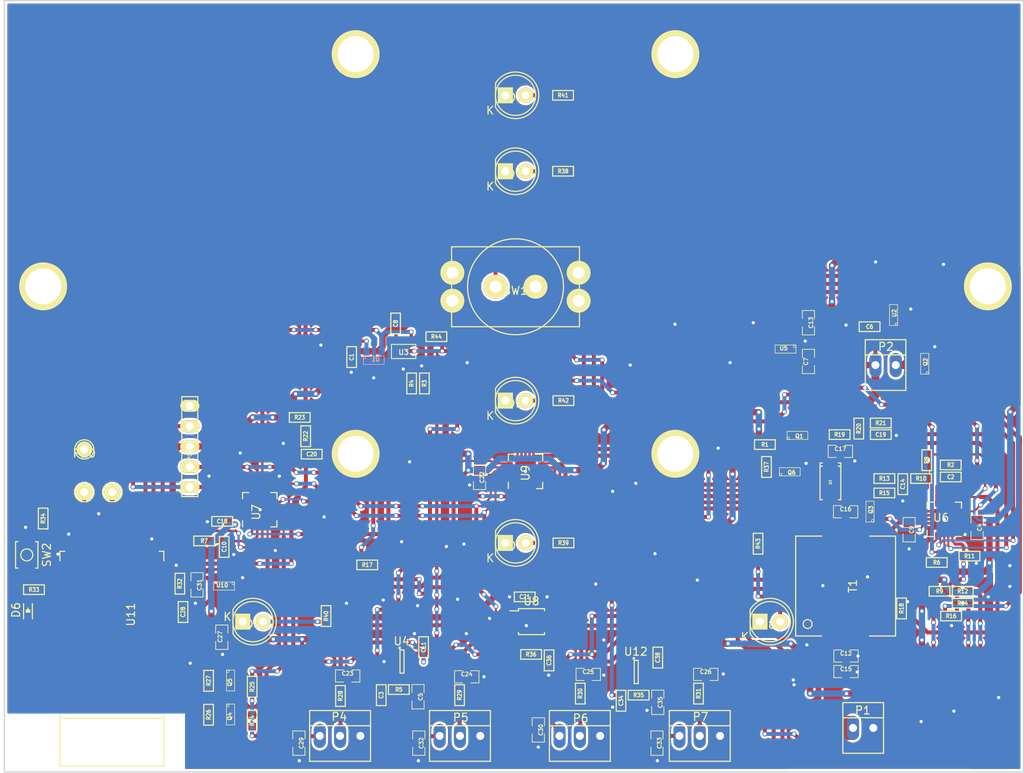
<source format=kicad_pcb>
(kicad_pcb (version 4) (host pcbnew 4.0.2-4+6225~38~ubuntu15.10.1-stable)
  (layers (0 F.Cu signal) (31 B.Cu signal) (34 B.Paste user) (35 F.Paste user) (36 B.SilkS user) (37 F.SilkS user) (38 B.Mask user) (39 F.Mask user) (44 Edge.Cuts user))
  (net 0 "")
  (net 1 /+5V)
  (net 2 GND)
  (net 3 "Net-(C2-Pad1)")
  (net 4 "Net-(C2-Pad2)")
  (net 5 /+Vbat)
  (net 6 "Net-(C5-Pad1)")
  (net 7 "Net-(C9-Pad1)")
  (net 8 /Vsense)
  (net 9 "Net-(C14-Pad1)")
  (net 10 "Net-(C19-Pad1)")
  (net 11 "Net-(C20-Pad1)")
  (net 12 "Net-(C23-Pad1)")
  (net 13 "Net-(C24-Pad1)")
  (net 14 "Net-(C25-Pad1)")
  (net 15 "Net-(C26-Pad1)")
  (net 16 "Net-(C28-Pad1)")
  (net 17 /+3.3V)
  (net 18 /+12v)
  (net 19 "Net-(D3-Pad2)")
  (net 20 "Net-(D4-Pad2)")
  (net 21 "Net-(D5-Pad2)")
  (net 22 "Net-(D6-Pad2)")
  (net 23 "Net-(D7-Pad2)")
  (net 24 "Net-(D8-Pad2)")
  (net 25 "Net-(D9-Pad2)")
  (net 26 "Net-(P2-Pad2)")
  (net 27 "Net-(P3-Pad2)")
  (net 28 "Net-(P3-Pad1)")
  (net 29 "Net-(P3-Pad4)")
  (net 30 "Net-(P4-Pad2)")
  (net 31 "Net-(P5-Pad2)")
  (net 32 "Net-(P6-Pad2)")
  (net 33 "Net-(P7-Pad2)")
  (net 34 "Net-(Q2-Pad1)")
  (net 35 "Net-(Q3-Pad1)")
  (net 36 /Rx_µC)
  (net 37 /Tx_BLE)
  (net 38 /Tx_µC)
  (net 39 /Rx_BLE)
  (net 40 "Net-(R2-Pad2)")
  (net 41 "Net-(R7-Pad2)")
  (net 42 "Net-(R10-Pad2)")
  (net 43 /VctrlCHG)
  (net 44 /SetPreChg)
  (net 45 /SetTail)
  (net 46 /RDY)
  (net 47 "Net-(R19-Pad2)")
  (net 48 "Net-(R22-Pad1)")
  (net 49 "Net-(R33-Pad1)")
  (net 50 "Net-(R34-Pad2)")
  (net 51 /Vtemp)
  (net 52 //Shdn)
  (net 53 "Net-(U4-Pad1)")
  (net 54 "Net-(U6-Pad2)")
  (net 55 "Net-(U6-Pad4)")
  (net 56 "Net-(U6-Pad12)")
  (net 57 /PWMin)
  (net 58 /SDA)
  (net 59 /SCL)
  (net 60 "Net-(U7-Pad14)")
  (net 61 "Net-(U7-Pad15)")
  (net 62 "Net-(U9-Pad5)")
  (net 63 "Net-(U9-Pad6)")
  (net 64 "Net-(U9-Pad7)")
  (net 65 "Net-(U9-Pad8)")
  (net 66 "Net-(P8-Pad1)")
  (net 67 "Net-(P9-Pad1)")
  (net 68 "Net-(U11-Pad3)")
  (net 69 "Net-(U11-Pad4)")
  (net 70 /+Vref1)
  (net 71 "Net-(C35-Pad1)")
  (net 72 /+Vref2)
  (net 73 "Net-(U12-Pad1)")
  (net 74 "Net-(R41-Pad2)")
  (net 75 "Net-(R38-Pad2)")
  (net 76 "Net-(R42-Pad2)")
  (net 77 "Net-(R39-Pad2)")
  (net 78 "Net-(R43-Pad2)")
  (net 79 "Net-(R40-Pad2)")
  (net 80 /TR_Low_Side)
  (net 81 /TR_High_Side)
  (net 82 /Self_Out_1)
  (net 83 /Self_Out_2)
  (net 84 "Net-(Q1-Pad1)")
  (net 85 "Net-(R3-Pad2)")
  (module Yame_library:LED-5MM_center (layer F.Cu) (at 99.1 142.7)
    (fp_text reference D9 (at 0.05 0.3) (layer F.SilkS))
    (fp_text value LED)
    (fp_text user K (at -3.2 -0.6) (layer F.SilkS))
    (pad 1 thru_hole rect (at -1.27 0 90) (size 2 1.9) (drill 1) (layers *.Cu *.Mask F.SilkS) (net 2 GND))
    (pad 2 thru_hole circle (at 1.27 0) (size 1.9 1.9) (drill 1) (layers *.Cu *.Mask F.SilkS) (net 25 "Net-(D9-Pad2)"))
  )
  (module Yame_library:SOT23-MR (layer F.Cu) (at 167.25 119.4)
    (fp_text reference Q1 (at 0.2 0.1 180) (layer F.SilkS) (effects (font (size 0.5 0.5) (thickness 0.11938))))
    (fp_text value 2N7002E hide)
    (pad 3 smd rect (at 0 -1.09982) (size 0.8001 1.00076) (layers F.Cu F.Paste F.Mask) (net 52 //Shdn))
    (pad 2 smd rect (at 0.9525 1.09982) (size 0.8001 1.00076) (layers F.Cu F.Paste F.Mask) (net 2 GND))
    (pad 1 smd rect (at -0.9525 1.09982) (size 0.8001 1.00076) (layers F.Cu F.Paste F.Mask) (net 84 "Net-(Q1-Pad1)"))
  )
  (module Yame_library:SM0603-MR (layer F.Cu) (at 111.45 109.6 270)
    (fp_text reference C1 (at 0 0 270) (layer F.SilkS) (effects (font (size 0.508 0.4572) (thickness 0.1143))))
    (fp_text value 100n hide)
    (pad 1 smd rect (at -0.725 0 270) (size 0.95 0.95) (layers F.Cu F.Paste F.Mask) (net 1 /+5V))
    (pad 2 smd rect (at 0.725 0 270) (size 0.95 0.95) (layers F.Cu F.Paste F.Mask) (net 2 GND))
  )
  (module Yame_library:SM0603-MR (layer F.Cu) (at 186.4 124.6 180)
    (fp_text reference C2 (at 0 0 180) (layer F.SilkS) (effects (font (size 0.508 0.4572) (thickness 0.1143))))
    (fp_text value 1500p hide)
    (pad 1 smd rect (at -0.725 0 180) (size 0.95 0.95) (layers F.Cu F.Paste F.Mask) (net 3 "Net-(C2-Pad1)"))
    (pad 2 smd rect (at 0.725 0 180) (size 0.95 0.95) (layers F.Cu F.Paste F.Mask) (net 4 "Net-(C2-Pad2)"))
  )
  (module Yame_library:SM0603-MR (layer F.Cu) (at 115.15 151.9 270)
    (fp_text reference C3 (at 0 0 270) (layer F.SilkS) (effects (font (size 0.508 0.4572) (thickness 0.1143))))
    (fp_text value 100n hide)
    (pad 1 smd rect (at -0.725 0 270) (size 0.95 0.95) (layers F.Cu F.Paste F.Mask) (net 5 /+Vbat))
    (pad 2 smd rect (at 0.725 0 270) (size 0.95 0.95) (layers F.Cu F.Paste F.Mask) (net 2 GND))
  )
  (module Yame_library:SM0805-MR (layer F.Cu) (at 189.7 130.9 270)
    (fp_text reference C4 (at 0 -0.3175 270) (layer F.SilkS) (effects (font (size 0.50038 0.50038) (thickness 0.10922))))
    (fp_text value 1u hide)
    (pad 1 smd rect (at -0.875 0 270) (size 1.1 1.4) (layers F.Cu F.Paste F.Mask) (net 1 /+5V))
    (pad 2 smd rect (at 0.875 0 270) (size 1.1 1.4) (layers F.Cu F.Paste F.Mask) (net 2 GND))
  )
  (module Yame_library:SM0805-MR (layer F.Cu) (at 119.75 152.1 270)
    (fp_text reference C5 (at 0 -0.3175 270) (layer F.SilkS) (effects (font (size 0.50038 0.50038) (thickness 0.10922))))
    (fp_text value 1u hide)
    (pad 1 smd rect (at -0.875 0 270) (size 1.1 1.4) (layers F.Cu F.Paste F.Mask) (net 6 "Net-(C5-Pad1)"))
    (pad 2 smd rect (at 0.875 0 270) (size 1.1 1.4) (layers F.Cu F.Paste F.Mask) (net 2 GND))
  )
  (module Yame_library:SM0603-MR (layer F.Cu) (at 176.25 105.8 180)
    (fp_text reference C6 (at 0 0 180) (layer F.SilkS) (effects (font (size 0.508 0.4572) (thickness 0.1143))))
    (fp_text value 100n hide)
    (pad 1 smd rect (at -0.725 0 180) (size 0.95 0.95) (layers F.Cu F.Paste F.Mask) (net 5 /+Vbat))
    (pad 2 smd rect (at 0.725 0 180) (size 0.95 0.95) (layers F.Cu F.Paste F.Mask) (net 2 GND))
  )
  (module Yame_library:SM0805-MR (layer F.Cu) (at 168.6 110.15 90)
    (fp_text reference C7 (at 0 -0.3175 90) (layer F.SilkS) (effects (font (size 0.50038 0.50038) (thickness 0.10922))))
    (fp_text value 2.2u hide)
    (pad 1 smd rect (at -0.875 0 90) (size 1.1 1.4) (layers F.Cu F.Paste F.Mask) (net 5 /+Vbat))
    (pad 2 smd rect (at 0.875 0 90) (size 1.1 1.4) (layers F.Cu F.Paste F.Mask) (net 2 GND))
  )
  (module Yame_library:SM0603-MR (layer F.Cu) (at 116.95 105.4 90)
    (fp_text reference C8 (at 0 0 90) (layer F.SilkS) (effects (font (size 0.508 0.4572) (thickness 0.1143))))
    (fp_text value 100n hide)
    (pad 1 smd rect (at -0.725 0 90) (size 0.95 0.95) (layers F.Cu F.Paste F.Mask) (net 1 /+5V))
    (pad 2 smd rect (at 0.725 0 90) (size 0.95 0.95) (layers F.Cu F.Paste F.Mask) (net 2 GND))
  )
  (module Yame_library:SM0805-MR (layer F.Cu) (at 181.2 131.2 270)
    (fp_text reference C9 (at 0 -0.3175 270) (layer F.SilkS) (effects (font (size 0.50038 0.50038) (thickness 0.10922))))
    (fp_text value 1u hide)
    (pad 1 smd rect (at -0.875 0 270) (size 1.1 1.4) (layers F.Cu F.Paste F.Mask) (net 7 "Net-(C9-Pad1)"))
    (pad 2 smd rect (at 0.875 0 270) (size 1.1 1.4) (layers F.Cu F.Paste F.Mask) (net 2 GND))
  )
  (module Yame_library:SM0603-MR (layer F.Cu) (at 95.5 133.35 270)
    (fp_text reference C10 (at 0 0 270) (layer F.SilkS) (effects (font (size 0.508 0.4572) (thickness 0.1143))))
    (fp_text value 100n hide)
    (pad 1 smd rect (at -0.725 0 270) (size 0.95 0.95) (layers F.Cu F.Paste F.Mask) (net 8 /Vsense))
    (pad 2 smd rect (at 0.725 0 270) (size 0.95 0.95) (layers F.Cu F.Paste F.Mask) (net 2 GND))
  )
  (module Yame_library:SM0603-MR (layer F.Cu) (at 120.45 145.9 90)
    (fp_text reference C11 (at 0 0 90) (layer F.SilkS) (effects (font (size 0.508 0.4572) (thickness 0.1143))))
    (fp_text value 100n hide)
    (pad 1 smd rect (at -0.725 0 90) (size 0.95 0.95) (layers F.Cu F.Paste F.Mask) (net 70 /+Vref1))
    (pad 2 smd rect (at 0.725 0 90) (size 0.95 0.95) (layers F.Cu F.Paste F.Mask) (net 2 GND))
  )
  (module Yame_library:SM0805-MR (layer F.Cu) (at 173.3 147)
    (fp_text reference C12 (at 0 -0.3175) (layer F.SilkS) (effects (font (size 0.50038 0.50038) (thickness 0.10922))))
    (fp_text value 10u hide)
    (pad 1 smd rect (at -0.875 0) (size 1.1 1.4) (layers F.Cu F.Paste F.Mask) (net 18 /+12v))
    (pad 2 smd rect (at 0.875 0) (size 1.1 1.4) (layers F.Cu F.Paste F.Mask) (net 2 GND))
  )
  (module Yame_library:SM0805-MR (layer F.Cu) (at 168.6 105.3 270)
    (fp_text reference C13 (at 0 -0.3175 270) (layer F.SilkS) (effects (font (size 0.50038 0.50038) (thickness 0.10922))))
    (fp_text value 1u hide)
    (pad 1 smd rect (at -0.875 0 270) (size 1.1 1.4) (layers F.Cu F.Paste F.Mask) (net 1 /+5V))
    (pad 2 smd rect (at 0.875 0 270) (size 1.1 1.4) (layers F.Cu F.Paste F.Mask) (net 2 GND))
  )
  (module Yame_library:SM0603-MR (layer F.Cu) (at 180.4 125.5 270)
    (fp_text reference C14 (at 0 0 270) (layer F.SilkS) (effects (font (size 0.508 0.4572) (thickness 0.1143))))
    (fp_text value 22p hide)
    (pad 1 smd rect (at -0.725 0 270) (size 0.95 0.95) (layers F.Cu F.Paste F.Mask) (net 9 "Net-(C14-Pad1)"))
    (pad 2 smd rect (at 0.725 0 270) (size 0.95 0.95) (layers F.Cu F.Paste F.Mask) (net 2 GND))
  )
  (module Yame_library:SM0805-MR (layer F.Cu) (at 173.3 148.95)
    (fp_text reference C15 (at 0 -0.3175) (layer F.SilkS) (effects (font (size 0.50038 0.50038) (thickness 0.10922))))
    (fp_text value 10u hide)
    (pad 1 smd rect (at -0.875 0) (size 1.1 1.4) (layers F.Cu F.Paste F.Mask) (net 18 /+12v))
    (pad 2 smd rect (at 0.875 0) (size 1.1 1.4) (layers F.Cu F.Paste F.Mask) (net 2 GND))
  )
  (module Yame_library:SM0805-MR (layer F.Cu) (at 173.25 128.95)
    (fp_text reference C16 (at 0 -0.3175) (layer F.SilkS) (effects (font (size 0.50038 0.50038) (thickness 0.10922))))
    (fp_text value 2.2u hide)
    (pad 1 smd rect (at -0.875 0) (size 1.1 1.4) (layers F.Cu F.Paste F.Mask) (net 83 /Self_Out_2))
    (pad 2 smd rect (at 0.875 0) (size 1.1 1.4) (layers F.Cu F.Paste F.Mask) (net 81 /TR_High_Side))
  )
  (module Yame_library:SM0805-MR (layer F.Cu) (at 172.6 121.4)
    (fp_text reference C17 (at 0 -0.3175) (layer F.SilkS) (effects (font (size 0.50038 0.50038) (thickness 0.10922))))
    (fp_text value 10u hide)
    (pad 1 smd rect (at -0.875 0) (size 1.1 1.4) (layers F.Cu F.Paste F.Mask) (net 5 /+Vbat))
    (pad 2 smd rect (at 0.875 0) (size 1.1 1.4) (layers F.Cu F.Paste F.Mask) (net 2 GND))
  )
  (module Yame_library:SM0603-MR (layer F.Cu) (at 95.25 130.15 180)
    (fp_text reference C18 (at 0 0 180) (layer F.SilkS) (effects (font (size 0.508 0.4572) (thickness 0.1143))))
    (fp_text value 100n hide)
    (pad 1 smd rect (at -0.725 0 180) (size 0.95 0.95) (layers F.Cu F.Paste F.Mask) (net 1 /+5V))
    (pad 2 smd rect (at 0.725 0 180) (size 0.95 0.95) (layers F.Cu F.Paste F.Mask) (net 2 GND))
  )
  (module Yame_library:SM0603-MR (layer F.Cu) (at 177.65 119.3)
    (fp_text reference C19 (at 0 0) (layer F.SilkS) (effects (font (size 0.508 0.4572) (thickness 0.1143))))
    (fp_text value C hide)
    (pad 1 smd rect (at -0.725 0) (size 0.95 0.95) (layers F.Cu F.Paste F.Mask) (net 10 "Net-(C19-Pad1)"))
    (pad 2 smd rect (at 0.725 0) (size 0.95 0.95) (layers F.Cu F.Paste F.Mask) (net 2 GND))
  )
  (module Yame_library:SM0603-MR (layer F.Cu) (at 106.45 121.75)
    (fp_text reference C20 (at 0 0) (layer F.SilkS) (effects (font (size 0.508 0.4572) (thickness 0.1143))))
    (fp_text value 100n hide)
    (pad 1 smd rect (at -0.725 0) (size 0.95 0.95) (layers F.Cu F.Paste F.Mask) (net 11 "Net-(C20-Pad1)"))
    (pad 2 smd rect (at 0.725 0) (size 0.95 0.95) (layers F.Cu F.Paste F.Mask) (net 2 GND))
  )
  (module Yame_library:SM0603-MR (layer F.Cu) (at 133.1 139.6 180)
    (fp_text reference C21 (at 0 0 180) (layer F.SilkS) (effects (font (size 0.508 0.4572) (thickness 0.1143))))
    (fp_text value 100n hide)
    (pad 1 smd rect (at -0.725 0 180) (size 0.95 0.95) (layers F.Cu F.Paste F.Mask) (net 1 /+5V))
    (pad 2 smd rect (at 0.725 0 180) (size 0.95 0.95) (layers F.Cu F.Paste F.Mask) (net 2 GND))
  )
  (module Yame_library:SM0805-MR (layer F.Cu) (at 127.45 124.65 270)
    (fp_text reference C22 (at 0 -0.3175 270) (layer F.SilkS) (effects (font (size 0.50038 0.50038) (thickness 0.10922))))
    (fp_text value 100n hide)
    (pad 1 smd rect (at -0.875 0 270) (size 1.1 1.4) (layers F.Cu F.Paste F.Mask) (net 1 /+5V))
    (pad 2 smd rect (at 0.875 0 270) (size 1.1 1.4) (layers F.Cu F.Paste F.Mask) (net 2 GND))
  )
  (module Yame_library:SM0805-MR (layer F.Cu) (at 110.95 149.5)
    (fp_text reference C23 (at 0 -0.3175) (layer F.SilkS) (effects (font (size 0.50038 0.50038) (thickness 0.10922))))
    (fp_text value 1u hide)
    (pad 1 smd rect (at -0.875 0) (size 1.1 1.4) (layers F.Cu F.Paste F.Mask) (net 12 "Net-(C23-Pad1)"))
    (pad 2 smd rect (at 0.875 0) (size 1.1 1.4) (layers F.Cu F.Paste F.Mask) (net 2 GND))
  )
  (module Yame_library:SM0805-MR (layer F.Cu) (at 125.85 149.6)
    (fp_text reference C24 (at 0 -0.3175) (layer F.SilkS) (effects (font (size 0.50038 0.50038) (thickness 0.10922))))
    (fp_text value 1u hide)
    (pad 1 smd rect (at -0.875 0) (size 1.1 1.4) (layers F.Cu F.Paste F.Mask) (net 13 "Net-(C24-Pad1)"))
    (pad 2 smd rect (at 0.875 0) (size 1.1 1.4) (layers F.Cu F.Paste F.Mask) (net 2 GND))
  )
  (module Yame_library:SM0805-MR (layer F.Cu) (at 141.05 149.3)
    (fp_text reference C25 (at 0 -0.3175) (layer F.SilkS) (effects (font (size 0.50038 0.50038) (thickness 0.10922))))
    (fp_text value 1u hide)
    (pad 1 smd rect (at -0.875 0) (size 1.1 1.4) (layers F.Cu F.Paste F.Mask) (net 14 "Net-(C25-Pad1)"))
    (pad 2 smd rect (at 0.875 0) (size 1.1 1.4) (layers F.Cu F.Paste F.Mask) (net 2 GND))
  )
  (module Yame_library:SM0805-MR (layer F.Cu) (at 155.75 149.3)
    (fp_text reference C26 (at 0 -0.3175) (layer F.SilkS) (effects (font (size 0.50038 0.50038) (thickness 0.10922))))
    (fp_text value 1u hide)
    (pad 1 smd rect (at -0.875 0) (size 1.1 1.4) (layers F.Cu F.Paste F.Mask) (net 15 "Net-(C26-Pad1)"))
    (pad 2 smd rect (at 0.875 0) (size 1.1 1.4) (layers F.Cu F.Paste F.Mask) (net 2 GND))
  )
  (module Yame_library:SM0805-MR (layer F.Cu) (at 95.2 144.65 270)
    (fp_text reference C27 (at -0.05 0.2 270) (layer F.SilkS) (effects (font (size 0.50038 0.50038) (thickness 0.10922))))
    (fp_text value 1u hide)
    (pad 1 smd rect (at -0.875 0 270) (size 1.1 1.4) (layers F.Cu F.Paste F.Mask) (net 1 /+5V))
    (pad 2 smd rect (at 0.875 0 270) (size 1.1 1.4) (layers F.Cu F.Paste F.Mask) (net 2 GND))
  )
  (module Yame_library:SM0603-MR (layer F.Cu) (at 90.35 141.5 270)
    (fp_text reference C28 (at 0 0 270) (layer F.SilkS) (effects (font (size 0.508 0.4572) (thickness 0.1143))))
    (fp_text value C hide)
    (pad 1 smd rect (at -0.725 0 270) (size 0.95 0.95) (layers F.Cu F.Paste F.Mask) (net 16 "Net-(C28-Pad1)"))
    (pad 2 smd rect (at 0.725 0 270) (size 0.95 0.95) (layers F.Cu F.Paste F.Mask) (net 2 GND))
  )
  (module Yame_library:SM0805-MR (layer F.Cu) (at 104.85 157.9 270)
    (fp_text reference C29 (at 0 -0.3175 270) (layer F.SilkS) (effects (font (size 0.50038 0.50038) (thickness 0.10922))))
    (fp_text value 1u hide)
    (pad 1 smd rect (at -0.875 0 270) (size 1.1 1.4) (layers F.Cu F.Paste F.Mask) (net 70 /+Vref1))
    (pad 2 smd rect (at 0.875 0 270) (size 1.1 1.4) (layers F.Cu F.Paste F.Mask) (net 2 GND))
  )
  (module Yame_library:SM0805-MR (layer F.Cu) (at 134.8 156.25 270)
    (fp_text reference C30 (at 0 -0.3175 270) (layer F.SilkS) (effects (font (size 0.50038 0.50038) (thickness 0.10922))))
    (fp_text value 1u hide)
    (pad 1 smd rect (at -0.875 0 270) (size 1.1 1.4) (layers F.Cu F.Paste F.Mask) (net 72 /+Vref2))
    (pad 2 smd rect (at 0.875 0 270) (size 1.1 1.4) (layers F.Cu F.Paste F.Mask) (net 2 GND))
  )
  (module Yame_library:SM0805-MR (layer F.Cu) (at 92.1 138.1 270)
    (fp_text reference C31 (at 0 -0.3175 270) (layer F.SilkS) (effects (font (size 0.50038 0.50038) (thickness 0.10922))))
    (fp_text value 1u hide)
    (pad 1 smd rect (at -0.875 0 270) (size 1.1 1.4) (layers F.Cu F.Paste F.Mask) (net 17 /+3.3V))
    (pad 2 smd rect (at 0.875 0 270) (size 1.1 1.4) (layers F.Cu F.Paste F.Mask) (net 2 GND))
  )
  (module Yame_library:SM0805-MR (layer F.Cu) (at 119.85 157.9 270)
    (fp_text reference C32 (at 0 -0.3175 270) (layer F.SilkS) (effects (font (size 0.50038 0.50038) (thickness 0.10922))))
    (fp_text value 1u hide)
    (pad 1 smd rect (at -0.875 0 270) (size 1.1 1.4) (layers F.Cu F.Paste F.Mask) (net 70 /+Vref1))
    (pad 2 smd rect (at 0.875 0 270) (size 1.1 1.4) (layers F.Cu F.Paste F.Mask) (net 2 GND))
  )
  (module Yame_library:SM0805-MR (layer F.Cu) (at 149.65 157.9 270)
    (fp_text reference C33 (at 0 -0.3175 270) (layer F.SilkS) (effects (font (size 0.50038 0.50038) (thickness 0.10922))))
    (fp_text value 1u hide)
    (pad 1 smd rect (at -0.875 0 270) (size 1.1 1.4) (layers F.Cu F.Paste F.Mask) (net 72 /+Vref2))
    (pad 2 smd rect (at 0.875 0 270) (size 1.1 1.4) (layers F.Cu F.Paste F.Mask) (net 2 GND))
  )
  (module Yame_library:SOT23-MR (layer F.Cu) (at 183.15 110.4 90)
    (fp_text reference Q2 (at 0.2 0.1 270) (layer F.SilkS) (effects (font (size 0.5 0.5) (thickness 0.11938))))
    (fp_text value PMV37EN2R hide)
    (pad 3 smd rect (at 0 -1.09982 90) (size 0.8001 1.00076) (layers F.Cu F.Paste F.Mask) (net 26 "Net-(P2-Pad2)"))
    (pad 2 smd rect (at 0.9525 1.09982 90) (size 0.8001 1.00076) (layers F.Cu F.Paste F.Mask) (net 2 GND))
    (pad 1 smd rect (at -0.9525 1.09982 90) (size 0.8001 1.00076) (layers F.Cu F.Paste F.Mask) (net 34 "Net-(Q2-Pad1)"))
  )
  (module Yame_library:SOT23-MR (layer F.Cu) (at 176.3 128.9 90)
    (fp_text reference Q3 (at 0.2 0.1 270) (layer F.SilkS) (effects (font (size 0.5 0.5) (thickness 0.11938))))
    (fp_text value PMV37EN2R hide)
    (pad 3 smd rect (at 0 -1.09982 90) (size 0.8001 1.00076) (layers F.Cu F.Paste F.Mask) (net 81 /TR_High_Side))
    (pad 2 smd rect (at 0.9525 1.09982 90) (size 0.8001 1.00076) (layers F.Cu F.Paste F.Mask) (net 80 /TR_Low_Side))
    (pad 1 smd rect (at -0.9525 1.09982 90) (size 0.8001 1.00076) (layers F.Cu F.Paste F.Mask) (net 35 "Net-(Q3-Pad1)"))
  )
  (module Yame_library:SOT23-MR (layer F.Cu) (at 96.3 154.35 270)
    (fp_text reference Q4 (at 0.2 0.1 450) (layer F.SilkS) (effects (font (size 0.5 0.5) (thickness 0.11938))))
    (fp_text value 2N7002E hide)
    (pad 3 smd rect (at 0 -1.09982 270) (size 0.8001 1.00076) (layers F.Cu F.Paste F.Mask) (net 36 /Rx_µC))
    (pad 2 smd rect (at 0.9525 1.09982 270) (size 0.8001 1.00076) (layers F.Cu F.Paste F.Mask) (net 37 /Tx_BLE))
    (pad 1 smd rect (at -0.9525 1.09982 270) (size 0.8001 1.00076) (layers F.Cu F.Paste F.Mask) (net 17 /+3.3V))
  )
  (module Yame_library:SOT23-MR (layer F.Cu) (at 96.3 150.1 270)
    (fp_text reference Q5 (at 0.2 0.1 450) (layer F.SilkS) (effects (font (size 0.5 0.5) (thickness 0.11938))))
    (fp_text value 2N7002E hide)
    (pad 3 smd rect (at 0 -1.09982 270) (size 0.8001 1.00076) (layers F.Cu F.Paste F.Mask) (net 38 /Tx_µC))
    (pad 2 smd rect (at 0.9525 1.09982 270) (size 0.8001 1.00076) (layers F.Cu F.Paste F.Mask) (net 39 /Rx_BLE))
    (pad 1 smd rect (at -0.9525 1.09982 270) (size 0.8001 1.00076) (layers F.Cu F.Paste F.Mask) (net 17 /+3.3V))
  )
  (module Yame_library:SM0603-MR (layer F.Cu) (at 163.15 120.55)
    (fp_text reference R1 (at 0 0) (layer F.SilkS) (effects (font (size 0.508 0.4572) (thickness 0.1143))))
    (fp_text value 100k hide)
    (pad 1 smd rect (at -0.725 0) (size 0.95 0.95) (layers F.Cu F.Paste F.Mask) (net 1 /+5V))
    (pad 2 smd rect (at 0.725 0) (size 0.95 0.95) (layers F.Cu F.Paste F.Mask) (net 84 "Net-(Q1-Pad1)"))
  )
  (module Yame_library:SM0603-MR (layer F.Cu) (at 186.4 123.1)
    (fp_text reference R2 (at 0 0) (layer F.SilkS) (effects (font (size 0.508 0.4572) (thickness 0.1143))))
    (fp_text value 49.9k hide)
    (pad 1 smd rect (at -0.725 0) (size 0.95 0.95) (layers F.Cu F.Paste F.Mask) (net 4 "Net-(C2-Pad2)"))
    (pad 2 smd rect (at 0.725 0) (size 0.95 0.95) (layers F.Cu F.Paste F.Mask) (net 40 "Net-(R2-Pad2)"))
  )
  (module Yame_library:SM0603-MR (layer F.Cu) (at 120.55 112.9 90)
    (fp_text reference R3 (at 0 0 90) (layer F.SilkS) (effects (font (size 0.508 0.4572) (thickness 0.1143))))
    (fp_text value 750k hide)
    (pad 1 smd rect (at -0.725 0 90) (size 0.95 0.95) (layers F.Cu F.Paste F.Mask) (net 70 /+Vref1))
    (pad 2 smd rect (at 0.725 0 90) (size 0.95 0.95) (layers F.Cu F.Paste F.Mask) (net 85 "Net-(R3-Pad2)"))
  )
  (module Yame_library:SM0603-MR (layer F.Cu) (at 118.95 112.9 270)
    (fp_text reference R4 (at 0 0 270) (layer F.SilkS) (effects (font (size 0.508 0.4572) (thickness 0.1143))))
    (fp_text value 220k hide)
    (pad 1 smd rect (at -0.725 0 270) (size 0.95 0.95) (layers F.Cu F.Paste F.Mask) (net 85 "Net-(R3-Pad2)"))
    (pad 2 smd rect (at 0.725 0 270) (size 0.95 0.95) (layers F.Cu F.Paste F.Mask) (net 2 GND))
  )
  (module Yame_library:SM0603-MR (layer F.Cu) (at 117.35 151.2 180)
    (fp_text reference R5 (at 0 0 180) (layer F.SilkS) (effects (font (size 0.508 0.4572) (thickness 0.1143))))
    (fp_text value 10 hide)
    (pad 1 smd rect (at -0.725 0 180) (size 0.95 0.95) (layers F.Cu F.Paste F.Mask) (net 6 "Net-(C5-Pad1)"))
    (pad 2 smd rect (at 0.725 0 180) (size 0.95 0.95) (layers F.Cu F.Paste F.Mask) (net 5 /+Vbat))
  )
  (module Yame_library:SM0603-MR (layer F.Cu) (at 184.65 135.3)
    (fp_text reference R6 (at 0 0) (layer F.SilkS) (effects (font (size 0.508 0.4572) (thickness 0.1143))))
    (fp_text value 10 hide)
    (pad 1 smd rect (at -0.725 0) (size 0.95 0.95) (layers F.Cu F.Paste F.Mask) (net 7 "Net-(C9-Pad1)"))
    (pad 2 smd rect (at 0.725 0) (size 0.95 0.95) (layers F.Cu F.Paste F.Mask) (net 1 /+5V))
  )
  (module Yame_library:SM0603-MR (layer F.Cu) (at 93 132.6 180)
    (fp_text reference R7 (at 0 0 180) (layer F.SilkS) (effects (font (size 0.508 0.4572) (thickness 0.1143))))
    (fp_text value 10k hide)
    (pad 1 smd rect (at -0.725 0 180) (size 0.95 0.95) (layers F.Cu F.Paste F.Mask) (net 8 /Vsense))
    (pad 2 smd rect (at 0.725 0 180) (size 0.95 0.95) (layers F.Cu F.Paste F.Mask) (net 41 "Net-(R7-Pad2)"))
  )
  (module Yame_library:SM0603-MR (layer F.Cu) (at 183.4 122.5 270)
    (fp_text reference R8 (at 0 0 270) (layer F.SilkS) (effects (font (size 0.508 0.4572) (thickness 0.1143))))
    (fp_text value R hide)
    (pad 1 smd rect (at -0.725 0 270) (size 0.95 0.95) (layers F.Cu F.Paste F.Mask) (net 1 /+5V))
    (pad 2 smd rect (at 0.725 0 270) (size 0.95 0.95) (layers F.Cu F.Paste F.Mask) (net 42 "Net-(R10-Pad2)"))
  )
  (module Yame_library:SM0603-MR (layer F.Cu) (at 185 138.9 180)
    (fp_text reference R9 (at 0 0 180) (layer F.SilkS) (effects (font (size 0.508 0.4572) (thickness 0.1143))))
    (fp_text value 56k hide)
    (pad 1 smd rect (at -0.725 0 180) (size 0.95 0.95) (layers F.Cu F.Paste F.Mask) (net 43 /VctrlCHG))
    (pad 2 smd rect (at 0.725 0 180) (size 0.95 0.95) (layers F.Cu F.Paste F.Mask) (net 72 /+Vref2))
  )
  (module Yame_library:SM0603-MR (layer F.Cu) (at 182.7 124.8)
    (fp_text reference R10 (at 0 0) (layer F.SilkS) (effects (font (size 0.508 0.4572) (thickness 0.1143))))
    (fp_text value R hide)
    (pad 1 smd rect (at -0.725 0) (size 0.95 0.95) (layers F.Cu F.Paste F.Mask) (net 9 "Net-(C14-Pad1)"))
    (pad 2 smd rect (at 0.725 0) (size 0.95 0.95) (layers F.Cu F.Paste F.Mask) (net 42 "Net-(R10-Pad2)"))
  )
  (module Yame_library:SM0603-MR (layer F.Cu) (at 188.75 134.5)
    (fp_text reference R11 (at 0 0) (layer F.SilkS) (effects (font (size 0.508 0.4572) (thickness 0.1143))))
    (fp_text value 20k hide)
    (pad 1 smd rect (at -0.725 0) (size 0.95 0.95) (layers F.Cu F.Paste F.Mask) (net 43 /VctrlCHG))
    (pad 2 smd rect (at 0.725 0) (size 0.95 0.95) (layers F.Cu F.Paste F.Mask) (net 2 GND))
  )
  (module Yame_library:SM0603-MR (layer F.Cu) (at 187.9 138.9)
    (fp_text reference R12 (at 0 0) (layer F.SilkS) (effects (font (size 0.508 0.4572) (thickness 0.1143))))
    (fp_text value 1.6k hide)
    (pad 1 smd rect (at -0.725 0) (size 0.95 0.95) (layers F.Cu F.Paste F.Mask) (net 43 /VctrlCHG))
    (pad 2 smd rect (at 0.725 0) (size 0.95 0.95) (layers F.Cu F.Paste F.Mask) (net 44 /SetPreChg))
  )
  (module Yame_library:SM0603-MR (layer F.Cu) (at 178.1 124.8)
    (fp_text reference R13 (at 0 0) (layer F.SilkS) (effects (font (size 0.508 0.4572) (thickness 0.1143))))
    (fp_text value R hide)
    (pad 1 smd rect (at -0.725 0) (size 0.95 0.95) (layers F.Cu F.Paste F.Mask) (net 80 /TR_Low_Side))
    (pad 2 smd rect (at 0.725 0) (size 0.95 0.95) (layers F.Cu F.Paste F.Mask) (net 9 "Net-(C14-Pad1)"))
  )
  (module Yame_library:SM0603-MR (layer F.Cu) (at 187.9 140.4)
    (fp_text reference R14 (at 0 0) (layer F.SilkS) (effects (font (size 0.508 0.4572) (thickness 0.1143))))
    (fp_text value 680 hide)
    (pad 1 smd rect (at -0.725 0) (size 0.95 0.95) (layers F.Cu F.Paste F.Mask) (net 43 /VctrlCHG))
    (pad 2 smd rect (at 0.725 0) (size 0.95 0.95) (layers F.Cu F.Paste F.Mask) (net 45 /SetTail))
  )
  (module Yame_library:SM0603-MR (layer F.Cu) (at 178.1 126.6)
    (fp_text reference R15 (at 0 0) (layer F.SilkS) (effects (font (size 0.508 0.4572) (thickness 0.1143))))
    (fp_text value 0.1 hide)
    (pad 1 smd rect (at -0.725 0) (size 0.95 0.95) (layers F.Cu F.Paste F.Mask) (net 80 /TR_Low_Side))
    (pad 2 smd rect (at 0.725 0) (size 0.95 0.95) (layers F.Cu F.Paste F.Mask) (net 2 GND))
  )
  (module Yame_library:SM0603-MR (layer F.Cu) (at 186.45 142)
    (fp_text reference R16 (at 0 0) (layer F.SilkS) (effects (font (size 0.508 0.4572) (thickness 0.1143))))
    (fp_text value nc hide)
    (pad 1 smd rect (at -0.725 0) (size 0.95 0.95) (layers F.Cu F.Paste F.Mask) (net 28 "Net-(P3-Pad1)"))
    (pad 2 smd rect (at 0.725 0) (size 0.95 0.95) (layers F.Cu F.Paste F.Mask) (net 43 /VctrlCHG))
  )
  (module Yame_library:SM0603-MR (layer F.Cu) (at 113.4 135.6)
    (fp_text reference R17 (at 0 0) (layer F.SilkS) (effects (font (size 0.508 0.4572) (thickness 0.1143))))
    (fp_text value nc hide)
    (pad 1 smd rect (at -0.725 0) (size 0.95 0.95) (layers F.Cu F.Paste F.Mask) (net 27 "Net-(P3-Pad2)"))
    (pad 2 smd rect (at 0.725 0) (size 0.95 0.95) (layers F.Cu F.Paste F.Mask) (net 46 /RDY))
  )
  (module Yame_library:SM0603-MR (layer F.Cu) (at 180.25 141.05 90)
    (fp_text reference R18 (at 0 0 90) (layer F.SilkS) (effects (font (size 0.508 0.4572) (thickness 0.1143))))
    (fp_text value 0.1 hide)
    (pad 1 smd rect (at -0.725 0 90) (size 0.95 0.95) (layers F.Cu F.Paste F.Mask) (net 82 /Self_Out_1))
    (pad 2 smd rect (at 0.725 0 90) (size 0.95 0.95) (layers F.Cu F.Paste F.Mask) (net 2 GND))
  )
  (module Yame_library:SM0603-MR (layer F.Cu) (at 172.5 119.3)
    (fp_text reference R19 (at 0 0) (layer F.SilkS) (effects (font (size 0.508 0.4572) (thickness 0.1143))))
    (fp_text value R hide)
    (pad 1 smd rect (at -0.725 0) (size 0.95 0.95) (layers F.Cu F.Paste F.Mask) (net 5 /+Vbat))
    (pad 2 smd rect (at 0.725 0) (size 0.95 0.95) (layers F.Cu F.Paste F.Mask) (net 47 "Net-(R19-Pad2)"))
  )
  (module Yame_library:SM0603-MR (layer F.Cu) (at 174.9 118.55 90)
    (fp_text reference R20 (at 0 0 90) (layer F.SilkS) (effects (font (size 0.508 0.4572) (thickness 0.1143))))
    (fp_text value R hide)
    (pad 1 smd rect (at -0.725 0 90) (size 0.95 0.95) (layers F.Cu F.Paste F.Mask) (net 47 "Net-(R19-Pad2)"))
    (pad 2 smd rect (at 0.725 0 90) (size 0.95 0.95) (layers F.Cu F.Paste F.Mask) (net 10 "Net-(C19-Pad1)"))
  )
  (module Yame_library:SM0603-MR (layer F.Cu) (at 177.65 117.85)
    (fp_text reference R21 (at 0 0) (layer F.SilkS) (effects (font (size 0.508 0.4572) (thickness 0.1143))))
    (fp_text value R hide)
    (pad 1 smd rect (at -0.725 0) (size 0.95 0.95) (layers F.Cu F.Paste F.Mask) (net 10 "Net-(C19-Pad1)"))
    (pad 2 smd rect (at 0.725 0) (size 0.95 0.95) (layers F.Cu F.Paste F.Mask) (net 2 GND))
  )
  (module Yame_library:SM0603-MR (layer F.Cu) (at 105.7 119.5 270)
    (fp_text reference R22 (at 0 0 270) (layer F.SilkS) (effects (font (size 0.508 0.4572) (thickness 0.1143))))
    (fp_text value 100k hide)
    (pad 1 smd rect (at -0.725 0 270) (size 0.95 0.95) (layers F.Cu F.Paste F.Mask) (net 48 "Net-(R22-Pad1)"))
    (pad 2 smd rect (at 0.725 0 270) (size 0.95 0.95) (layers F.Cu F.Paste F.Mask) (net 11 "Net-(C20-Pad1)"))
  )
  (module Yame_library:SM0603-MR (layer F.Cu) (at 104.95 117.15)
    (fp_text reference R23 (at 0 0) (layer F.SilkS) (effects (font (size 0.508 0.4572) (thickness 0.1143))))
    (fp_text value 10k hide)
    (pad 1 smd rect (at -0.725 0) (size 0.95 0.95) (layers F.Cu F.Paste F.Mask) (net 1 /+5V))
    (pad 2 smd rect (at 0.725 0) (size 0.95 0.95) (layers F.Cu F.Paste F.Mask) (net 48 "Net-(R22-Pad1)"))
  )
  (module Yame_library:SM0603-MR (layer F.Cu) (at 99 155.1 90)
    (fp_text reference R24 (at 0 0 90) (layer F.SilkS) (effects (font (size 0.508 0.4572) (thickness 0.1143))))
    (fp_text value 10k hide)
    (pad 1 smd rect (at -0.725 0 90) (size 0.95 0.95) (layers F.Cu F.Paste F.Mask) (net 1 /+5V))
    (pad 2 smd rect (at 0.725 0 90) (size 0.95 0.95) (layers F.Cu F.Paste F.Mask) (net 36 /Rx_µC))
  )
  (module Yame_library:SM0603-MR (layer F.Cu) (at 99 150.85 90)
    (fp_text reference R25 (at 0 0 90) (layer F.SilkS) (effects (font (size 0.508 0.4572) (thickness 0.1143))))
    (fp_text value 10k hide)
    (pad 1 smd rect (at -0.725 0 90) (size 0.95 0.95) (layers F.Cu F.Paste F.Mask) (net 1 /+5V))
    (pad 2 smd rect (at 0.725 0 90) (size 0.95 0.95) (layers F.Cu F.Paste F.Mask) (net 38 /Tx_µC))
  )
  (module Yame_library:SM0603-MR (layer F.Cu) (at 93.55 154.35 270)
    (fp_text reference R26 (at 0 0 270) (layer F.SilkS) (effects (font (size 0.508 0.4572) (thickness 0.1143))))
    (fp_text value 10k hide)
    (pad 1 smd rect (at -0.725 0 270) (size 0.95 0.95) (layers F.Cu F.Paste F.Mask) (net 17 /+3.3V))
    (pad 2 smd rect (at 0.725 0 270) (size 0.95 0.95) (layers F.Cu F.Paste F.Mask) (net 37 /Tx_BLE))
  )
  (module Yame_library:SM0603-MR (layer F.Cu) (at 93.55 150.1 270)
    (fp_text reference R27 (at 0 0 270) (layer F.SilkS) (effects (font (size 0.508 0.4572) (thickness 0.1143))))
    (fp_text value 10k hide)
    (pad 1 smd rect (at -0.725 0 270) (size 0.95 0.95) (layers F.Cu F.Paste F.Mask) (net 17 /+3.3V))
    (pad 2 smd rect (at 0.725 0 270) (size 0.95 0.95) (layers F.Cu F.Paste F.Mask) (net 39 /Rx_BLE))
  )
  (module Yame_library:SM0603-MR (layer F.Cu) (at 110.05 152 90)
    (fp_text reference R28 (at 0 0 90) (layer F.SilkS) (effects (font (size 0.508 0.4572) (thickness 0.1143))))
    (fp_text value 100 hide)
    (pad 1 smd rect (at -0.725 0 90) (size 0.95 0.95) (layers F.Cu F.Paste F.Mask) (net 30 "Net-(P4-Pad2)"))
    (pad 2 smd rect (at 0.725 0 90) (size 0.95 0.95) (layers F.Cu F.Paste F.Mask) (net 12 "Net-(C23-Pad1)"))
  )
  (module Yame_library:SM0603-MR (layer F.Cu) (at 124.95 151.9 90)
    (fp_text reference R29 (at 0 0 90) (layer F.SilkS) (effects (font (size 0.508 0.4572) (thickness 0.1143))))
    (fp_text value 100 hide)
    (pad 1 smd rect (at -0.725 0 90) (size 0.95 0.95) (layers F.Cu F.Paste F.Mask) (net 31 "Net-(P5-Pad2)"))
    (pad 2 smd rect (at 0.725 0 90) (size 0.95 0.95) (layers F.Cu F.Paste F.Mask) (net 13 "Net-(C24-Pad1)"))
  )
  (module Yame_library:SM0603-MR (layer F.Cu) (at 140.05 151.7 90)
    (fp_text reference R30 (at 0 0 90) (layer F.SilkS) (effects (font (size 0.508 0.4572) (thickness 0.1143))))
    (fp_text value 100 hide)
    (pad 1 smd rect (at -0.725 0 90) (size 0.95 0.95) (layers F.Cu F.Paste F.Mask) (net 32 "Net-(P6-Pad2)"))
    (pad 2 smd rect (at 0.725 0 90) (size 0.95 0.95) (layers F.Cu F.Paste F.Mask) (net 14 "Net-(C25-Pad1)"))
  )
  (module Yame_library:SM0603-MR (layer F.Cu) (at 154.85 151.7 90)
    (fp_text reference R31 (at 0 0 90) (layer F.SilkS) (effects (font (size 0.508 0.4572) (thickness 0.1143))))
    (fp_text value 100 hide)
    (pad 1 smd rect (at -0.725 0 90) (size 0.95 0.95) (layers F.Cu F.Paste F.Mask) (net 33 "Net-(P7-Pad2)"))
    (pad 2 smd rect (at 0.725 0 90) (size 0.95 0.95) (layers F.Cu F.Paste F.Mask) (net 15 "Net-(C26-Pad1)"))
  )
  (module Yame_library:SM0603-MR (layer F.Cu) (at 89.95 137.95 270)
    (fp_text reference R32 (at 0 0 270) (layer F.SilkS) (effects (font (size 0.508 0.4572) (thickness 0.1143))))
    (fp_text value R hide)
    (pad 1 smd rect (at -0.725 0 270) (size 0.95 0.95) (layers F.Cu F.Paste F.Mask) (net 17 /+3.3V))
    (pad 2 smd rect (at 0.725 0 270) (size 0.95 0.95) (layers F.Cu F.Paste F.Mask) (net 16 "Net-(C28-Pad1)"))
  )
  (module Yame_library:SM0603-MR (layer F.Cu) (at 71.7 138.7 180)
    (fp_text reference R33 (at 0 0 180) (layer F.SilkS) (effects (font (size 0.508 0.4572) (thickness 0.1143))))
    (fp_text value 10k hide)
    (pad 1 smd rect (at -0.725 0 180) (size 0.95 0.95) (layers F.Cu F.Paste F.Mask) (net 49 "Net-(R33-Pad1)"))
    (pad 2 smd rect (at 0.725 0 180) (size 0.95 0.95) (layers F.Cu F.Paste F.Mask) (net 22 "Net-(D6-Pad2)"))
  )
  (module Yame_library:SM0603-MR (layer F.Cu) (at 72.85 129.8 270)
    (fp_text reference R34 (at 0 0 270) (layer F.SilkS) (effects (font (size 0.508 0.4572) (thickness 0.1143))))
    (fp_text value R hide)
    (pad 1 smd rect (at -0.725 0 270) (size 0.95 0.95) (layers F.Cu F.Paste F.Mask) (net 17 /+3.3V))
    (pad 2 smd rect (at 0.725 0 270) (size 0.95 0.95) (layers F.Cu F.Paste F.Mask) (net 50 "Net-(R34-Pad2)"))
  )
  (module Yame_library:SOT23-MR (layer F.Cu) (at 179.25 104.3 90)
    (fp_text reference U2 (at 0.2 0.1 270) (layer F.SilkS) (effects (font (size 0.5 0.5) (thickness 0.11938))))
    (fp_text value TC54VC4302ECB713 hide)
    (pad 3 smd rect (at 0 -1.09982 90) (size 0.8001 1.00076) (layers F.Cu F.Paste F.Mask) (net 5 /+Vbat))
    (pad 2 smd rect (at 0.9525 1.09982 90) (size 0.8001 1.00076) (layers F.Cu F.Paste F.Mask) (net 2 GND))
    (pad 1 smd rect (at -0.9525 1.09982 90) (size 0.8001 1.00076) (layers F.Cu F.Paste F.Mask) (net 34 "Net-(Q2-Pad1)"))
  )
  (module Yame_library:SOT23-5-MR (layer F.Cu) (at 117.95 108.9)
    (fp_text reference U3 (at 0 0.1 180) (layer F.SilkS) (effects (font (size 0.635 0.635) (thickness 0.127))))
    (fp_text value MCP6546 hide)
    (pad 1 smd rect (at -0.9525 1.27) (size 0.508 0.762) (layers F.Cu F.Paste F.Mask) (net 52 //Shdn))
    (pad 3 smd rect (at 0.9525 1.27) (size 0.508 0.762) (layers F.Cu F.Paste F.Mask) (net 85 "Net-(R3-Pad2)"))
    (pad 5 smd rect (at -0.9525 -1.27) (size 0.508 0.762) (layers F.Cu F.Paste F.Mask) (net 1 /+5V))
    (pad 2 smd rect (at 0 1.27) (size 0.508 0.762) (layers F.Cu F.Paste F.Mask) (net 2 GND))
    (pad 4 smd rect (at 0.9525 -1.27) (size 0.508 0.762) (layers F.Cu F.Paste F.Mask) (net 51 /Vtemp))
  )
  (module Yame_library:SOT23-MR (layer F.Cu) (at 165.7 108.6 180)
    (fp_text reference U5 (at 0.2 0.1 360) (layer F.SilkS) (effects (font (size 0.5 0.5) (thickness 0.11938))))
    (fp_text value MCP1754T-5002E/OT hide)
    (pad 3 smd rect (at 0 -1.09982 180) (size 0.8001 1.00076) (layers F.Cu F.Paste F.Mask) (net 5 /+Vbat))
    (pad 2 smd rect (at 0.9525 1.09982 180) (size 0.8001 1.00076) (layers F.Cu F.Paste F.Mask) (net 1 /+5V))
    (pad 1 smd rect (at -0.9525 1.09982 180) (size 0.8001 1.00076) (layers F.Cu F.Paste F.Mask) (net 2 GND))
  )
  (module Housings_DFN_QFN:QFN-20-1EP_4x4mm_Pitch0.5mm (layer F.Cu) (at 185.6 129.9 180)
    (fp_text reference U6 (at 0.4 0.2 180) (layer F.SilkS))
    (fp_text value MCP1631X-ML_QFN)
    (pad 1 smd rect (at -1.965 -1 180) (size 0.73 0.3) (layers F.Cu F.Paste F.Mask) (net 2 GND))
    (pad 2 smd rect (at -1.965 -0.5 180) (size 0.73 0.3) (layers F.Cu F.Paste F.Mask) (net 54 "Net-(U6-Pad2)"))
    (pad 3 smd rect (at -1.965 0 180) (size 0.73 0.3) (layers F.Cu F.Paste F.Mask) (net 1 /+5V))
    (pad 4 smd rect (at -1.965 0.5 180) (size 0.73 0.3) (layers F.Cu F.Paste F.Mask) (net 55 "Net-(U6-Pad4)"))
    (pad 5 smd rect (at -1.965 1 180) (size 0.73 0.3) (layers F.Cu F.Paste F.Mask) (net 47 "Net-(R19-Pad2)"))
    (pad 6 smd rect (at -1 1.965 270) (size 0.73 0.3) (layers F.Cu F.Paste F.Mask) (net 82 /Self_Out_1))
    (pad 7 smd rect (at -0.5 1.965 270) (size 0.73 0.3) (layers F.Cu F.Paste F.Mask) (net 41 "Net-(R7-Pad2)"))
    (pad 8 smd rect (at 0 1.965 270) (size 0.73 0.3) (layers F.Cu F.Paste F.Mask) (net 40 "Net-(R2-Pad2)"))
    (pad 9 smd rect (at 0.5 1.965 270) (size 0.73 0.3) (layers F.Cu F.Paste F.Mask) (net 3 "Net-(C2-Pad1)"))
    (pad 10 smd rect (at 1 1.965 270) (size 0.73 0.3) (layers F.Cu F.Paste F.Mask) (net 4 "Net-(C2-Pad2)"))
    (pad 11 smd rect (at 1.965 1 180) (size 0.73 0.3) (layers F.Cu F.Paste F.Mask) (net 42 "Net-(R10-Pad2)"))
    (pad 12 smd rect (at 1.965 0.5 180) (size 0.73 0.3) (layers F.Cu F.Paste F.Mask) (net 56 "Net-(U6-Pad12)"))
    (pad 13 smd rect (at 1.965 0 180) (size 0.73 0.3) (layers F.Cu F.Paste F.Mask) (net 7 "Net-(C9-Pad1)"))
    (pad 14 smd rect (at 1.965 -0.5 180) (size 0.73 0.3) (layers F.Cu F.Paste F.Mask) (net 35 "Net-(Q3-Pad1)"))
    (pad 15 smd rect (at 1.965 -1 180) (size 0.73 0.3) (layers F.Cu F.Paste F.Mask) (net 2 GND))
    (pad 16 smd rect (at 1 -1.965 270) (size 0.73 0.3) (layers F.Cu F.Paste F.Mask) (net 52 //Shdn))
    (pad 17 smd rect (at 0.5 -1.965 270) (size 0.73 0.3) (layers F.Cu F.Paste F.Mask) (net 57 /PWMin))
    (pad 18 smd rect (at 0 -1.965 270) (size 0.73 0.3) (layers F.Cu F.Paste F.Mask) (net 52 //Shdn))
    (pad 19 smd rect (at -0.5 -1.965 270) (size 0.73 0.3) (layers F.Cu F.Paste F.Mask) (net 10 "Net-(C19-Pad1)"))
    (pad 20 smd rect (at -1 -1.965 270) (size 0.73 0.3) (layers F.Cu F.Paste F.Mask) (net 43 /VctrlCHG))
    (pad 21 smd rect (at 0.625 0.625 180) (size 1.25 1.25) (layers F.Cu F.Paste F.Mask) (net 2 GND))
    (pad 21 smd rect (at 0.625 -0.625 180) (size 1.25 1.25) (layers F.Cu F.Paste F.Mask) (net 2 GND))
    (pad 21 smd rect (at -0.625 0.625 180) (size 1.25 1.25) (layers F.Cu F.Paste F.Mask) (net 2 GND))
    (pad 21 smd rect (at -0.625 -0.625 180) (size 1.25 1.25) (layers F.Cu F.Paste F.Mask) (net 2 GND))
  )
  (module Housings_DFN_QFN:QFN-16-1EP_4x4mm_Pitch0.65mm (layer F.Cu) (at 99.95 128.7 90)
    (fp_text reference U7 (at -0.3 -0.45 90) (layer F.SilkS))
    (fp_text value PIC16F18323_QFN)
    (pad 1 smd rect (at -2 -0.975 90) (size 0.8 0.35) (layers F.Cu F.Paste F.Mask) (net 52 //Shdn))
    (pad 2 smd rect (at -2 -0.325 90) (size 0.8 0.35) (layers F.Cu F.Paste F.Mask) (net 8 /Vsense))
    (pad 3 smd rect (at -2 0.325 90) (size 0.8 0.35) (layers F.Cu F.Paste F.Mask) (net 29 "Net-(P3-Pad4)"))
    (pad 4 smd rect (at -2 0.975 90) (size 0.8 0.35) (layers F.Cu F.Paste F.Mask) (net 36 /Rx_µC))
    (pad 5 smd rect (at -0.975 2 180) (size 0.8 0.35) (layers F.Cu F.Paste F.Mask) (net 38 /Tx_µC))
    (pad 6 smd rect (at -0.325 2 180) (size 0.8 0.35) (layers F.Cu F.Paste F.Mask) (net 57 /PWMin))
    (pad 7 smd rect (at 0.325 2 180) (size 0.8 0.35) (layers F.Cu F.Paste F.Mask) (net 11 "Net-(C20-Pad1)"))
    (pad 8 smd rect (at 0.975 2 180) (size 0.8 0.35) (layers F.Cu F.Paste F.Mask) (net 58 /SDA))
    (pad 9 smd rect (at 2 0.975 90) (size 0.8 0.35) (layers F.Cu F.Paste F.Mask) (net 59 /SCL))
    (pad 10 smd rect (at 2 0.325 90) (size 0.8 0.35) (layers F.Cu F.Paste F.Mask) (net 51 /Vtemp))
    (pad 11 smd rect (at 2 -0.325 90) (size 0.8 0.35) (layers F.Cu F.Paste F.Mask) (net 27 "Net-(P3-Pad2)"))
    (pad 12 smd rect (at 2 -0.975 90) (size 0.8 0.35) (layers F.Cu F.Paste F.Mask) (net 28 "Net-(P3-Pad1)"))
    (pad 13 smd rect (at 0.975 -2 180) (size 0.8 0.35) (layers F.Cu F.Paste F.Mask) (net 2 GND))
    (pad 14 smd rect (at 0.325 -2 180) (size 0.8 0.35) (layers F.Cu F.Paste F.Mask) (net 60 "Net-(U7-Pad14)"))
    (pad 15 smd rect (at -0.325 -2 180) (size 0.8 0.35) (layers F.Cu F.Paste F.Mask) (net 61 "Net-(U7-Pad15)"))
    (pad 16 smd rect (at -0.975 -2 180) (size 0.8 0.35) (layers F.Cu F.Paste F.Mask) (net 1 /+5V))
    (pad 17 smd rect (at 0.625 0.625 90) (size 1.25 1.25) (layers F.Cu F.Paste F.Mask) (net 2 GND))
    (pad 17 smd rect (at 0.625 -0.625 90) (size 1.25 1.25) (layers F.Cu F.Paste F.Mask) (net 2 GND))
    (pad 17 smd rect (at -0.625 0.625 90) (size 1.25 1.25) (layers F.Cu F.Paste F.Mask) (net 2 GND))
    (pad 17 smd rect (at -0.625 -0.625 90) (size 1.25 1.25) (layers F.Cu F.Paste F.Mask) (net 2 GND))
  )
  (module Housings_SSOP:TSSOP-10_3x3mm_Pitch0.5mm (layer F.Cu) (at 133.95 142.7)
    (fp_text reference U8 (at 0 -2.55) (layer F.SilkS))
    (fp_text value ADS1115)
    (pad 1 smd rect (at -2.15 -1) (size 1.1 0.25) (layers F.Cu F.Paste F.Mask) (net 1 /+5V))
    (pad 2 smd rect (at -2.15 -0.5) (size 1.1 0.25) (layers F.Cu F.Paste F.Mask) (net 46 /RDY))
    (pad 3 smd rect (at -2.15 0) (size 1.1 0.25) (layers F.Cu F.Paste F.Mask) (net 2 GND))
    (pad 4 smd rect (at -2.15 0.5) (size 1.1 0.25) (layers F.Cu F.Paste F.Mask) (net 12 "Net-(C23-Pad1)"))
    (pad 5 smd rect (at -2.15 1) (size 1.1 0.25) (layers F.Cu F.Paste F.Mask) (net 13 "Net-(C24-Pad1)"))
    (pad 6 smd rect (at 2.15 1) (size 1.1 0.25) (layers F.Cu F.Paste F.Mask) (net 14 "Net-(C25-Pad1)"))
    (pad 7 smd rect (at 2.15 0.5) (size 1.1 0.25) (layers F.Cu F.Paste F.Mask) (net 15 "Net-(C26-Pad1)"))
    (pad 8 smd rect (at 2.15 0) (size 1.1 0.25) (layers F.Cu F.Paste F.Mask) (net 1 /+5V))
    (pad 9 smd rect (at 2.15 -0.5) (size 1.1 0.25) (layers F.Cu F.Paste F.Mask) (net 58 /SDA))
    (pad 10 smd rect (at 2.15 -1) (size 1.1 0.25) (layers F.Cu F.Paste F.Mask) (net 59 /SCL))
  )
  (module Housings_DFN_QFN:QFN-20-1EP_4x4mm_Pitch0.5mm (layer F.Cu) (at 133.2 123.9 90)
    (fp_text reference U9 (at -0.2 0 90) (layer F.SilkS))
    (fp_text value MCP23008-QFN_PCKG)
    (pad 1 smd rect (at -1.965 -1 90) (size 0.73 0.3) (layers F.Cu F.Paste F.Mask) (net 1 /+5V))
    (pad 2 smd rect (at -1.965 -0.5 90) (size 0.73 0.3) (layers F.Cu F.Paste F.Mask) (net 1 /+5V))
    (pad 3 smd rect (at -1.965 0 90) (size 0.73 0.3) (layers F.Cu F.Paste F.Mask) (net 1 /+5V))
    (pad 4 smd rect (at -1.965 0.5 90) (size 0.73 0.3) (layers F.Cu F.Paste F.Mask) (net 1 /+5V))
    (pad 5 smd rect (at -1.965 1 90) (size 0.73 0.3) (layers F.Cu F.Paste F.Mask) (net 62 "Net-(U9-Pad5)"))
    (pad 6 smd rect (at -1 1.965 180) (size 0.73 0.3) (layers F.Cu F.Paste F.Mask) (net 63 "Net-(U9-Pad6)"))
    (pad 7 smd rect (at -0.5 1.965 180) (size 0.73 0.3) (layers F.Cu F.Paste F.Mask) (net 64 "Net-(U9-Pad7)"))
    (pad 8 smd rect (at 0 1.965 180) (size 0.73 0.3) (layers F.Cu F.Paste F.Mask) (net 65 "Net-(U9-Pad8)"))
    (pad 9 smd rect (at 0.5 1.965 180) (size 0.73 0.3) (layers F.Cu F.Paste F.Mask) (net 77 "Net-(R39-Pad2)"))
    (pad 10 smd rect (at 1 1.965 180) (size 0.73 0.3) (layers F.Cu F.Paste F.Mask) (net 78 "Net-(R43-Pad2)"))
    (pad 11 smd rect (at 1.965 1 90) (size 0.73 0.3) (layers F.Cu F.Paste F.Mask) (net 44 /SetPreChg))
    (pad 12 smd rect (at 1.965 0.5 90) (size 0.73 0.3) (layers F.Cu F.Paste F.Mask) (net 45 /SetTail))
    (pad 13 smd rect (at 1.965 0 90) (size 0.73 0.3) (layers F.Cu F.Paste F.Mask) (net 74 "Net-(R41-Pad2)"))
    (pad 14 smd rect (at 1.965 -0.5 90) (size 0.73 0.3) (layers F.Cu F.Paste F.Mask) (net 75 "Net-(R38-Pad2)"))
    (pad 15 smd rect (at 1.965 -1 90) (size 0.73 0.3) (layers F.Cu F.Paste F.Mask) (net 76 "Net-(R42-Pad2)"))
    (pad 16 smd rect (at 1 -1.965 180) (size 0.73 0.3) (layers F.Cu F.Paste F.Mask) (net 79 "Net-(R40-Pad2)"))
    (pad 17 smd rect (at 0.5 -1.965 180) (size 0.73 0.3) (layers F.Cu F.Paste F.Mask) (net 1 /+5V))
    (pad 18 smd rect (at 0 -1.965 180) (size 0.73 0.3) (layers F.Cu F.Paste F.Mask) (net 2 GND))
    (pad 19 smd rect (at -0.5 -1.965 180) (size 0.73 0.3) (layers F.Cu F.Paste F.Mask) (net 59 /SCL))
    (pad 20 smd rect (at -1 -1.965 180) (size 0.73 0.3) (layers F.Cu F.Paste F.Mask) (net 58 /SDA))
    (pad 21 smd rect (at 0.625 0.625 90) (size 1.25 1.25) (layers F.Cu F.Paste F.Mask) (net 2 GND))
    (pad 21 smd rect (at 0.625 -0.625 90) (size 1.25 1.25) (layers F.Cu F.Paste F.Mask) (net 2 GND))
    (pad 21 smd rect (at -0.625 0.625 90) (size 1.25 1.25) (layers F.Cu F.Paste F.Mask) (net 2 GND))
    (pad 21 smd rect (at -0.625 -0.625 90) (size 1.25 1.25) (layers F.Cu F.Paste F.Mask) (net 2 GND))
  )
  (module Yame_library:SOT23-MR (layer F.Cu) (at 95.45 138.25 180)
    (fp_text reference U10 (at 0.2 0.1 360) (layer F.SilkS) (effects (font (size 0.5 0.5) (thickness 0.11938))))
    (fp_text value MCP1754T-3302E/OT hide)
    (pad 3 smd rect (at 0 -1.09982 180) (size 0.8001 1.00076) (layers F.Cu F.Paste F.Mask) (net 1 /+5V))
    (pad 2 smd rect (at 0.9525 1.09982 180) (size 0.8001 1.00076) (layers F.Cu F.Paste F.Mask) (net 17 /+3.3V))
    (pad 1 smd rect (at -0.9525 1.09982 180) (size 0.8001 1.00076) (layers F.Cu F.Paste F.Mask) (net 2 GND))
  )
  (module Yame_library:DRQ127_CPL_TR (layer F.Cu) (at 173.25 138.25 90)
    (fp_text reference T1 (at 0 0.9 90) (layer F.SilkS))
    (fp_text value DRQ127-100-R)
    (pad 1 smd rect (at -4.975 -1.5 90) (size 3.85 2.5) (layers F.Cu F.Paste F.Mask) (net 18 /+12v))
    (pad 2 smd rect (at -4.975 1.5 90) (size 3.85 2.5) (layers F.Cu F.Paste F.Mask) (net 82 /Self_Out_1))
    (pad 3 smd rect (at 4.975 1.5 90) (size 3.85 2.5) (layers F.Cu F.Paste F.Mask) (net 81 /TR_High_Side))
    (pad 4 smd rect (at 4.975 -1.5 90) (size 3.85 2.5) (layers F.Cu F.Paste F.Mask) (net 83 /Self_Out_2))
  )
  (module Yame_library:HM-10_BLE (layer F.Cu) (at 87.95 135.7 270)
    (fp_text reference U11 (at 6.11 4.13 270) (layer F.SilkS))
    (fp_text value HM-10_BLE_Module)
    (pad 1 smd rect (at 18 0 270) (size 1 1.8) (layers F.Cu F.Paste F.Mask) (net 37 /Tx_BLE))
    (pad 2 smd rect (at 16.5 0 270) (size 1 1.8) (layers F.Cu F.Paste F.Mask) (net 39 /Rx_BLE))
    (pad 3 smd rect (at 15 0 270) (size 1 1.8) (layers F.Cu F.Paste F.Mask) (net 68 "Net-(U11-Pad3)"))
    (pad 4 smd rect (at 13.5 0 270) (size 1 1.8) (layers F.Cu F.Paste F.Mask) (net 69 "Net-(U11-Pad4)"))
    (pad 5 smd rect (at 12 0 270) (size 1 1.8) (layers F.Cu F.Paste F.Mask))
    (pad 6 smd rect (at 10.5 0 270) (size 1 1.8) (layers F.Cu F.Paste F.Mask))
    (pad 7 smd rect (at 9 0 270) (size 1 1.8) (layers F.Cu F.Paste F.Mask))
    (pad 8 smd rect (at 7.5 0 270) (size 1 1.8) (layers F.Cu F.Paste F.Mask))
    (pad 9 smd rect (at 6 0 270) (size 1 1.8) (layers F.Cu F.Paste F.Mask))
    (pad 10 smd rect (at 4.5 0 270) (size 1 1.8) (layers F.Cu F.Paste F.Mask))
    (pad 11 smd rect (at 3 0 270) (size 1 1.8) (layers F.Cu F.Paste F.Mask) (net 16 "Net-(C28-Pad1)"))
    (pad 12 smd rect (at 1.5 0 270) (size 1 1.8) (layers F.Cu F.Paste F.Mask) (net 17 /+3.3V))
    (pad 13 smd rect (at 0 0 270) (size 1 1.8) (layers F.Cu F.Paste F.Mask) (net 2 GND))
    (pad 22 smd rect (at 0 13 270) (size 1 1.8) (layers F.Cu F.Paste F.Mask) (net 2 GND))
    (pad 23 smd rect (at 1.5 13 270) (size 1 1.8) (layers F.Cu F.Paste F.Mask) (net 50 "Net-(R34-Pad2)"))
    (pad 24 smd rect (at 3 13 270) (size 1 1.8) (layers F.Cu F.Paste F.Mask) (net 49 "Net-(R33-Pad1)"))
    (pad 25 smd rect (at 4.5 13 270) (size 1 1.8) (layers F.Cu F.Paste F.Mask))
    (pad 26 smd rect (at 6 13 270) (size 1 1.8) (layers F.Cu F.Paste F.Mask))
    (pad 27 smd rect (at 7.5 13 270) (size 1 1.8) (layers F.Cu F.Paste F.Mask))
    (pad 28 smd rect (at 9 13 270) (size 1 1.8) (layers F.Cu F.Paste F.Mask))
    (pad 29 smd rect (at 10.5 13 270) (size 1 1.8) (layers F.Cu F.Paste F.Mask))
    (pad 30 smd rect (at 12 13 270) (size 1 1.8) (layers F.Cu F.Paste F.Mask))
    (pad 31 smd rect (at 13.5 13 270) (size 1 1.8) (layers F.Cu F.Paste F.Mask))
    (pad 32 smd rect (at 15 13 270) (size 1 1.8) (layers F.Cu F.Paste F.Mask))
    (pad 33 smd rect (at 16.5 13 270) (size 1 1.8) (layers F.Cu F.Paste F.Mask))
    (pad 34 smd rect (at 18 13 270) (size 1 1.8) (layers F.Cu F.Paste F.Mask))
    (pad 14 smd rect (at -1.79 1.27 270) (size 1.8 1) (layers F.Cu F.Paste F.Mask) (net 2 GND))
    (pad 15 smd rect (at -1.79 2.77 270) (size 1.8 1) (layers F.Cu F.Paste F.Mask) (net 66 "Net-(P8-Pad1)"))
    (pad 16 smd rect (at -1.79 4.27 270) (size 1.8 1) (layers F.Cu F.Paste F.Mask))
    (pad 17 smd rect (at -1.79 5.76 270) (size 1.8 1) (layers F.Cu F.Paste F.Mask))
    (pad 18 smd rect (at -1.79 7.26 270) (size 1.8 1) (layers F.Cu F.Paste F.Mask))
    (pad 19 smd rect (at -1.79 8.77 270) (size 1.8 1) (layers F.Cu F.Paste F.Mask))
    (pad 20 smd rect (at -1.79 10.27 270) (size 1.8 1) (layers F.Cu F.Paste F.Mask) (net 67 "Net-(P9-Pad1)"))
    (pad 21 smd rect (at -1.79 11.77 270) (size 1.8 1) (layers F.Cu F.Paste F.Mask) (net 2 GND))
  )
  (module Yame_library:Test_Point_T_H (layer F.Cu) (at 81.5 126.5)
    (fp_text reference P8 (at 0 0.5) (layer F.SilkS))
    (fp_text value USB_D-)
    (pad 1 thru_hole circle (at 0 0) (size 2 2) (drill 1) (layers *.Cu *.Mask F.SilkS) (net 66 "Net-(P8-Pad1)"))
  )
  (module Yame_library:Test_Point_T_H (layer F.Cu) (at 78 126.5)
    (fp_text reference P9 (at 0 0.5) (layer F.SilkS))
    (fp_text value USB_D+)
    (pad 1 thru_hole circle (at 0 0) (size 2 2) (drill 1) (layers *.Cu *.Mask F.SilkS) (net 67 "Net-(P9-Pad1)"))
  )
  (module Yame_library:DO-214AC (layer F.Cu) (at 171.35 125.15 270)
    (fp_text reference D2 (at 0.1 0 270) (layer F.SilkS) (effects (font (size 0.3 0.3) (thickness 0.075))))
    (fp_text value SSA33L-E3)
    (pad 1 smd rect (at -1.7 0 270) (size 1.6 1.8) (layers F.Cu F.Paste F.Mask) (net 5 /+Vbat))
    (pad 2 smd rect (at 1.7 0 270) (size 1.6 1.8) (layers F.Cu F.Paste F.Mask) (net 83 /Self_Out_2))
  )
  (module Yame_library:HE10_14-5C-2.54-MR (layer F.Cu) (at 91.2 122.05 90)
    (fp_text reference P3 (at 0 0 90) (layer F.SilkS) (effects (font (size 0.4 0.4) (thickness 0.1))))
    (fp_text value CONN_01X05 hide)
    (pad 5 thru_hole oval (at 6.35 0 90) (size 1.5 2.4) (drill 1) (layers *.Cu *.Mask F.SilkS) (net 2 GND))
    (pad 1 thru_hole oval (at -3.81 0 90) (size 1.5 2.4) (drill 1) (layers *.Cu *.Mask F.SilkS) (net 28 "Net-(P3-Pad1)"))
    (pad 2 thru_hole oval (at -1.27 0 90) (size 1.5 2.4) (drill 1) (layers *.Cu *.Mask F.SilkS) (net 27 "Net-(P3-Pad2)"))
    (pad 3 thru_hole oval (at 1.27 0 90) (size 1.5 2.4) (drill 1) (layers *.Cu *.Mask F.SilkS) (net 1 /+5V))
    (pad 4 thru_hole oval (at 3.81 0 90) (size 1.5 2.4) (drill 1) (layers *.Cu *.Mask F.SilkS) (net 29 "Net-(P3-Pad4)"))
  )
  (module LEDs:LED_0603 (layer F.Cu) (at 70.95 141.25 90)
    (fp_text reference D6 (at 0 -1.5 90) (layer F.SilkS))
    (fp_text value LED)
    (pad 2 smd rect (at 0.7493 0 270) (size 0.79756 0.79756) (layers F.Cu F.Paste F.Mask) (net 22 "Net-(D6-Pad2)"))
    (pad 1 smd rect (at -0.7493 0 270) (size 0.79756 0.79756) (layers F.Cu F.Paste F.Mask) (net 2 GND))
  )
  (module Yame_library:SM0603-MR (layer F.Cu) (at 145.15 152.6 270)
    (fp_text reference C34 (at 0 0 270) (layer F.SilkS) (effects (font (size 0.508 0.4572) (thickness 0.1143))))
    (fp_text value 100n hide)
    (pad 1 smd rect (at -0.725 0 270) (size 0.95 0.95) (layers F.Cu F.Paste F.Mask) (net 5 /+Vbat))
    (pad 2 smd rect (at 0.725 0 270) (size 0.95 0.95) (layers F.Cu F.Paste F.Mask) (net 2 GND))
  )
  (module Yame_library:SM0805-MR (layer F.Cu) (at 149.75 152.8 270)
    (fp_text reference C35 (at 0 -0.3175 270) (layer F.SilkS) (effects (font (size 0.50038 0.50038) (thickness 0.10922))))
    (fp_text value 1u hide)
    (pad 1 smd rect (at -0.875 0 270) (size 1.1 1.4) (layers F.Cu F.Paste F.Mask) (net 71 "Net-(C35-Pad1)"))
    (pad 2 smd rect (at 0.875 0 270) (size 1.1 1.4) (layers F.Cu F.Paste F.Mask) (net 2 GND))
  )
  (module Yame_library:SM0603-MR (layer F.Cu) (at 149.75 147.2 90)
    (fp_text reference C38 (at 0 0 90) (layer F.SilkS) (effects (font (size 0.508 0.4572) (thickness 0.1143))))
    (fp_text value 100n hide)
    (pad 1 smd rect (at -0.725 0 90) (size 0.95 0.95) (layers F.Cu F.Paste F.Mask) (net 72 /+Vref2))
    (pad 2 smd rect (at 0.725 0 90) (size 0.95 0.95) (layers F.Cu F.Paste F.Mask) (net 2 GND))
  )
  (module Yame_library:SM0603-MR (layer F.Cu) (at 147.35 151.9 180)
    (fp_text reference R35 (at 0 0 180) (layer F.SilkS) (effects (font (size 0.508 0.4572) (thickness 0.1143))))
    (fp_text value 10 hide)
    (pad 1 smd rect (at -0.725 0 180) (size 0.95 0.95) (layers F.Cu F.Paste F.Mask) (net 71 "Net-(C35-Pad1)"))
    (pad 2 smd rect (at 0.725 0 180) (size 0.95 0.95) (layers F.Cu F.Paste F.Mask) (net 5 /+Vbat))
  )
  (module SWITCH_BRIDE (layer F.Cu) (at 131.95 100.8)
    (fp_text reference SW1 (at 0 0.5) (layer F.SilkS))
    (fp_text value SWITCH_BRIDE)
    (pad 1 thru_hole circle (at -2.5 0) (size 3 3) (drill 1.5) (layers *.Cu *.Mask F.SilkS) (net 48 "Net-(R22-Pad1)"))
    (pad 2 thru_hole circle (at 2.5 0) (size 3 3) (drill 1.5) (layers *.Cu *.Mask F.SilkS) (net 2 GND))
    (pad 3 thru_hole circle (at 7.9 1.75) (size 3 3) (drill 1.5) (layers *.Cu *.Mask F.SilkS) (net 2 GND))
    (pad 4 thru_hole circle (at 7.9 -1.75) (size 3 3) (drill 1.5) (layers *.Cu *.Mask F.SilkS) (net 2 GND))
    (pad 5 thru_hole circle (at -7.9 1.75) (size 3 3) (drill 1.5) (layers *.Cu *.Mask F.SilkS) (net 2 GND))
    (pad 6 thru_hole circle (at -7.9 -1.75) (size 3 3) (drill 1.5) (layers *.Cu *.Mask F.SilkS) (net 2 GND))
  )
  (module TO_SOT_Packages_SMD:SOT-23-5 (layer F.Cu) (at 117.75 147.7)
    (fp_text reference U4 (at -0.05 -2.55) (layer F.SilkS))
    (fp_text value LM4120IM5X-5.0/NOPB)
    (pad 1 smd rect (at -1.1 -0.95) (size 1.06 0.65) (layers F.Cu F.Paste F.Mask) (net 53 "Net-(U4-Pad1)"))
    (pad 2 smd rect (at -1.1 0) (size 1.06 0.65) (layers F.Cu F.Paste F.Mask) (net 2 GND))
    (pad 3 smd rect (at -1.1 0.95) (size 1.06 0.65) (layers F.Cu F.Paste F.Mask) (net 6 "Net-(C5-Pad1)"))
    (pad 4 smd rect (at 1.1 0.95) (size 1.06 0.65) (layers F.Cu F.Paste F.Mask) (net 6 "Net-(C5-Pad1)"))
    (pad 5 smd rect (at 1.1 -0.95) (size 1.06 0.65) (layers F.Cu F.Paste F.Mask) (net 70 /+Vref1))
  )
  (module TO_SOT_Packages_SMD:SOT-23-5 (layer F.Cu) (at 147.05 149)
    (fp_text reference U12 (at -0.05 -2.55) (layer F.SilkS))
    (fp_text value LM4120IM5X-5.0/NOPB)
    (pad 1 smd rect (at -1.1 -0.95) (size 1.06 0.65) (layers F.Cu F.Paste F.Mask) (net 73 "Net-(U12-Pad1)"))
    (pad 2 smd rect (at -1.1 0) (size 1.06 0.65) (layers F.Cu F.Paste F.Mask) (net 2 GND))
    (pad 3 smd rect (at -1.1 0.95) (size 1.06 0.65) (layers F.Cu F.Paste F.Mask) (net 71 "Net-(C35-Pad1)"))
    (pad 4 smd rect (at 1.1 0.95) (size 1.06 0.65) (layers F.Cu F.Paste F.Mask) (net 71 "Net-(C35-Pad1)"))
    (pad 5 smd rect (at 1.1 -0.95) (size 1.06 0.65) (layers F.Cu F.Paste F.Mask) (net 72 /+Vref2))
  )
  (module Buttons_Switches_SMD:SW_SPST_B3U-1000P (layer F.Cu) (at 70.8 134.35 270)
    (fp_text reference SW2 (at 0 -2.5 270) (layer F.SilkS))
    (fp_text value SW_PUSH)
    (pad 1 smd rect (at -1.7 0 270) (size 0.9 1.7) (layers F.Cu F.Paste F.Mask) (net 2 GND))
    (pad 2 smd rect (at 1.7 0 270) (size 0.9 1.7) (layers F.Cu F.Paste F.Mask) (net 50 "Net-(R34-Pad2)"))
  )
  (module Yame_library:SM0603-MR (layer F.Cu) (at 137.9 86.35)
    (fp_text reference R38 (at 0 0) (layer F.SilkS) (effects (font (size 0.508 0.4572) (thickness 0.1143))))
    (fp_text value 470 hide)
    (pad 1 smd rect (at -0.725 0) (size 0.95 0.95) (layers F.Cu F.Paste F.Mask) (net 20 "Net-(D4-Pad2)"))
    (pad 2 smd rect (at 0.725 0) (size 0.95 0.95) (layers F.Cu F.Paste F.Mask) (net 75 "Net-(R38-Pad2)"))
  )
  (module Yame_library:SM0603-MR (layer F.Cu) (at 137.95 132.85)
    (fp_text reference R39 (at 0 0) (layer F.SilkS) (effects (font (size 0.508 0.4572) (thickness 0.1143))))
    (fp_text value 470 hide)
    (pad 1 smd rect (at -0.725 0) (size 0.95 0.95) (layers F.Cu F.Paste F.Mask) (net 23 "Net-(D7-Pad2)"))
    (pad 2 smd rect (at 0.725 0) (size 0.95 0.95) (layers F.Cu F.Paste F.Mask) (net 77 "Net-(R39-Pad2)"))
  )
  (module Yame_library:SM0603-MR (layer F.Cu) (at 108.25 142 90)
    (fp_text reference R40 (at 0 0 90) (layer F.SilkS) (effects (font (size 0.508 0.4572) (thickness 0.1143))))
    (fp_text value 470 hide)
    (pad 1 smd rect (at -0.725 0 90) (size 0.95 0.95) (layers F.Cu F.Paste F.Mask) (net 25 "Net-(D9-Pad2)"))
    (pad 2 smd rect (at 0.725 0 90) (size 0.95 0.95) (layers F.Cu F.Paste F.Mask) (net 79 "Net-(R40-Pad2)"))
  )
  (module Yame_library:SM0603-MR (layer F.Cu) (at 137.9 76.85)
    (fp_text reference R41 (at 0 0) (layer F.SilkS) (effects (font (size 0.508 0.4572) (thickness 0.1143))))
    (fp_text value 470 hide)
    (pad 1 smd rect (at -0.725 0) (size 0.95 0.95) (layers F.Cu F.Paste F.Mask) (net 19 "Net-(D3-Pad2)"))
    (pad 2 smd rect (at 0.725 0) (size 0.95 0.95) (layers F.Cu F.Paste F.Mask) (net 74 "Net-(R41-Pad2)"))
  )
  (module Yame_library:SM0603-MR (layer F.Cu) (at 137.95 115.05)
    (fp_text reference R42 (at 0 0) (layer F.SilkS) (effects (font (size 0.508 0.4572) (thickness 0.1143))))
    (fp_text value 470 hide)
    (pad 1 smd rect (at -0.725 0) (size 0.95 0.95) (layers F.Cu F.Paste F.Mask) (net 21 "Net-(D5-Pad2)"))
    (pad 2 smd rect (at 0.725 0) (size 0.95 0.95) (layers F.Cu F.Paste F.Mask) (net 76 "Net-(R42-Pad2)"))
  )
  (module Yame_library:SM0603-MR (layer F.Cu) (at 162.3 132.95 90)
    (fp_text reference R43 (at 0 0 90) (layer F.SilkS) (effects (font (size 0.508 0.4572) (thickness 0.1143))))
    (fp_text value 470 hide)
    (pad 1 smd rect (at -0.725 0 90) (size 0.95 0.95) (layers F.Cu F.Paste F.Mask) (net 24 "Net-(D8-Pad2)"))
    (pad 2 smd rect (at 0.725 0 90) (size 0.95 0.95) (layers F.Cu F.Paste F.Mask) (net 78 "Net-(R43-Pad2)"))
  )
  (module Yame_library:SOT23-MR (layer B.Cu) (at 114.25 110)
    (fp_text reference U1 (at 0.2 -0.1 180) (layer B.SilkS) (effects (font (size 0.5 0.5) (thickness 0.11938)) (justify mirror)))
    (fp_text value MCP9700A hide)
    (pad 3 smd rect (at 0 1.09982) (size 0.8001 1.00076) (layers B.Cu B.Paste B.Mask) (net 2 GND))
    (pad 2 smd rect (at 0.9525 -1.09982) (size 0.8001 1.00076) (layers B.Cu B.Paste B.Mask) (net 51 /Vtemp))
    (pad 1 smd rect (at -0.9525 -1.09982) (size 0.8001 1.00076) (layers B.Cu B.Paste B.Mask) (net 1 /+5V))
  )
  (module Yame_library:SM0603-MR (layer F.Cu) (at 133.9 146.8 180)
    (fp_text reference R36 (at 0 0 180) (layer F.SilkS) (effects (font (size 0.508 0.4572) (thickness 0.1143))))
    (fp_text value nc hide)
    (pad 1 smd rect (at -0.725 0 180) (size 0.95 0.95) (layers F.Cu F.Paste F.Mask) (net 72 /+Vref2))
    (pad 2 smd rect (at 0.725 0 180) (size 0.95 0.95) (layers F.Cu F.Paste F.Mask) (net 70 /+Vref1))
  )
  (module Yame_library:SM0603-MR (layer F.Cu) (at 136.15 147.55 270)
    (fp_text reference C36 (at 0 0 270) (layer F.SilkS) (effects (font (size 0.508 0.4572) (thickness 0.1143))))
    (fp_text value 100n hide)
    (pad 1 smd rect (at -0.725 0 270) (size 0.95 0.95) (layers F.Cu F.Paste F.Mask) (net 72 /+Vref2))
    (pad 2 smd rect (at 0.725 0 270) (size 0.95 0.95) (layers F.Cu F.Paste F.Mask) (net 2 GND))
  )
  (module Yame_library:SOT23-MR (layer F.Cu) (at 166.3 123.95)
    (fp_text reference Q6 (at 0.2 0.1 180) (layer F.SilkS) (effects (font (size 0.5 0.5) (thickness 0.11938))))
    (fp_text value 2N7002E hide)
    (pad 3 smd rect (at 0 -1.09982) (size 0.8001 1.00076) (layers F.Cu F.Paste F.Mask) (net 84 "Net-(Q1-Pad1)"))
    (pad 2 smd rect (at 0.9525 1.09982) (size 0.8001 1.00076) (layers F.Cu F.Paste F.Mask) (net 2 GND))
    (pad 1 smd rect (at -0.9525 1.09982) (size 0.8001 1.00076) (layers F.Cu F.Paste F.Mask) (net 18 /+12v))
  )
  (module Yame_library:SM0603-MR (layer F.Cu) (at 163.35 123.35 90)
    (fp_text reference R37 (at 0 0 90) (layer F.SilkS) (effects (font (size 0.508 0.4572) (thickness 0.1143))))
    (fp_text value 100k hide)
    (pad 1 smd rect (at -0.725 0 90) (size 0.95 0.95) (layers F.Cu F.Paste F.Mask) (net 18 /+12v))
    (pad 2 smd rect (at 0.725 0 90) (size 0.95 0.95) (layers F.Cu F.Paste F.Mask) (net 2 GND))
  )
  (module Yame_library:SM0603-MR (layer F.Cu) (at 122.05 107.05)
    (fp_text reference R44 (at 0 0) (layer F.SilkS) (effects (font (size 0.508 0.4572) (thickness 0.1143))))
    (fp_text value 100k hide)
    (pad 1 smd rect (at -0.725 0) (size 0.95 0.95) (layers F.Cu F.Paste F.Mask) (net 1 /+5V))
    (pad 2 smd rect (at 0.725 0) (size 0.95 0.95) (layers F.Cu F.Paste F.Mask) (net 52 //Shdn))
  )
  (module Yame_library:Test_Point_T_H (layer F.Cu) (at 78 121.15)
    (fp_text reference P10 (at 0 0.5) (layer F.SilkS))
    (fp_text value GND)
    (pad 1 thru_hole circle (at 0 0) (size 2 2) (drill 1) (layers *.Cu *.Mask F.SilkS) (net 2 GND))
  )
  (module Yame_library:PINHEAD1-2 (layer F.Cu) (at 175.45 156)
    (fp_text reference P1 (at -0.05 -2.2) (layer F.SilkS))
    (fp_text value Alim)
    (pad 1 thru_hole oval (at -1.27 0) (size 1.50622 3.01498) (drill 1) (layers *.Cu *.Mask) (net 18 /+12v))
    (pad 2 thru_hole oval (at 1.27 0) (size 1.50622 3.01498) (drill 1) (layers *.Cu *.Mask) (net 2 GND))
  )
  (module Yame_library:PINHEAD1-2 (layer F.Cu) (at 178.25 110.6)
    (fp_text reference P2 (at 0.05 -2.3) (layer F.SilkS))
    (fp_text value Batt)
    (pad 1 thru_hole oval (at -1.27 0) (size 1.50622 3.01498) (drill 1) (layers *.Cu *.Mask) (net 5 /+Vbat))
    (pad 2 thru_hole oval (at 1.27 0) (size 1.50622 3.01498) (drill 1) (layers *.Cu *.Mask) (net 26 "Net-(P2-Pad2)"))
  )
  (module Yame_library:PINHEAD1-3 (layer F.Cu) (at 110 157)
    (fp_text reference P4 (at -0.1 -2.4) (layer F.SilkS))
    (fp_text value Capt1)
    (pad 1 thru_hole oval (at -2.54 0) (size 1.50622 3.01498) (drill 1) (layers *.Cu *.Mask) (net 70 /+Vref1))
    (pad 2 thru_hole oval (at 0 0) (size 1.50622 3.01498) (drill 1) (layers *.Cu *.Mask) (net 30 "Net-(P4-Pad2)"))
    (pad 3 thru_hole oval (at 2.54 0) (size 1.50622 3.01498) (drill 1) (layers *.Cu *.Mask) (net 2 GND))
  )
  (module Yame_library:PINHEAD1-3 (layer F.Cu) (at 125 157)
    (fp_text reference P5 (at 0.1 -2.3) (layer F.SilkS))
    (fp_text value Capt2)
    (pad 1 thru_hole oval (at -2.54 0) (size 1.50622 3.01498) (drill 1) (layers *.Cu *.Mask) (net 70 /+Vref1))
    (pad 2 thru_hole oval (at 0 0) (size 1.50622 3.01498) (drill 1) (layers *.Cu *.Mask) (net 31 "Net-(P5-Pad2)"))
    (pad 3 thru_hole oval (at 2.54 0) (size 1.50622 3.01498) (drill 1) (layers *.Cu *.Mask) (net 2 GND))
  )
  (module Yame_library:PINHEAD1-3 (layer F.Cu) (at 140 157)
    (fp_text reference P6 (at 0.1 -2.2) (layer F.SilkS))
    (fp_text value Capt3)
    (pad 1 thru_hole oval (at -2.54 0) (size 1.50622 3.01498) (drill 1) (layers *.Cu *.Mask) (net 72 /+Vref2))
    (pad 2 thru_hole oval (at 0 0) (size 1.50622 3.01498) (drill 1) (layers *.Cu *.Mask) (net 32 "Net-(P6-Pad2)"))
    (pad 3 thru_hole oval (at 2.54 0) (size 1.50622 3.01498) (drill 1) (layers *.Cu *.Mask) (net 2 GND))
  )
  (module Yame_library:PINHEAD1-3 (layer F.Cu) (at 155 157)
    (fp_text reference P7 (at 0.1 -2.4) (layer F.SilkS))
    (fp_text value Capt4)
    (pad 1 thru_hole oval (at -2.54 0) (size 1.50622 3.01498) (drill 1) (layers *.Cu *.Mask) (net 72 /+Vref2))
    (pad 2 thru_hole oval (at 0 0) (size 1.50622 3.01498) (drill 1) (layers *.Cu *.Mask) (net 33 "Net-(P7-Pad2)"))
    (pad 3 thru_hole oval (at 2.54 0) (size 1.50622 3.01498) (drill 1) (layers *.Cu *.Mask) (net 2 GND))
  )
  (module Yame_library:LED-5MM_center (layer F.Cu) (at 163.8 142.7)
    (fp_text reference D8 (at -0.25 0.4) (layer F.SilkS))
    (fp_text value LED)
    (fp_text user K (at -3.175 1.905) (layer F.SilkS))
    (pad 1 thru_hole rect (at -1.27 0 90) (size 2 1.9) (drill 1) (layers *.Cu *.Mask F.SilkS) (net 2 GND))
    (pad 2 thru_hole circle (at 1.27 0) (size 1.9 1.9) (drill 1) (layers *.Cu *.Mask F.SilkS) (net 24 "Net-(D8-Pad2)"))
  )
  (module Yame_library:LED-5MM_center (layer F.Cu) (at 131.95 132.85)
    (fp_text reference D7 (at 0.05 0.35) (layer F.SilkS))
    (fp_text value LED)
    (fp_text user K (at -3.175 1.905) (layer F.SilkS))
    (pad 1 thru_hole rect (at -1.27 0 90) (size 2 1.9) (drill 1) (layers *.Cu *.Mask F.SilkS) (net 2 GND))
    (pad 2 thru_hole circle (at 1.27 0) (size 1.9 1.9) (drill 1) (layers *.Cu *.Mask F.SilkS) (net 23 "Net-(D7-Pad2)"))
  )
  (module Yame_library:LED-5MM_center (layer F.Cu) (at 131.95 115.05)
    (fp_text reference D5 (at -0.05 0.35) (layer F.SilkS))
    (fp_text value LED)
    (fp_text user K (at -3.175 1.905) (layer F.SilkS))
    (pad 1 thru_hole rect (at -1.27 0 90) (size 2 1.9) (drill 1) (layers *.Cu *.Mask F.SilkS) (net 2 GND))
    (pad 2 thru_hole circle (at 1.27 0) (size 1.9 1.9) (drill 1) (layers *.Cu *.Mask F.SilkS) (net 21 "Net-(D5-Pad2)"))
  )
  (module Yame_library:LED-5MM_center (layer F.Cu) (at 131.95 86.35)
    (fp_text reference D4 (at -0.05 0.35) (layer F.SilkS))
    (fp_text value LED)
    (fp_text user K (at -3.175 1.905) (layer F.SilkS))
    (pad 1 thru_hole rect (at -1.27 0 90) (size 2 1.9) (drill 1) (layers *.Cu *.Mask F.SilkS) (net 2 GND))
    (pad 2 thru_hole circle (at 1.27 0) (size 1.9 1.9) (drill 1) (layers *.Cu *.Mask F.SilkS) (net 20 "Net-(D4-Pad2)"))
  )
  (module Yame_library:LED-5MM_center (layer F.Cu) (at 131.95 76.85)
    (fp_text reference D3 (at 0.05 0.25) (layer F.SilkS))
    (fp_text value LED)
    (fp_text user K (at -3.175 1.905) (layer F.SilkS))
    (pad 1 thru_hole rect (at -1.27 0 90) (size 2 1.9) (drill 1) (layers *.Cu *.Mask F.SilkS) (net 2 GND))
    (pad 2 thru_hole circle (at 1.27 0) (size 1.9 1.9) (drill 1) (layers *.Cu *.Mask F.SilkS) (net 19 "Net-(D3-Pad2)"))
  )
  (module Yame_library:Metal_4.5_6 (layer F.Cu) (at 151.95 121.7)
    (fp_text reference REF** hide)
    (fp_text value Metal_4.5_6 hide)
    (pad 1 thru_hole circle (at 0 0) (size 6 6) (drill 4.5) (layers *.Cu *.Mask F.SilkS) (net 2 GND))
  )
  (module Yame_library:Metal_4.5_6 (layer F.Cu) (at 111.95 121.7)
    (fp_text reference REF** hide)
    (fp_text value Metal_4.5_6 hide)
    (pad 1 thru_hole circle (at 0 0) (size 6 6) (drill 4.5) (layers *.Cu *.Mask F.SilkS) (net 2 GND))
  )
  (module Yame_library:Metal_4.5_6 (layer F.Cu) (at 151.95 71.7)
    (fp_text reference REF** hide)
    (fp_text value Metal_4.5_6 hide)
    (pad 1 thru_hole circle (at 0 0) (size 6 6) (drill 4.5) (layers *.Cu *.Mask F.SilkS) (net 2 GND))
  )
  (module Yame_library:Metal_4.5_6 (layer F.Cu) (at 111.95 71.7)
    (fp_text reference REF** hide)
    (fp_text value Metal_4.5_6 hide)
    (pad 1 thru_hole circle (at 0 0) (size 6 6) (drill 4.5) (layers *.Cu *.Mask F.SilkS) (net 2 GND))
  )
  (module Yame_library:Metal_4.5_6 (layer F.Cu) (at 72.85 100.75)
    (fp_text reference REF** hide)
    (fp_text value Metal_4.5_6 hide)
    (pad 1 thru_hole circle (at 0 0) (size 6 6) (drill 4.5) (layers *.Cu *.Mask F.SilkS) (net 2 GND))
  )
  (module Yame_library:Metal_4.5_6 (layer F.Cu) (at 191.05 100.75)
    (fp_text reference REF** hide)
    (fp_text value Metal_4.5_6 hide)
    (pad 1 thru_hole circle (at 0 0) (size 6 6) (drill 4.5) (layers *.Cu *.Mask F.SilkS) (net 2 GND))
  )
  (gr_line (start 68 65) (end 68 161.5) (angle 90) (layer Edge.Cuts) (width 0.15))
  (gr_line (start 195.5 65) (end 68 65) (angle 90) (layer Edge.Cuts) (width 0.15))
  (gr_line (start 195.5 161.5) (end 195.5 65) (angle 90) (layer Edge.Cuts) (width 0.15))
  (gr_line (start 68 161.5) (end 195.5 161.5) (angle 90) (layer Edge.Cuts) (width 0.15))
  (segment (start 105.25 144.9) (end 105.25 147.2) (width 0.5) (layer F.Cu) (net 1))
  (segment (start 101.9 155.8) (end 100.7 157) (width 0.5) (layer F.Cu) (net 1))
  (segment (start 100.7 157) (end 99 157) (width 0.5) (layer F.Cu) (net 1))
  (segment (start 103.8 153.9) (end 101.9 155.8) (width 0.5) (layer F.Cu) (net 1))
  (segment (start 103.8 148.65) (end 103.8 153.9) (width 0.5) (layer F.Cu) (net 1))
  (segment (start 105.25 147.2) (end 103.8 148.65) (width 0.5) (layer F.Cu) (net 1))
  (segment (start 95.45 139.34982) (end 95.45 143.525) (width 0.5) (layer F.Cu) (net 1))
  (segment (start 95.45 143.525) (end 95.2 143.775) (width 0.5) (layer F.Cu) (net 1))
  (segment (start 95.2 143.775) (end 95.875 143.775) (width 0.8) (layer F.Cu) (net 1))
  (segment (start 95.875 143.775) (end 97 144.9) (width 0.8) (layer F.Cu) (net 1))
  (via (at 101.65 144.9) (size 0.6) (drill 0.4) (layers F.Cu B.Cu) (net 1))
  (segment (start 101.65 144.9) (end 105.25 144.9) (width 0.8) (layer B.Cu) (net 1))
  (via (at 105.25 144.9) (size 0.6) (drill 0.4) (layers F.Cu B.Cu) (net 1))
  (segment (start 97 144.9) (end 101.65 144.9) (width 0.8) (layer F.Cu) (net 1))
  (segment (start 93.9 142.3) (end 93.9 142.475) (width 0.8) (layer F.Cu) (net 1))
  (via (at 96.85 130.55) (size 0.6) (drill 0.4) (layers F.Cu B.Cu) (net 1))
  (segment (start 96.85 130.55) (end 96.25 130.55) (width 0.8) (layer B.Cu) (net 1))
  (segment (start 96.25 130.55) (end 93.9 132.9) (width 0.8) (layer B.Cu) (net 1))
  (segment (start 93.9 132.9) (end 93.9 141.4) (width 0.8) (layer B.Cu) (net 1))
  (via (at 93.9 141.4) (size 0.6) (drill 0.4) (layers F.Cu B.Cu) (net 1))
  (segment (start 96.375 130.55) (end 96.85 130.55) (width 0.8) (layer F.Cu) (net 1))
  (segment (start 93.9 141.4) (end 93.9 142.3) (width 0.8) (layer F.Cu) (net 1))
  (segment (start 93.9 142.475) (end 95.2 143.775) (width 0.8) (layer F.Cu) (net 1))
  (segment (start 99 151.575) (end 99 152.6) (width 0.5) (layer F.Cu) (net 1))
  (via (at 99 157) (size 0.6) (drill 0.4) (layers F.Cu B.Cu) (net 1))
  (segment (start 99 152.6) (end 99 157) (width 0.5) (layer B.Cu) (net 1))
  (via (at 99 152.6) (size 0.6) (drill 0.4) (layers F.Cu B.Cu) (net 1))
  (segment (start 99 157) (end 99 155.825) (width 0.5) (layer F.Cu) (net 1))
  (segment (start 185.6 137.45) (end 183.45 137.45) (width 0.8) (layer F.Cu) (net 1))
  (segment (start 181.5 151.7) (end 175.4 151.7) (width 0.8) (layer F.Cu) (net 1))
  (segment (start 182.8 150.4) (end 181.5 151.7) (width 0.8) (layer F.Cu) (net 1))
  (segment (start 182.8 145) (end 182.8 150.4) (width 0.8) (layer F.Cu) (net 1))
  (via (at 182.8 145) (size 0.6) (drill 0.4) (layers F.Cu B.Cu) (net 1))
  (segment (start 182.8 141.4) (end 182.8 145) (width 0.8) (layer B.Cu) (net 1))
  (via (at 182.8 141.4) (size 0.6) (drill 0.4) (layers F.Cu B.Cu) (net 1))
  (segment (start 182.8 138.1) (end 182.8 141.4) (width 0.8) (layer F.Cu) (net 1))
  (segment (start 183.45 137.45) (end 182.8 138.1) (width 0.8) (layer F.Cu) (net 1))
  (segment (start 139.35 123.75) (end 137.65 123.75) (width 0.8) (layer B.Cu) (net 1))
  (segment (start 129.9 122.3) (end 128.45 123.75) (width 0.8) (layer B.Cu) (net 1))
  (segment (start 136.2 122.3) (end 129.9 122.3) (width 0.8) (layer B.Cu) (net 1))
  (segment (start 137.65 123.75) (end 136.2 122.3) (width 0.8) (layer B.Cu) (net 1))
  (segment (start 121.1 142.15) (end 126.7 142.15) (width 0.8) (layer F.Cu) (net 1))
  (segment (start 112 142.15) (end 113.45 142.15) (width 0.8) (layer F.Cu) (net 1))
  (segment (start 109.25 144.9) (end 112 142.15) (width 0.8) (layer F.Cu) (net 1))
  (segment (start 105.25 144.9) (end 109.25 144.9) (width 0.8) (layer F.Cu) (net 1))
  (segment (start 121.1 142.15) (end 113.45 142.15) (width 0.8) (layer F.Cu) (net 1))
  (segment (start 133.825 138.775) (end 133.825 139.6) (width 0.8) (layer F.Cu) (net 1))
  (segment (start 133.45 138.4) (end 133.825 138.775) (width 0.8) (layer F.Cu) (net 1))
  (segment (start 130.45 138.4) (end 133.45 138.4) (width 0.8) (layer F.Cu) (net 1))
  (segment (start 126.7 142.15) (end 130.45 138.4) (width 0.8) (layer F.Cu) (net 1))
  (segment (start 133.2 125.865) (end 133.2 127.05) (width 0.25) (layer F.Cu) (net 1))
  (segment (start 133.15 126.9) (end 133.15 127.05) (width 0.25) (layer F.Cu) (net 1))
  (segment (start 133.15 127) (end 133.15 126.9) (width 0.25) (layer F.Cu) (net 1))
  (segment (start 133.2 127.05) (end 133.15 127) (width 0.25) (layer F.Cu) (net 1))
  (segment (start 132.7 125.865) (end 132.7 127.05) (width 0.25) (layer F.Cu) (net 1))
  (segment (start 132.7 127.05) (end 132.7 127) (width 0.25) (layer F.Cu) (net 1))
  (segment (start 132.7 127) (end 132.7 127.05) (width 0.25) (layer F.Cu) (net 1))
  (segment (start 132.2 125.865) (end 132.2 127.05) (width 0.25) (layer F.Cu) (net 1))
  (segment (start 132.15 126.95) (end 132.15 127.05) (width 0.25) (layer F.Cu) (net 1))
  (segment (start 132.15 127) (end 132.15 126.95) (width 0.25) (layer F.Cu) (net 1))
  (segment (start 132.2 127.05) (end 132.15 127) (width 0.25) (layer F.Cu) (net 1))
  (segment (start 133.7 125.865) (end 133.7 126.9) (width 0.25) (layer F.Cu) (net 1))
  (segment (start 125.2 124.6) (end 126.05 123.75) (width 0.5) (layer F.Cu) (net 1))
  (segment (start 125.2 126.05) (end 125.2 124.6) (width 0.5) (layer F.Cu) (net 1))
  (segment (start 126.15 127) (end 125.2 126.05) (width 0.5) (layer F.Cu) (net 1))
  (segment (start 127.85 127) (end 126.15 127) (width 0.5) (layer F.Cu) (net 1))
  (via (at 127.85 127) (size 0.6) (drill 0.4) (layers F.Cu B.Cu) (net 1))
  (segment (start 130.1 127) (end 127.85 127) (width 0.5) (layer B.Cu) (net 1))
  (segment (start 130.15 127.05) (end 130.1 127) (width 0.5) (layer B.Cu) (net 1))
  (via (at 130.15 127.05) (size 0.6) (drill 0.4) (layers F.Cu B.Cu) (net 1))
  (segment (start 133.55 127.05) (end 133.15 127.05) (width 0.5) (layer F.Cu) (net 1))
  (segment (start 133.15 127.05) (end 132.7 127.05) (width 0.5) (layer F.Cu) (net 1))
  (segment (start 132.7 127.05) (end 132.15 127.05) (width 0.5) (layer F.Cu) (net 1))
  (segment (start 132.15 127.05) (end 130.15 127.05) (width 0.5) (layer F.Cu) (net 1))
  (segment (start 133.7 126.9) (end 133.55 127.05) (width 0.25) (layer F.Cu) (net 1))
  (segment (start 95.975 130.15) (end 96.375 130.55) (width 0.8) (layer F.Cu) (net 1))
  (segment (start 91.2 120.78) (end 89.82 120.78) (width 0.8) (layer F.Cu) (net 1))
  (segment (start 95.975 128.975) (end 95.975 130.15) (width 0.8) (layer F.Cu) (net 1))
  (segment (start 95.55 128.55) (end 95.975 128.975) (width 0.8) (layer F.Cu) (net 1))
  (segment (start 90.05 128.55) (end 95.55 128.55) (width 0.8) (layer F.Cu) (net 1))
  (segment (start 89.05 127.55) (end 90.05 128.55) (width 0.8) (layer F.Cu) (net 1))
  (segment (start 89.05 121.55) (end 89.05 127.55) (width 0.8) (layer F.Cu) (net 1))
  (segment (start 89.82 120.78) (end 89.05 121.55) (width 0.8) (layer F.Cu) (net 1))
  (segment (start 104.225 117.15) (end 101.55 117.15) (width 0.8) (layer F.Cu) (net 1))
  (segment (start 95.42 120.78) (end 91.2 120.78) (width 0.8) (layer F.Cu) (net 1))
  (segment (start 99.05 117.15) (end 95.42 120.78) (width 0.8) (layer F.Cu) (net 1))
  (via (at 99.05 117.15) (size 0.6) (drill 0.4) (layers F.Cu B.Cu) (net 1))
  (segment (start 101.55 117.15) (end 99.05 117.15) (width 0.8) (layer B.Cu) (net 1))
  (via (at 101.55 117.15) (size 0.6) (drill 0.4) (layers F.Cu B.Cu) (net 1))
  (segment (start 111.45 108.875) (end 109.075 108.875) (width 0.8) (layer F.Cu) (net 1))
  (segment (start 104.225 114.425) (end 104.225 117.15) (width 0.8) (layer F.Cu) (net 1))
  (segment (start 104.45 114.2) (end 104.225 114.425) (width 0.8) (layer F.Cu) (net 1))
  (via (at 104.45 114.2) (size 0.6) (drill 0.4) (layers F.Cu B.Cu) (net 1))
  (segment (start 106.95 114.2) (end 104.45 114.2) (width 0.8) (layer B.Cu) (net 1))
  (via (at 106.95 114.2) (size 0.6) (drill 0.4) (layers F.Cu B.Cu) (net 1))
  (segment (start 107.75 113.4) (end 106.95 114.2) (width 0.8) (layer F.Cu) (net 1))
  (segment (start 107.75 110.2) (end 107.75 113.4) (width 0.8) (layer F.Cu) (net 1))
  (segment (start 109.075 108.875) (end 107.75 110.2) (width 0.8) (layer F.Cu) (net 1))
  (segment (start 116.95 106.125) (end 116.175 106.125) (width 0.8) (layer F.Cu) (net 1))
  (segment (start 114.725 108.875) (end 111.45 108.875) (width 0.8) (layer F.Cu) (net 1))
  (segment (start 115.3 108.3) (end 114.725 108.875) (width 0.8) (layer F.Cu) (net 1))
  (segment (start 115.3 107) (end 115.3 108.3) (width 0.8) (layer F.Cu) (net 1))
  (segment (start 116.175 106.125) (end 115.3 107) (width 0.8) (layer F.Cu) (net 1))
  (segment (start 116.95 106.125) (end 117.775 106.125) (width 0.8) (layer F.Cu) (net 1))
  (segment (start 121.325 105.825) (end 121.325 107.05) (width 0.8) (layer F.Cu) (net 1))
  (segment (start 120.75 105.25) (end 121.325 105.825) (width 0.8) (layer F.Cu) (net 1))
  (segment (start 118.65 105.25) (end 120.75 105.25) (width 0.8) (layer F.Cu) (net 1))
  (segment (start 117.775 106.125) (end 118.65 105.25) (width 0.8) (layer F.Cu) (net 1))
  (segment (start 121.3 107.075) (end 121.3 109.95) (width 0.8) (layer F.Cu) (net 1))
  (segment (start 123.2 111.85) (end 121.3 109.95) (width 0.8) (layer F.Cu) (net 1))
  (segment (start 126.05 121.7) (end 126.05 123.75) (width 0.8) (layer B.Cu) (net 1))
  (segment (start 123.2 120.65) (end 123.2 119.85) (width 0.8) (layer F.Cu) (net 1))
  (segment (start 124.25 121.7) (end 123.2 120.65) (width 0.8) (layer F.Cu) (net 1))
  (segment (start 126.05 121.7) (end 124.25 121.7) (width 0.8) (layer F.Cu) (net 1))
  (via (at 126.05 121.7) (size 0.6) (drill 0.4) (layers F.Cu B.Cu) (net 1))
  (segment (start 123.2 119.85) (end 123.2 111.85) (width 0.8) (layer F.Cu) (net 1))
  (segment (start 121.3 107.075) (end 121.325 107.05) (width 0.8) (layer F.Cu) (net 1))
  (via (at 143 118.7) (size 0.6) (drill 0.4) (layers F.Cu B.Cu) (net 1))
  (segment (start 143 118.7) (end 143 122.85) (width 0.8) (layer B.Cu) (net 1))
  (segment (start 143 122.85) (end 142.95 122.9) (width 0.8) (layer B.Cu) (net 1))
  (via (at 142.95 122.9) (size 0.6) (drill 0.4) (layers F.Cu B.Cu) (net 1))
  (segment (start 142.95 122.9) (end 142.1 123.75) (width 0.8) (layer F.Cu) (net 1))
  (segment (start 142.1 123.75) (end 139.35 123.75) (width 0.8) (layer F.Cu) (net 1))
  (via (at 139.35 123.75) (size 0.6) (drill 0.4) (layers F.Cu B.Cu) (net 1))
  (segment (start 128.45 123.75) (end 126.05 123.75) (width 0.8) (layer B.Cu) (net 1))
  (segment (start 162.4 118.6) (end 162.4 120.525) (width 0.8) (layer F.Cu) (net 1))
  (segment (start 145.2 116.5) (end 143 118.7) (width 0.8) (layer F.Cu) (net 1))
  (segment (start 162.4 116.5) (end 145.2 116.5) (width 0.8) (layer F.Cu) (net 1))
  (via (at 162.4 116.5) (size 0.6) (drill 0.4) (layers F.Cu B.Cu) (net 1))
  (segment (start 162.4 118.6) (end 162.4 116.5) (width 0.8) (layer B.Cu) (net 1))
  (via (at 162.4 118.6) (size 0.6) (drill 0.4) (layers F.Cu B.Cu) (net 1))
  (segment (start 126.075 123.775) (end 126.05 123.75) (width 0.25) (layer F.Cu) (net 1))
  (segment (start 127.45 123.775) (end 126.075 123.775) (width 0.25) (layer F.Cu) (net 1))
  (via (at 126.05 123.75) (size 0.6) (drill 0.4) (layers F.Cu B.Cu) (net 1))
  (segment (start 162.425 120.55) (end 162.4 120.525) (width 0.8) (layer F.Cu) (net 1))
  (segment (start 191.25 135.35) (end 191.25 137.7) (width 0.8) (layer B.Cu) (net 1))
  (segment (start 191.25 137.7) (end 189.95 139) (width 0.8) (layer B.Cu) (net 1))
  (segment (start 189.95 139) (end 186.6 139) (width 0.8) (layer B.Cu) (net 1))
  (segment (start 186.6 139) (end 185.6 138) (width 0.8) (layer B.Cu) (net 1))
  (segment (start 185.6 138) (end 185.6 137.45) (width 0.8) (layer B.Cu) (net 1))
  (via (at 185.6 137.45) (size 0.6) (drill 0.4) (layers F.Cu B.Cu) (net 1))
  (via (at 191.25 135.35) (size 0.6) (drill 0.4) (layers F.Cu B.Cu) (net 1))
  (segment (start 160.7 120.55) (end 162.425 120.55) (width 0.8) (layer F.Cu) (net 1))
  (segment (start 159.1 122.15) (end 160.7 120.55) (width 0.8) (layer F.Cu) (net 1))
  (segment (start 159.1 124.25) (end 159.1 122.15) (width 0.8) (layer F.Cu) (net 1))
  (via (at 159.1 124.25) (size 0.6) (drill 0.4) (layers F.Cu B.Cu) (net 1))
  (segment (start 159.1 129.8) (end 159.1 124.25) (width 0.8) (layer B.Cu) (net 1))
  (via (at 159.1 129.8) (size 0.6) (drill 0.4) (layers F.Cu B.Cu) (net 1))
  (segment (start 157.5 131.4) (end 159.1 129.8) (width 0.8) (layer F.Cu) (net 1))
  (segment (start 157.5 144.85) (end 157.5 131.4) (width 0.8) (layer F.Cu) (net 1))
  (segment (start 158.1 145.45) (end 157.5 144.85) (width 0.8) (layer F.Cu) (net 1))
  (segment (start 158.55 145.45) (end 158.1 145.45) (width 0.8) (layer F.Cu) (net 1))
  (via (at 158.55 145.45) (size 0.6) (drill 0.4) (layers F.Cu B.Cu) (net 1))
  (segment (start 166.4 145.45) (end 158.55 145.45) (width 0.8) (layer B.Cu) (net 1))
  (via (at 166.4 145.45) (size 0.6) (drill 0.4) (layers F.Cu B.Cu) (net 1))
  (segment (start 168.8 147.85) (end 166.4 145.45) (width 0.8) (layer F.Cu) (net 1))
  (segment (start 168.8 151.7) (end 168.8 147.85) (width 0.8) (layer F.Cu) (net 1))
  (via (at 168.8 151.7) (size 0.6) (drill 0.4) (layers F.Cu B.Cu) (net 1))
  (segment (start 173.35 151.7) (end 168.8 151.7) (width 0.8) (layer B.Cu) (net 1))
  (via (at 173.35 151.7) (size 0.6) (drill 0.4) (layers F.Cu B.Cu) (net 1))
  (segment (start 175.4 151.7) (end 173.35 151.7) (width 0.8) (layer F.Cu) (net 1))
  (segment (start 183.4 121.775) (end 190.075 121.775) (width 0.3) (layer F.Cu) (net 1))
  (segment (start 189.85 130) (end 190.65 130) (width 0.3) (layer B.Cu) (net 1))
  (segment (start 189.35 129.5) (end 189.85 130) (width 0.3) (layer B.Cu) (net 1))
  (segment (start 189.35 127.4) (end 189.35 129.5) (width 0.3) (layer B.Cu) (net 1))
  (segment (start 190.7 126.05) (end 189.35 127.4) (width 0.3) (layer B.Cu) (net 1))
  (via (at 190.7 126.05) (size 0.6) (drill 0.4) (layers F.Cu B.Cu) (net 1))
  (segment (start 190.7 122.4) (end 190.7 126.05) (width 0.3) (layer F.Cu) (net 1))
  (segment (start 190.075 121.775) (end 190.7 122.4) (width 0.3) (layer F.Cu) (net 1))
  (segment (start 168.6 104.425) (end 170.225 104.425) (width 0.8) (layer F.Cu) (net 1))
  (segment (start 190.625 130.025) (end 189.7 130.025) (width 0.8) (layer F.Cu) (net 1))
  (segment (start 190.65 130) (end 190.625 130.025) (width 0.8) (layer F.Cu) (net 1))
  (via (at 190.65 130) (size 0.6) (drill 0.4) (layers F.Cu B.Cu) (net 1))
  (segment (start 192.05 130) (end 190.65 130) (width 0.8) (layer B.Cu) (net 1))
  (segment (start 193.85 128.2) (end 192.05 130) (width 0.8) (layer B.Cu) (net 1))
  (segment (start 193.85 116.45) (end 193.85 128.2) (width 0.8) (layer B.Cu) (net 1))
  (via (at 193.85 116.45) (size 0.6) (drill 0.4) (layers F.Cu B.Cu) (net 1))
  (segment (start 194.75 115.55) (end 193.85 116.45) (width 0.8) (layer F.Cu) (net 1))
  (segment (start 194.75 98.35) (end 194.75 115.55) (width 0.8) (layer F.Cu) (net 1))
  (segment (start 192.5 96.1) (end 194.75 98.35) (width 0.8) (layer F.Cu) (net 1))
  (segment (start 173.6 96.1) (end 192.5 96.1) (width 0.8) (layer F.Cu) (net 1))
  (segment (start 171.55 98.15) (end 173.6 96.1) (width 0.8) (layer F.Cu) (net 1))
  (via (at 171.55 98.15) (size 0.6) (drill 0.4) (layers F.Cu B.Cu) (net 1))
  (segment (start 171.55 102.65) (end 171.55 98.15) (width 0.8) (layer B.Cu) (net 1))
  (via (at 171.55 102.65) (size 0.6) (drill 0.4) (layers F.Cu B.Cu) (net 1))
  (segment (start 171.55 103.1) (end 171.55 102.65) (width 0.8) (layer F.Cu) (net 1))
  (segment (start 170.225 104.425) (end 171.55 103.1) (width 0.8) (layer F.Cu) (net 1))
  (segment (start 164.7475 107.50018) (end 164.7475 105.3525) (width 0.8) (layer F.Cu) (net 1))
  (segment (start 165.675 104.425) (end 168.6 104.425) (width 0.8) (layer F.Cu) (net 1))
  (segment (start 164.7475 105.3525) (end 165.675 104.425) (width 0.8) (layer F.Cu) (net 1))
  (segment (start 189.7 130.025) (end 190.875 130.025) (width 0.8) (layer F.Cu) (net 1))
  (segment (start 187.3 136.45) (end 190.65 136.45) (width 0.8) (layer F.Cu) (net 1))
  (segment (start 186.15 135.3) (end 187.3 136.45) (width 0.8) (layer F.Cu) (net 1))
  (segment (start 185.375 135.3) (end 186.15 135.3) (width 0.8) (layer F.Cu) (net 1))
  (segment (start 190.875 130.025) (end 191.25 130.4) (width 0.8) (layer F.Cu) (net 1))
  (segment (start 191.25 130.4) (end 191.25 135.35) (width 0.8) (layer F.Cu) (net 1))
  (segment (start 191.25 135.35) (end 191.25 135.85) (width 0.8) (layer F.Cu) (net 1))
  (segment (start 191.25 135.85) (end 190.65 136.45) (width 0.8) (layer F.Cu) (net 1))
  (segment (start 187.565 129.9) (end 188.55 129.9) (width 0.25) (layer F.Cu) (net 1))
  (segment (start 188.55 129.9) (end 188.675 130.025) (width 0.25) (layer F.Cu) (net 1))
  (segment (start 188.675 130.025) (end 189.7 130.025) (width 0.25) (layer F.Cu) (net 1))
  (segment (start 97.95 129.675) (end 96.45 129.675) (width 0.3) (layer F.Cu) (net 1))
  (segment (start 96.45 129.675) (end 95.975 130.15) (width 0.3) (layer F.Cu) (net 1))
  (segment (start 133.8 142.25) (end 133.35 142.25) (width 0.25) (layer F.Cu) (net 1))
  (segment (start 132.8 141.7) (end 131.8 141.7) (width 0.25) (layer F.Cu) (net 1))
  (segment (start 133.35 142.25) (end 132.8 141.7) (width 0.25) (layer F.Cu) (net 1))
  (segment (start 116.9975 107.63) (end 116.9975 106.1725) (width 0.4) (layer F.Cu) (net 1))
  (segment (start 116.9975 106.1725) (end 116.95 106.125) (width 0.4) (layer F.Cu) (net 1))
  (segment (start 113.2975 108.90018) (end 113.2975 107.6025) (width 0.5) (layer B.Cu) (net 1))
  (segment (start 113.2975 107.6025) (end 113.3 107.6) (width 0.4) (layer B.Cu) (net 1))
  (via (at 113.3 107.6) (size 0.6) (drill 0.4) (layers F.Cu B.Cu) (net 1))
  (segment (start 113.3 107.6) (end 111.6 107.6) (width 0.4) (layer F.Cu) (net 1))
  (segment (start 111.6 107.6) (end 111.45 107.75) (width 0.4) (layer F.Cu) (net 1))
  (segment (start 111.45 107.75) (end 111.45 108.875) (width 0.4) (layer F.Cu) (net 1))
  (segment (start 131.235 123.4) (end 129.2 123.4) (width 0.25) (layer F.Cu) (net 1))
  (segment (start 128.825 123.775) (end 127.45 123.775) (width 0.25) (layer F.Cu) (net 1))
  (segment (start 129.2 123.4) (end 128.825 123.775) (width 0.25) (layer F.Cu) (net 1))
  (segment (start 133.8 139.625) (end 133.8 142.25) (width 0.5) (layer F.Cu) (net 1))
  (segment (start 134.25 142.7) (end 136.1 142.7) (width 0.25) (layer F.Cu) (net 1))
  (segment (start 134.25 142.7) (end 133.8 142.25) (width 0.25) (layer F.Cu) (net 1))
  (segment (start 133.8 139.625) (end 133.825 139.6) (width 0.5) (layer F.Cu) (net 1))
  (segment (start 87.95 135.7) (end 89.45 135.7) (width 0.5) (layer F.Cu) (net 2))
  (via (at 89.5 135.65) (size 0.6) (drill 0.4) (layers F.Cu B.Cu) (net 2))
  (segment (start 89.45 135.7) (end 89.5 135.65) (width 0.5) (layer F.Cu) (net 2))
  (segment (start 86.68 133.91) (end 86.68 132.58) (width 0.5) (layer F.Cu) (net 2))
  (via (at 86.45 132.35) (size 0.6) (drill 0.4) (layers F.Cu B.Cu) (net 2))
  (segment (start 86.68 132.58) (end 86.45 132.35) (width 0.5) (layer F.Cu) (net 2))
  (segment (start 74.95 135.7) (end 74.95 134.5) (width 0.5) (layer F.Cu) (net 2))
  (via (at 74.7 134.25) (size 0.6) (drill 0.4) (layers F.Cu B.Cu) (net 2))
  (segment (start 74.95 134.5) (end 74.7 134.25) (width 0.5) (layer F.Cu) (net 2))
  (segment (start 76.18 133.91) (end 76.18 131.88) (width 0.5) (layer F.Cu) (net 2))
  (via (at 76.05 131.75) (size 0.6) (drill 0.4) (layers F.Cu B.Cu) (net 2))
  (segment (start 76.18 131.88) (end 76.05 131.75) (width 0.5) (layer F.Cu) (net 2))
  (segment (start 70.8 132.65) (end 70.8 131.05) (width 0.5) (layer F.Cu) (net 2))
  (via (at 70.65 130.9) (size 0.6) (drill 0.4) (layers F.Cu B.Cu) (net 2))
  (segment (start 70.8 131.05) (end 70.65 130.9) (width 0.5) (layer F.Cu) (net 2))
  (segment (start 162.53 142.7) (end 159.9 142.7) (width 0.5) (layer B.Cu) (net 2))
  (via (at 154.7 137.5) (size 0.6) (drill 0.4) (layers F.Cu B.Cu) (net 2))
  (segment (start 159.9 142.7) (end 154.7 137.5) (width 0.5) (layer B.Cu) (net 2))
  (via (at 166.7 150) (size 0.6) (drill 0.4) (layers F.Cu B.Cu) (net 2))
  (segment (start 166.7 150) (end 167.225 149.475) (width 0.5) (layer B.Cu) (net 2))
  (segment (start 167.25 149.5) (end 167.25 149.45) (width 0.5) (layer B.Cu) (net 2))
  (segment (start 167.225 149.475) (end 167.25 149.5) (width 0.5) (layer B.Cu) (net 2))
  (segment (start 156.625 149.3) (end 157.9 149.3) (width 0.5) (layer F.Cu) (net 2))
  (segment (start 166.7 150.5) (end 166.7 150) (width 0.5) (layer F.Cu) (net 2))
  (segment (start 166.8 150.6) (end 166.7 150.5) (width 0.5) (layer F.Cu) (net 2))
  (via (at 166.8 150.6) (size 0.6) (drill 0.4) (layers F.Cu B.Cu) (net 2))
  (segment (start 159.3 150.6) (end 166.8 150.6) (width 0.5) (layer B.Cu) (net 2))
  (segment (start 157.95 149.25) (end 159.3 150.6) (width 0.5) (layer B.Cu) (net 2))
  (via (at 157.95 149.25) (size 0.6) (drill 0.4) (layers F.Cu B.Cu) (net 2))
  (segment (start 157.9 149.3) (end 157.95 149.25) (width 0.5) (layer F.Cu) (net 2))
  (segment (start 91.9 140.4) (end 91.9 147.25) (width 0.25) (layer F.Cu) (net 2))
  (segment (start 95.2 146.7) (end 95.2 145.525) (width 0.25) (layer F.Cu) (net 2))
  (segment (start 95.3 146.8) (end 95.2 146.7) (width 0.25) (layer F.Cu) (net 2))
  (via (at 95.3 146.8) (size 0.6) (drill 0.4) (layers F.Cu B.Cu) (net 2))
  (segment (start 92.35 146.8) (end 95.3 146.8) (width 0.25) (layer B.Cu) (net 2))
  (segment (start 91.25 147.9) (end 92.35 146.8) (width 0.25) (layer B.Cu) (net 2))
  (via (at 91.25 147.9) (size 0.6) (drill 0.4) (layers F.Cu B.Cu) (net 2))
  (segment (start 91.9 147.25) (end 91.25 147.9) (width 0.25) (layer F.Cu) (net 2))
  (segment (start 168.2025 120.49982) (end 168.2025 122.8025) (width 0.25) (layer F.Cu) (net 2))
  (via (at 168.3 122.9) (size 0.6) (drill 0.4) (layers F.Cu B.Cu) (net 2))
  (segment (start 168.2025 122.8025) (end 168.3 122.9) (width 0.25) (layer F.Cu) (net 2))
  (segment (start 111.95 121.7) (end 117.7 121.7) (width 0.25) (layer B.Cu) (net 2))
  (via (at 118.7 122.7) (size 0.6) (drill 0.4) (layers F.Cu B.Cu) (net 2))
  (segment (start 117.7 121.7) (end 118.7 122.7) (width 0.25) (layer B.Cu) (net 2))
  (segment (start 123.3 133.3) (end 118.3 133.3) (width 0.25) (layer B.Cu) (net 2))
  (via (at 117.7 132.7) (size 0.6) (drill 0.4) (layers F.Cu B.Cu) (net 2))
  (segment (start 118.3 133.3) (end 117.7 132.7) (width 0.25) (layer B.Cu) (net 2))
  (segment (start 125.8 144.2) (end 126.8 144.2) (width 0.25) (layer B.Cu) (net 2))
  (segment (start 128 145.1) (end 127.1 144.2) (width 0.25) (layer B.Cu) (net 2))
  (segment (start 127.1 144.2) (end 125.8 144.2) (width 0.25) (layer B.Cu) (net 2))
  (via (at 125.8 144.2) (size 0.6) (drill 0.4) (layers F.Cu B.Cu) (net 2))
  (segment (start 128 149.6) (end 128 145.1) (width 0.25) (layer B.Cu) (net 2))
  (via (at 128.7 142.3) (size 0.6) (drill 0.4) (layers F.Cu B.Cu) (net 2))
  (segment (start 126.8 144.2) (end 128.7 142.3) (width 0.25) (layer B.Cu) (net 2))
  (segment (start 131.2 139.6) (end 135.9 139.6) (width 0.25) (layer B.Cu) (net 2))
  (via (at 135.9 139.6) (size 0.6) (drill 0.4) (layers F.Cu B.Cu) (net 2))
  (segment (start 143 149.4) (end 143 145) (width 0.25) (layer B.Cu) (net 2))
  (via (at 143 145) (size 0.6) (drill 0.4) (layers F.Cu B.Cu) (net 2))
  (segment (start 78 121.15) (end 78 121.5) (width 0.25) (layer B.Cu) (net 2))
  (segment (start 78 121.5) (end 79.8 123.3) (width 0.25) (layer B.Cu) (net 2))
  (segment (start 79.8 123.3) (end 79.8 129.2) (width 0.25) (layer B.Cu) (net 2))
  (via (at 79.8 129.2) (size 0.6) (drill 0.4) (layers F.Cu B.Cu) (net 2))
  (segment (start 108 129.6) (end 108 131.5) (width 0.25) (layer B.Cu) (net 2))
  (segment (start 111.95 124.75) (end 108 128.7) (width 0.25) (layer B.Cu) (net 2))
  (segment (start 108 128.7) (end 108 129.6) (width 0.25) (layer B.Cu) (net 2))
  (via (at 108 129.6) (size 0.6) (drill 0.4) (layers F.Cu B.Cu) (net 2))
  (segment (start 111.95 121.7) (end 111.95 124.75) (width 0.25) (layer B.Cu) (net 2))
  (via (at 101.9 133.8) (size 0.6) (drill 0.4) (layers F.Cu B.Cu) (net 2))
  (segment (start 105.7 133.8) (end 101.9 133.8) (width 0.25) (layer B.Cu) (net 2))
  (segment (start 108 131.5) (end 105.7 133.8) (width 0.25) (layer B.Cu) (net 2))
  (segment (start 97.5 121.6) (end 96.5 121.6) (width 0.25) (layer B.Cu) (net 2))
  (segment (start 102.9 120.4) (end 102.7 120.6) (width 0.25) (layer B.Cu) (net 2))
  (segment (start 102.5 120.6) (end 98.5 120.6) (width 0.25) (layer B.Cu) (net 2))
  (via (at 97.5 121.6) (size 0.6) (drill 0.4) (layers F.Cu B.Cu) (net 2))
  (segment (start 98.5 120.6) (end 97.5 121.6) (width 0.25) (layer B.Cu) (net 2))
  (segment (start 102.5 120.6) (end 102.7 120.6) (width 0.25) (layer B.Cu) (net 2))
  (via (at 102.9 120.4) (size 0.6) (drill 0.4) (layers F.Cu B.Cu) (net 2))
  (via (at 93.6 124.5) (size 0.6) (drill 0.4) (layers F.Cu B.Cu) (net 2))
  (segment (start 96.5 121.6) (end 93.6 124.5) (width 0.25) (layer B.Cu) (net 2))
  (segment (start 102.9 120.4) (end 102.9 124) (width 0.25) (layer B.Cu) (net 2))
  (via (at 102.4 124.5) (size 0.6) (drill 0.4) (layers F.Cu B.Cu) (net 2))
  (segment (start 102.9 124) (end 102.4 124.5) (width 0.25) (layer B.Cu) (net 2))
  (segment (start 104.2 121.7) (end 102.9 120.4) (width 0.25) (layer B.Cu) (net 2))
  (segment (start 111.95 121.7) (end 104.2 121.7) (width 0.25) (layer B.Cu) (net 2))
  (segment (start 111.4 111.5) (end 111 111.5) (width 0.25) (layer B.Cu) (net 2))
  (segment (start 107.6 108.1) (end 107.7 108.1) (width 0.25) (layer F.Cu) (net 2))
  (via (at 107.6 108.1) (size 0.6) (drill 0.4) (layers F.Cu B.Cu) (net 2))
  (segment (start 111 111.5) (end 107.6 108.1) (width 0.25) (layer B.Cu) (net 2))
  (segment (start 120.2 110.7) (end 125.5 110.7) (width 0.25) (layer B.Cu) (net 2))
  (segment (start 119.8 111.1) (end 120.2 110.7) (width 0.25) (layer B.Cu) (net 2))
  (via (at 120.2 110.7) (size 0.6) (drill 0.4) (layers F.Cu B.Cu) (net 2))
  (segment (start 117.9 111.1) (end 119.8 111.1) (width 0.25) (layer B.Cu) (net 2))
  (via (at 125.9 110.3) (size 0.6) (drill 0.4) (layers F.Cu B.Cu) (net 2))
  (segment (start 125.5 110.7) (end 125.9 110.3) (width 0.25) (layer B.Cu) (net 2))
  (segment (start 111.95 121.7) (end 111.95 112.05) (width 0.25) (layer B.Cu) (net 2))
  (segment (start 111.95 112.05) (end 111.4 111.5) (width 0.25) (layer B.Cu) (net 2))
  (segment (start 109.3 73.3) (end 80.3 73.3) (width 0.25) (layer B.Cu) (net 2))
  (segment (start 72.85 80.75) (end 72.85 100.75) (width 0.25) (layer B.Cu) (net 2))
  (segment (start 80.3 73.3) (end 72.85 80.75) (width 0.25) (layer B.Cu) (net 2))
  (segment (start 151.95 71.7) (end 111.95 71.7) (width 0.25) (layer B.Cu) (net 2))
  (segment (start 191.05 100.75) (end 181 100.75) (width 0.25) (layer B.Cu) (net 2))
  (segment (start 181 100.75) (end 151.95 71.7) (width 0.25) (layer B.Cu) (net 2))
  (segment (start 185.5 98) (end 188.3 98) (width 0.25) (layer B.Cu) (net 2))
  (segment (start 188.3 98) (end 191.05 100.75) (width 0.25) (layer B.Cu) (net 2))
  (segment (start 151.95 121.7) (end 156.6 121.7) (width 0.25) (layer B.Cu) (net 2))
  (via (at 157.3 121) (size 0.6) (drill 0.4) (layers F.Cu B.Cu) (net 2))
  (segment (start 156.6 121.7) (end 157.3 121) (width 0.25) (layer B.Cu) (net 2))
  (segment (start 147 125.4) (end 148.25 125.4) (width 0.25) (layer B.Cu) (net 2))
  (segment (start 146 126.4) (end 147 125.4) (width 0.25) (layer B.Cu) (net 2))
  (via (at 147 125.4) (size 0.6) (drill 0.4) (layers F.Cu B.Cu) (net 2))
  (segment (start 149.4 134.2) (end 149.4 131.7) (width 0.25) (layer B.Cu) (net 2))
  (segment (start 145.6 138) (end 149.4 134.2) (width 0.25) (layer B.Cu) (net 2))
  (via (at 149.4 134.2) (size 0.6) (drill 0.4) (layers F.Cu B.Cu) (net 2))
  (segment (start 143 149.4) (end 143 139) (width 0.25) (layer B.Cu) (net 2))
  (via (at 142 138) (size 0.6) (drill 0.4) (layers F.Cu B.Cu) (net 2))
  (segment (start 143 139) (end 142 138) (width 0.25) (layer B.Cu) (net 2))
  (segment (start 142 138) (end 145.6 138) (width 0.25) (layer B.Cu) (net 2))
  (via (at 144.1 126.4) (size 0.6) (drill 0.4) (layers F.Cu B.Cu) (net 2))
  (segment (start 149.4 131.7) (end 144.1 126.4) (width 0.25) (layer B.Cu) (net 2))
  (segment (start 144.1 126.4) (end 146 126.4) (width 0.25) (layer B.Cu) (net 2))
  (segment (start 148.25 125.4) (end 151.95 121.7) (width 0.25) (layer B.Cu) (net 2))
  (segment (start 168.4 148.3) (end 167.25 149.45) (width 0.25) (layer B.Cu) (net 2))
  (segment (start 168.4 145.6) (end 168.4 148.3) (width 0.25) (layer B.Cu) (net 2))
  (segment (start 174.7 149) (end 171.8 149) (width 0.25) (layer B.Cu) (net 2))
  (via (at 174.7 149) (size 0.6) (drill 0.4) (layers F.Cu B.Cu) (net 2))
  (segment (start 168.4 145.6) (end 168.3 145.6) (width 0.25) (layer F.Cu) (net 2))
  (via (at 168.4 145.6) (size 0.6) (drill 0.4) (layers F.Cu B.Cu) (net 2))
  (segment (start 171.8 149) (end 168.4 145.6) (width 0.25) (layer B.Cu) (net 2))
  (segment (start 186.8 153.9) (end 186.8 143.5) (width 0.25) (layer B.Cu) (net 2))
  (via (at 186.8 153.9) (size 0.6) (drill 0.4) (layers F.Cu B.Cu) (net 2))
  (via (at 186.5 143.2) (size 0.6) (drill 0.4) (layers F.Cu B.Cu) (net 2))
  (segment (start 186.8 143.5) (end 186.5 143.2) (width 0.25) (layer B.Cu) (net 2))
  (segment (start 193.8 138.3) (end 192.4 138.3) (width 0.25) (layer B.Cu) (net 2))
  (segment (start 189.6 135.3) (end 190.6 134.3) (width 0.25) (layer B.Cu) (net 2))
  (segment (start 190.6 134.3) (end 192.4 134.3) (width 0.25) (layer B.Cu) (net 2))
  (segment (start 192.4 134.3) (end 193.8 135.7) (width 0.25) (layer B.Cu) (net 2))
  (via (at 193.8 135.7) (size 0.6) (drill 0.4) (layers F.Cu B.Cu) (net 2))
  (segment (start 193.8 135.7) (end 193.8 138.3) (width 0.25) (layer F.Cu) (net 2))
  (via (at 193.8 138.3) (size 0.6) (drill 0.4) (layers F.Cu B.Cu) (net 2))
  (segment (start 189.475 134.5) (end 189.475 135.275) (width 0.25) (layer F.Cu) (net 2))
  (via (at 189.6 135.4) (size 0.6) (drill 0.4) (layers F.Cu B.Cu) (net 2))
  (segment (start 189.475 135.275) (end 189.6 135.4) (width 0.25) (layer F.Cu) (net 2))
  (segment (start 189.6 135.4) (end 189.6 135.3) (width 0.25) (layer B.Cu) (net 2))
  (via (at 191.1 139.6) (size 0.6) (drill 0.4) (layers F.Cu B.Cu) (net 2))
  (segment (start 192.4 138.3) (end 191.1 139.6) (width 0.25) (layer B.Cu) (net 2))
  (segment (start 188.2 131.8) (end 187.5 131.8) (width 0.25) (layer B.Cu) (net 2))
  (segment (start 185.6 129.9) (end 186.225 129.275) (width 0.25) (layer F.Cu) (net 2))
  (via (at 185.6 129.9) (size 0.6) (drill 0.4) (layers F.Cu B.Cu) (net 2))
  (segment (start 187.5 131.8) (end 185.6 129.9) (width 0.25) (layer B.Cu) (net 2))
  (segment (start 188.2 131.8) (end 188.2 131.1) (width 0.25) (layer F.Cu) (net 2))
  (segment (start 188 130.9) (end 187.565 130.9) (width 0.25) (layer F.Cu) (net 2))
  (segment (start 188.2 131.1) (end 188 130.9) (width 0.25) (layer F.Cu) (net 2))
  (segment (start 185.8 117.2) (end 185.8 122.6) (width 0.25) (layer B.Cu) (net 2))
  (segment (start 188.225 131.775) (end 189.7 131.775) (width 0.25) (layer F.Cu) (net 2))
  (segment (start 188.2 131.8) (end 188.225 131.775) (width 0.25) (layer F.Cu) (net 2))
  (via (at 188.2 131.8) (size 0.6) (drill 0.4) (layers F.Cu B.Cu) (net 2))
  (segment (start 188.2 125) (end 188.2 131.8) (width 0.25) (layer B.Cu) (net 2))
  (segment (start 185.8 122.6) (end 188.2 125) (width 0.25) (layer B.Cu) (net 2))
  (segment (start 181.4 103.6) (end 181.4 102.1) (width 0.25) (layer B.Cu) (net 2))
  (segment (start 181.1475 103.3475) (end 181.4 103.6) (width 0.25) (layer F.Cu) (net 2))
  (via (at 181.4 103.6) (size 0.6) (drill 0.4) (layers F.Cu B.Cu) (net 2))
  (segment (start 180.34982 103.3475) (end 181.1475 103.3475) (width 0.25) (layer F.Cu) (net 2))
  (segment (start 185.5 98) (end 185.6 98) (width 0.25) (layer B.Cu) (net 2))
  (via (at 185.5 98) (size 0.6) (drill 0.4) (layers F.Cu B.Cu) (net 2))
  (segment (start 177.3 98) (end 185.5 98) (width 0.25) (layer F.Cu) (net 2))
  (segment (start 177 97.7) (end 177.3 98) (width 0.25) (layer F.Cu) (net 2))
  (via (at 177 97.7) (size 0.6) (drill 0.4) (layers F.Cu B.Cu) (net 2))
  (segment (start 181.4 102.1) (end 177 97.7) (width 0.25) (layer B.Cu) (net 2))
  (segment (start 184.24982 109.4475) (end 184.24982 108.45018) (width 0.25) (layer F.Cu) (net 2))
  (via (at 184.4 108.3) (size 0.6) (drill 0.4) (layers F.Cu B.Cu) (net 2))
  (segment (start 184.24982 108.45018) (end 184.4 108.3) (width 0.25) (layer F.Cu) (net 2))
  (segment (start 175.525 105.8) (end 173.5 105.8) (width 0.25) (layer F.Cu) (net 2))
  (via (at 173.3 105.6) (size 0.6) (drill 0.4) (layers F.Cu B.Cu) (net 2))
  (segment (start 173.5 105.8) (end 173.3 105.6) (width 0.25) (layer F.Cu) (net 2))
  (segment (start 168.6 106.175) (end 168.6 107.2) (width 0.25) (layer F.Cu) (net 2))
  (via (at 146.3 110.6) (size 0.6) (drill 0.4) (layers F.Cu B.Cu) (net 2))
  (segment (start 146.8 110.6) (end 146.3 110.6) (width 0.25) (layer F.Cu) (net 2))
  (segment (start 151.9 105.5) (end 146.8 110.6) (width 0.25) (layer F.Cu) (net 2))
  (via (at 151.9 105.5) (size 0.6) (drill 0.4) (layers F.Cu B.Cu) (net 2))
  (segment (start 154 105.5) (end 151.9 105.5) (width 0.25) (layer B.Cu) (net 2))
  (segment (start 158.8 110.3) (end 154 105.5) (width 0.25) (layer B.Cu) (net 2))
  (via (at 158.8 110.3) (size 0.6) (drill 0.4) (layers F.Cu B.Cu) (net 2))
  (segment (start 158.8 108.2) (end 158.8 110.3) (width 0.25) (layer F.Cu) (net 2))
  (segment (start 161.7 105.3) (end 158.8 108.2) (width 0.25) (layer F.Cu) (net 2))
  (via (at 161.7 105.3) (size 0.6) (drill 0.4) (layers F.Cu B.Cu) (net 2))
  (segment (start 165.9 105.3) (end 161.7 105.3) (width 0.25) (layer B.Cu) (net 2))
  (segment (start 168.2 107.6) (end 165.9 105.3) (width 0.25) (layer B.Cu) (net 2))
  (via (at 168.2 107.6) (size 0.6) (drill 0.4) (layers F.Cu B.Cu) (net 2))
  (segment (start 168.6 107.2) (end 168.2 107.6) (width 0.25) (layer F.Cu) (net 2))
  (segment (start 119.7 140.7) (end 116.1 140.7) (width 0.25) (layer B.Cu) (net 2))
  (segment (start 119.3 141.1) (end 119.7 140.7) (width 0.25) (layer B.Cu) (net 2))
  (via (at 119.7 140.7) (size 0.6) (drill 0.4) (layers F.Cu B.Cu) (net 2))
  (segment (start 119.3 144.2) (end 119.3 141.1) (width 0.25) (layer B.Cu) (net 2))
  (via (at 110.8 140.4) (size 0.6) (drill 0.4) (layers F.Cu B.Cu) (net 2))
  (segment (start 115 140.4) (end 110.8 140.4) (width 0.25) (layer F.Cu) (net 2))
  (segment (start 115.4 140) (end 115 140.4) (width 0.25) (layer F.Cu) (net 2))
  (via (at 115.4 140) (size 0.6) (drill 0.4) (layers F.Cu B.Cu) (net 2))
  (segment (start 116.1 140.7) (end 115.4 140) (width 0.25) (layer B.Cu) (net 2))
  (via (at 124.7 139.9) (size 0.6) (drill 0.4) (layers F.Cu B.Cu) (net 2))
  (segment (start 124.7 139.9) (end 125.5 139.1) (width 0.25) (layer B.Cu) (net 2))
  (via (at 125.5 133) (size 0.6) (drill 0.4) (layers F.Cu B.Cu) (net 2))
  (segment (start 125.5 139.1) (end 125.5 133) (width 0.25) (layer B.Cu) (net 2))
  (segment (start 125.5 133) (end 123.6 133) (width 0.25) (layer B.Cu) (net 2))
  (segment (start 125.65 132.85) (end 125.5 133) (width 0.25) (layer B.Cu) (net 2))
  (segment (start 130.68 132.85) (end 125.65 132.85) (width 0.25) (layer B.Cu) (net 2))
  (segment (start 123.3 133.3) (end 123.3 133.4) (width 0.25) (layer F.Cu) (net 2))
  (via (at 123.3 133.3) (size 0.6) (drill 0.4) (layers F.Cu B.Cu) (net 2))
  (segment (start 123.6 133) (end 123.3 133.3) (width 0.25) (layer B.Cu) (net 2))
  (segment (start 149.75 153.675) (end 148.525 153.675) (width 0.25) (layer F.Cu) (net 2))
  (segment (start 148 153.4) (end 144.1 153.4) (width 0.25) (layer B.Cu) (net 2))
  (segment (start 148.4 153.8) (end 148 153.4) (width 0.25) (layer B.Cu) (net 2))
  (via (at 148.4 153.8) (size 0.6) (drill 0.4) (layers F.Cu B.Cu) (net 2))
  (segment (start 148.525 153.675) (end 148.4 153.8) (width 0.25) (layer F.Cu) (net 2))
  (segment (start 143 149.4) (end 143 152.7) (width 0.25) (layer B.Cu) (net 2))
  (segment (start 144.175 153.325) (end 145.15 153.325) (width 0.25) (layer F.Cu) (net 2))
  (segment (start 144.1 153.4) (end 144.175 153.325) (width 0.25) (layer F.Cu) (net 2))
  (via (at 144.1 153.4) (size 0.6) (drill 0.4) (layers F.Cu B.Cu) (net 2))
  (segment (start 143.7 153.4) (end 144.1 153.4) (width 0.25) (layer B.Cu) (net 2))
  (segment (start 143 152.7) (end 143.7 153.4) (width 0.25) (layer B.Cu) (net 2))
  (segment (start 136.1 149.4) (end 143 149.4) (width 0.25) (layer B.Cu) (net 2))
  (via (at 136.1 149.4) (size 0.6) (drill 0.4) (layers F.Cu B.Cu) (net 2))
  (segment (start 142.9 149.3) (end 141.925 149.3) (width 0.25) (layer F.Cu) (net 2))
  (segment (start 143 149.4) (end 142.9 149.3) (width 0.25) (layer F.Cu) (net 2))
  (via (at 143 149.4) (size 0.6) (drill 0.4) (layers F.Cu B.Cu) (net 2))
  (segment (start 136.15 148.275) (end 136.15 149.35) (width 0.25) (layer F.Cu) (net 2))
  (segment (start 135.9 149.6) (end 136.1 149.4) (width 0.25) (layer F.Cu) (net 2))
  (segment (start 135.9 149.6) (end 128 149.6) (width 0.25) (layer F.Cu) (net 2))
  (segment (start 136.15 149.35) (end 136.1 149.4) (width 0.25) (layer F.Cu) (net 2))
  (segment (start 133.3 143.2) (end 133.3 144.2) (width 0.25) (layer B.Cu) (net 2))
  (segment (start 128 149.6) (end 126.725 149.6) (width 0.25) (layer F.Cu) (net 2))
  (via (at 128 149.6) (size 0.6) (drill 0.4) (layers F.Cu B.Cu) (net 2))
  (segment (start 128 148.3) (end 128 149.6) (width 0.25) (layer B.Cu) (net 2))
  (segment (start 130.5 145.8) (end 128 148.3) (width 0.25) (layer B.Cu) (net 2))
  (segment (start 131.7 145.8) (end 130.5 145.8) (width 0.25) (layer B.Cu) (net 2))
  (segment (start 133.3 144.2) (end 131.7 145.8) (width 0.25) (layer B.Cu) (net 2))
  (segment (start 131.8 142.7) (end 132.8 142.7) (width 0.25) (layer F.Cu) (net 2))
  (segment (start 131.2 139.6) (end 132.375 139.6) (width 0.25) (layer F.Cu) (net 2))
  (via (at 131.2 139.6) (size 0.6) (drill 0.4) (layers F.Cu B.Cu) (net 2))
  (segment (start 131.2 141.1) (end 131.2 139.6) (width 0.25) (layer B.Cu) (net 2))
  (segment (start 133.3 143.2) (end 131.2 141.1) (width 0.25) (layer B.Cu) (net 2))
  (via (at 133.3 143.2) (size 0.6) (drill 0.4) (layers F.Cu B.Cu) (net 2))
  (segment (start 132.8 142.7) (end 133.3 143.2) (width 0.25) (layer F.Cu) (net 2))
  (segment (start 116.65 147.7) (end 115.5 147.7) (width 0.25) (layer F.Cu) (net 2))
  (segment (start 119.3 144.2) (end 120.275 145.175) (width 0.25) (layer F.Cu) (net 2))
  (via (at 119.3 144.2) (size 0.6) (drill 0.4) (layers F.Cu B.Cu) (net 2))
  (segment (start 117.7 144.2) (end 119.3 144.2) (width 0.25) (layer B.Cu) (net 2))
  (segment (start 117.2 144.7) (end 117.7 144.2) (width 0.25) (layer B.Cu) (net 2))
  (segment (start 117.2 146) (end 117.2 144.7) (width 0.25) (layer B.Cu) (net 2))
  (segment (start 115.5 147.7) (end 117.2 146) (width 0.25) (layer B.Cu) (net 2))
  (via (at 115.5 147.7) (size 0.6) (drill 0.4) (layers F.Cu B.Cu) (net 2))
  (segment (start 120.275 145.175) (end 120.45 145.175) (width 0.25) (layer F.Cu) (net 2))
  (segment (start 93.4 130.2) (end 93.4 128.1) (width 0.5) (layer B.Cu) (net 2))
  (segment (start 100 128.7) (end 100.575 129.275) (width 0.5) (layer F.Cu) (net 2))
  (via (at 100 128.7) (size 0.6) (drill 0.4) (layers F.Cu B.Cu) (net 2))
  (segment (start 98.9 127.6) (end 100 128.7) (width 0.5) (layer B.Cu) (net 2))
  (segment (start 93.9 127.6) (end 98.9 127.6) (width 0.5) (layer B.Cu) (net 2))
  (segment (start 93.4 128.1) (end 93.9 127.6) (width 0.5) (layer B.Cu) (net 2))
  (segment (start 100.575 129.275) (end 100.575 129.325) (width 0.5) (layer F.Cu) (net 2))
  (segment (start 91.9 140.4) (end 91.9 131.7) (width 0.5) (layer B.Cu) (net 2))
  (segment (start 93.45 130.15) (end 94.525 130.15) (width 0.5) (layer F.Cu) (net 2))
  (segment (start 93.4 130.2) (end 93.45 130.15) (width 0.5) (layer F.Cu) (net 2))
  (via (at 93.4 130.2) (size 0.6) (drill 0.4) (layers F.Cu B.Cu) (net 2))
  (segment (start 91.9 131.7) (end 93.4 130.2) (width 0.5) (layer B.Cu) (net 2))
  (segment (start 97.8 137.2) (end 97.8 135.4) (width 0.5) (layer B.Cu) (net 2))
  (via (at 97.8 137.2) (size 0.6) (drill 0.4) (layers F.Cu B.Cu) (net 2))
  (segment (start 96.475 134.075) (end 95.5 134.075) (width 0.5) (layer F.Cu) (net 2))
  (segment (start 96.7 134.3) (end 96.475 134.075) (width 0.5) (layer F.Cu) (net 2))
  (via (at 96.7 134.3) (size 0.6) (drill 0.4) (layers F.Cu B.Cu) (net 2))
  (segment (start 97.8 135.4) (end 96.7 134.3) (width 0.5) (layer B.Cu) (net 2))
  (segment (start 92.1 138.975) (end 92.1 140.2) (width 0.5) (layer F.Cu) (net 2))
  (via (at 91.9 140.4) (size 0.6) (drill 0.4) (layers F.Cu B.Cu) (net 2))
  (segment (start 92.1 140.2) (end 91.9 140.4) (width 0.5) (layer F.Cu) (net 2))
  (segment (start 96.4025 137.15018) (end 97.75018 137.15018) (width 0.5) (layer F.Cu) (net 2))
  (segment (start 97.225 138.875) (end 97.8 138.3) (width 0.5) (layer F.Cu) (net 2))
  (segment (start 97.8 138.3) (end 97.8 137.2) (width 0.5) (layer F.Cu) (net 2))
  (segment (start 97.75018 137.15018) (end 97.8 137.2) (width 0.5) (layer F.Cu) (net 2))
  (segment (start 104.85 158.775) (end 104.85 160.05) (width 0.25) (layer F.Cu) (net 2))
  (via (at 104.9 160.1) (size 0.6) (drill 0.4) (layers F.Cu B.Cu) (net 2))
  (segment (start 104.85 160.05) (end 104.9 160.1) (width 0.25) (layer F.Cu) (net 2))
  (segment (start 119.85 158.775) (end 119.85 160.05) (width 0.25) (layer F.Cu) (net 2))
  (via (at 119.8 160.1) (size 0.6) (drill 0.4) (layers F.Cu B.Cu) (net 2))
  (segment (start 119.85 160.05) (end 119.8 160.1) (width 0.25) (layer F.Cu) (net 2))
  (segment (start 134.8 157.125) (end 134.8 158.4) (width 0.25) (layer F.Cu) (net 2))
  (via (at 134.8 158.4) (size 0.6) (drill 0.4) (layers F.Cu B.Cu) (net 2))
  (segment (start 149.65 158.775) (end 149.65 160.05) (width 0.25) (layer F.Cu) (net 2))
  (via (at 149.7 160.1) (size 0.6) (drill 0.4) (layers F.Cu B.Cu) (net 2))
  (segment (start 149.65 160.05) (end 149.7 160.1) (width 0.25) (layer F.Cu) (net 2))
  (segment (start 186.8 153.9) (end 190.7 153.9) (width 0.25) (layer B.Cu) (net 2))
  (segment (start 181.9 156) (end 182.7 155.2) (width 0.25) (layer F.Cu) (net 2))
  (via (at 182.7 155.2) (size 0.6) (drill 0.4) (layers F.Cu B.Cu) (net 2))
  (segment (start 182.7 155.2) (end 184 153.9) (width 0.25) (layer B.Cu) (net 2))
  (segment (start 184 153.9) (end 186.8 153.9) (width 0.25) (layer B.Cu) (net 2))
  (segment (start 176.72 156) (end 181.9 156) (width 0.25) (layer F.Cu) (net 2))
  (via (at 192.4 152.2) (size 0.6) (drill 0.4) (layers F.Cu B.Cu) (net 2))
  (segment (start 190.7 153.9) (end 192.4 152.2) (width 0.25) (layer B.Cu) (net 2))
  (segment (start 173.425 147) (end 174.8 147) (width 0.25) (layer F.Cu) (net 2))
  (segment (start 173.425 148.95) (end 174.65 148.95) (width 0.25) (layer F.Cu) (net 2))
  (segment (start 181 145.1) (end 179.1 147) (width 0.25) (layer B.Cu) (net 2))
  (segment (start 179.1 147) (end 174.8 147) (width 0.25) (layer B.Cu) (net 2))
  (via (at 174.8 147) (size 0.6) (drill 0.4) (layers F.Cu B.Cu) (net 2))
  (segment (start 174.8 147) (end 174.7 147.1) (width 0.25) (layer F.Cu) (net 2))
  (segment (start 174.7 147.1) (end 174.7 149) (width 0.25) (layer F.Cu) (net 2))
  (segment (start 181 145.1) (end 181 140.2) (width 0.25) (layer B.Cu) (net 2))
  (segment (start 174.65 148.95) (end 174.7 149) (width 0.25) (layer F.Cu) (net 2))
  (segment (start 181.2 133.6) (end 181.2 140) (width 0.25) (layer B.Cu) (net 2))
  (segment (start 180.925 140.275) (end 179.65 140.275) (width 0.25) (layer F.Cu) (net 2))
  (segment (start 181 140.2) (end 180.925 140.275) (width 0.25) (layer F.Cu) (net 2))
  (via (at 181 140.2) (size 0.6) (drill 0.4) (layers F.Cu B.Cu) (net 2))
  (segment (start 181.2 140) (end 181 140.2) (width 0.25) (layer B.Cu) (net 2))
  (segment (start 181.2 133.6) (end 179.5 133.6) (width 0.25) (layer B.Cu) (net 2))
  (via (at 170.4 138.2) (size 0.6) (drill 0.4) (layers F.Cu B.Cu) (net 2))
  (segment (start 174.9 138.2) (end 170.4 138.2) (width 0.25) (layer F.Cu) (net 2))
  (segment (start 176 137.1) (end 174.9 138.2) (width 0.25) (layer F.Cu) (net 2))
  (via (at 176 137.1) (size 0.6) (drill 0.4) (layers F.Cu B.Cu) (net 2))
  (segment (start 179.5 133.6) (end 176 137.1) (width 0.25) (layer B.Cu) (net 2))
  (segment (start 183.635 130.9) (end 183.635 131.665) (width 0.25) (layer F.Cu) (net 2))
  (via (at 183.2 132.1) (size 0.6) (drill 0.4) (layers F.Cu B.Cu) (net 2))
  (segment (start 183.635 131.665) (end 183.2 132.1) (width 0.25) (layer F.Cu) (net 2))
  (segment (start 180.4 127.6) (end 177.4 127.6) (width 0.8) (layer B.Cu) (net 2))
  (segment (start 181.2 133.6) (end 181.2 132.075) (width 0.8) (layer F.Cu) (net 2))
  (via (at 181.2 133.6) (size 0.6) (drill 0.4) (layers F.Cu B.Cu) (net 2))
  (segment (start 177.9 133.6) (end 181.2 133.6) (width 0.8) (layer B.Cu) (net 2))
  (segment (start 176.5 132.2) (end 177.9 133.6) (width 0.8) (layer B.Cu) (net 2))
  (segment (start 176.5 128.5) (end 176.5 132.2) (width 0.8) (layer B.Cu) (net 2))
  (segment (start 177.4 127.6) (end 176.5 128.5) (width 0.8) (layer B.Cu) (net 2))
  (segment (start 178.825 126.6) (end 179.4 126.6) (width 0.8) (layer F.Cu) (net 2))
  (segment (start 179.4 126.6) (end 180.4 127.6) (width 0.8) (layer F.Cu) (net 2))
  (segment (start 179.6 119.4) (end 179.6 126.8) (width 0.8) (layer B.Cu) (net 2))
  (segment (start 180.4 127.6) (end 180.4 126.225) (width 0.8) (layer F.Cu) (net 2))
  (via (at 180.4 127.6) (size 0.6) (drill 0.4) (layers F.Cu B.Cu) (net 2))
  (segment (start 179.6 126.8) (end 180.4 127.6) (width 0.8) (layer B.Cu) (net 2))
  (segment (start 178.375 117.85) (end 179.55 117.85) (width 0.8) (layer F.Cu) (net 2))
  (segment (start 179.6 119.4) (end 179.6 117.9) (width 0.8) (layer F.Cu) (net 2))
  (via (at 179.6 119.4) (size 0.6) (drill 0.4) (layers F.Cu B.Cu) (net 2))
  (segment (start 177.6 119.4) (end 179.6 119.4) (width 0.8) (layer B.Cu) (net 2))
  (segment (start 174.4 122.6) (end 177.6 119.4) (width 0.8) (layer B.Cu) (net 2))
  (via (at 174.4 122.6) (size 0.6) (drill 0.4) (layers F.Cu B.Cu) (net 2))
  (segment (start 174.4 122.6) (end 173.475 121.675) (width 0.8) (layer F.Cu) (net 2))
  (segment (start 179.55 117.85) (end 179.6 117.9) (width 0.8) (layer F.Cu) (net 2))
  (segment (start 173.475 121.4) (end 173.475 121.675) (width 0.8) (layer F.Cu) (net 2))
  (segment (start 126.2 125.6) (end 131.5 125.6) (width 0.8) (layer B.Cu) (net 2))
  (segment (start 133.2 123.9) (end 132.575 124.525) (width 0.8) (layer F.Cu) (net 2))
  (via (at 133.2 123.9) (size 0.6) (drill 0.4) (layers F.Cu B.Cu) (net 2))
  (segment (start 131.5 125.6) (end 133.2 123.9) (width 0.8) (layer B.Cu) (net 2))
  (segment (start 127.45 125.525) (end 126.275 125.525) (width 0.25) (layer F.Cu) (net 2))
  (segment (start 124.5 120.7) (end 130.15 115.05) (width 0.25) (layer B.Cu) (net 2))
  (segment (start 124.5 123.9) (end 124.5 120.7) (width 0.25) (layer B.Cu) (net 2))
  (segment (start 126.2 125.6) (end 124.5 123.9) (width 0.25) (layer B.Cu) (net 2))
  (via (at 126.2 125.6) (size 0.6) (drill 0.4) (layers F.Cu B.Cu) (net 2))
  (segment (start 126.275 125.525) (end 126.2 125.6) (width 0.25) (layer F.Cu) (net 2))
  (segment (start 130.15 115.05) (end 130.68 115.05) (width 0.25) (layer B.Cu) (net 2))
  (segment (start 117.95 110.17) (end 117.95 111.05) (width 0.25) (layer F.Cu) (net 2))
  (segment (start 114.25 112.15) (end 114.2 112.2) (width 0.25) (layer B.Cu) (net 2))
  (via (at 114.2 112.2) (size 0.6) (drill 0.4) (layers F.Cu B.Cu) (net 2))
  (segment (start 114.25 112.15) (end 114.25 111.09982) (width 0.25) (layer B.Cu) (net 2))
  (segment (start 116.8 112.2) (end 114.2 112.2) (width 0.25) (layer B.Cu) (net 2))
  (segment (start 117.9 111.1) (end 116.8 112.2) (width 0.25) (layer B.Cu) (net 2))
  (via (at 117.9 111.1) (size 0.6) (drill 0.4) (layers F.Cu B.Cu) (net 2))
  (segment (start 117.95 111.05) (end 117.9 111.1) (width 0.25) (layer F.Cu) (net 2))
  (segment (start 111.45 110.325) (end 111.45 111.45) (width 0.25) (layer F.Cu) (net 2))
  (segment (start 111.80018 111.09982) (end 114.25 111.09982) (width 0.25) (layer B.Cu) (net 2))
  (segment (start 111.4 111.5) (end 111.80018 111.09982) (width 0.25) (layer B.Cu) (net 2))
  (via (at 111.4 111.5) (size 0.6) (drill 0.4) (layers F.Cu B.Cu) (net 2))
  (segment (start 111.45 111.45) (end 111.4 111.5) (width 0.25) (layer F.Cu) (net 2))
  (segment (start 131.235 123.9) (end 129.35 123.9) (width 0.25) (layer F.Cu) (net 2))
  (segment (start 129.35 123.9) (end 127.725 125.525) (width 0.25) (layer F.Cu) (net 2))
  (segment (start 127.725 125.525) (end 127.45 125.525) (width 0.25) (layer F.Cu) (net 2))
  (segment (start 162.25 142.67) (end 162.22 142.7) (width 0.5) (layer F.Cu) (net 2))
  (segment (start 185.1 127.935) (end 185.1 126.2) (width 0.25) (layer F.Cu) (net 3))
  (segment (start 187.125 125.175) (end 187.125 124.6) (width 0.25) (layer F.Cu) (net 3))
  (segment (start 186.75 125.55) (end 187.125 125.175) (width 0.25) (layer F.Cu) (net 3))
  (segment (start 185.75 125.55) (end 186.75 125.55) (width 0.25) (layer F.Cu) (net 3))
  (segment (start 185.1 126.2) (end 185.75 125.55) (width 0.25) (layer F.Cu) (net 3))
  (segment (start 184.6 127.935) (end 184.6 125.75) (width 0.25) (layer F.Cu) (net 4))
  (segment (start 185.675 124.675) (end 185.675 124.6) (width 0.5) (layer F.Cu) (net 4))
  (segment (start 184.6 125.75) (end 185.675 124.675) (width 0.25) (layer F.Cu) (net 4))
  (segment (start 185.675 123.1) (end 185.675 124.6) (width 0.5) (layer F.Cu) (net 4))
  (segment (start 118.4 136.15) (end 117.75 136.15) (width 0.5) (layer F.Cu) (net 5))
  (segment (start 115.15 150) (end 114.65 149.5) (width 0.5) (layer F.Cu) (net 5))
  (segment (start 114.65 149.5) (end 114.65 146.3) (width 0.5) (layer F.Cu) (net 5))
  (via (at 114.65 146.3) (size 0.6) (drill 0.4) (layers F.Cu B.Cu) (net 5))
  (segment (start 114.65 146.3) (end 114.65 141.2) (width 0.5) (layer B.Cu) (net 5))
  (via (at 114.65 141.2) (size 0.6) (drill 0.4) (layers F.Cu B.Cu) (net 5))
  (segment (start 115.15 151.175) (end 115.15 150) (width 0.5) (layer F.Cu) (net 5))
  (segment (start 137.35 112.55) (end 139.6 112.55) (width 0.5) (layer F.Cu) (net 5))
  (via (at 121.25 118.6) (size 0.6) (drill 0.4) (layers F.Cu B.Cu) (net 5))
  (segment (start 121.25 118.6) (end 124.65 118.6) (width 0.5) (layer B.Cu) (net 5))
  (via (at 124.65 118.6) (size 0.6) (drill 0.4) (layers F.Cu B.Cu) (net 5))
  (segment (start 124.65 118.6) (end 124.65 117.05) (width 0.5) (layer F.Cu) (net 5))
  (segment (start 124.65 117.05) (end 124.65 113.6) (width 0.5) (layer F.Cu) (net 5))
  (segment (start 124.65 113.6) (end 125.7 112.55) (width 0.5) (layer F.Cu) (net 5))
  (segment (start 125.7 112.55) (end 137.35 112.55) (width 0.5) (layer F.Cu) (net 5))
  (segment (start 121.25 135.3) (end 121.25 130.6) (width 0.5) (layer F.Cu) (net 5))
  (segment (start 120.4 136.15) (end 121.25 135.3) (width 0.5) (layer F.Cu) (net 5))
  (segment (start 118.4 136.15) (end 120.4 136.15) (width 0.5) (layer F.Cu) (net 5))
  (via (at 117.3 136.6) (size 0.6) (drill 0.4) (layers F.Cu B.Cu) (net 5))
  (segment (start 117.3 139.55) (end 117.3 136.6) (width 0.5) (layer B.Cu) (net 5))
  (via (at 117.3 139.55) (size 0.6) (drill 0.4) (layers F.Cu B.Cu) (net 5))
  (segment (start 121.25 130.6) (end 121.25 118.6) (width 0.5) (layer F.Cu) (net 5))
  (segment (start 144.1 114.05) (end 151.3 114.05) (width 0.5) (layer F.Cu) (net 5))
  (via (at 144.1 114.05) (size 0.6) (drill 0.4) (layers F.Cu B.Cu) (net 5))
  (segment (start 142.6 112.55) (end 144.1 114.05) (width 0.5) (layer B.Cu) (net 5))
  (segment (start 139.6 112.55) (end 142.6 112.55) (width 0.5) (layer B.Cu) (net 5))
  (via (at 139.6 112.55) (size 0.6) (drill 0.4) (layers F.Cu B.Cu) (net 5))
  (segment (start 151.3 114.05) (end 163.65 114.05) (width 0.5) (layer F.Cu) (net 5))
  (segment (start 168.55 112.5) (end 168.6 112.45) (width 0.5) (layer F.Cu) (net 5))
  (segment (start 165.8 112.5) (end 168.55 112.5) (width 0.5) (layer F.Cu) (net 5))
  (segment (start 164.25 114.05) (end 165.8 112.5) (width 0.5) (layer F.Cu) (net 5))
  (segment (start 163.65 114.05) (end 164.25 114.05) (width 0.5) (layer F.Cu) (net 5))
  (segment (start 116.7 141.2) (end 117.3 140.6) (width 0.5) (layer F.Cu) (net 5))
  (segment (start 117.3 140.6) (end 117.3 139.55) (width 0.5) (layer F.Cu) (net 5))
  (segment (start 114.65 141.2) (end 116.7 141.2) (width 0.5) (layer F.Cu) (net 5))
  (segment (start 117.75 136.15) (end 117.3 136.6) (width 0.5) (layer F.Cu) (net 5))
  (segment (start 168.6 111.025) (end 166.325 111.025) (width 1) (layer F.Cu) (net 5))
  (segment (start 165.7 110.4) (end 165.7 109.69982) (width 1) (layer F.Cu) (net 5))
  (segment (start 166.325 111.025) (end 165.7 110.4) (width 1) (layer F.Cu) (net 5))
  (segment (start 168.6 112.45) (end 168.6 113.4) (width 0.5) (layer F.Cu) (net 5))
  (segment (start 168.6 113.4) (end 167.7 114.3) (width 0.5) (layer F.Cu) (net 5))
  (segment (start 167.7 114.3) (end 165.6 114.3) (width 0.5) (layer F.Cu) (net 5))
  (segment (start 156.1 118.75) (end 157.2 117.65) (width 0.5) (layer F.Cu) (net 5))
  (segment (start 157.2 117.65) (end 164.4 117.65) (width 0.5) (layer F.Cu) (net 5))
  (segment (start 164.4 117.65) (end 165.6 116.45) (width 0.5) (layer F.Cu) (net 5))
  (via (at 165.6 116.45) (size 0.6) (drill 0.4) (layers F.Cu B.Cu) (net 5))
  (segment (start 165.6 116.45) (end 165.6 114.3) (width 0.5) (layer B.Cu) (net 5))
  (via (at 165.6 114.3) (size 0.6) (drill 0.4) (layers F.Cu B.Cu) (net 5))
  (segment (start 144 151.9) (end 145.125 151.9) (width 0.5) (layer F.Cu) (net 5))
  (via (at 144 151.9) (size 0.6) (drill 0.4) (layers F.Cu B.Cu) (net 5))
  (segment (start 144 140.65) (end 144 151.9) (width 0.5) (layer B.Cu) (net 5))
  (via (at 144 140.65) (size 0.6) (drill 0.4) (layers F.Cu B.Cu) (net 5))
  (segment (start 144 131.1) (end 144 140.65) (width 0.5) (layer F.Cu) (net 5))
  (segment (start 145.5 129.6) (end 144 131.1) (width 0.5) (layer F.Cu) (net 5))
  (segment (start 156.1 129.6) (end 145.5 129.6) (width 0.5) (layer F.Cu) (net 5))
  (via (at 156.1 129.6) (size 0.6) (drill 0.4) (layers F.Cu B.Cu) (net 5))
  (segment (start 156.1 124.4) (end 156.1 129.6) (width 0.5) (layer B.Cu) (net 5))
  (via (at 156.1 124.4) (size 0.6) (drill 0.4) (layers F.Cu B.Cu) (net 5))
  (segment (start 156.1 118.75) (end 156.1 124.4) (width 0.5) (layer F.Cu) (net 5))
  (segment (start 168.6 112.45) (end 168.6 111.025) (width 0.5) (layer F.Cu) (net 5))
  (segment (start 168.65 111.075) (end 172.775 111.075) (width 0.8) (layer F.Cu) (net 5))
  (segment (start 172.775 111.075) (end 173.25 110.6) (width 0.8) (layer F.Cu) (net 5))
  (segment (start 173.25 110.6) (end 176.98 110.6) (width 0.8) (layer F.Cu) (net 5))
  (segment (start 168.65 111.075) (end 168.6 111.025) (width 0.8) (layer F.Cu) (net 5))
  (segment (start 145.125 151.9) (end 145.15 151.875) (width 0.5) (layer F.Cu) (net 5))
  (segment (start 171.775 119.3) (end 171.775 121.35) (width 0.5) (layer F.Cu) (net 5))
  (segment (start 171.775 121.35) (end 171.725 121.4) (width 0.5) (layer F.Cu) (net 5))
  (segment (start 171.35 123.45) (end 171.35 121.775) (width 0.5) (layer F.Cu) (net 5))
  (segment (start 171.35 121.775) (end 171.725 121.4) (width 0.5) (layer F.Cu) (net 5))
  (segment (start 171.775 119.3) (end 171.5 119.3) (width 1) (layer F.Cu) (net 5))
  (segment (start 171.5 119.3) (end 171.35 119.15) (width 1) (layer F.Cu) (net 5))
  (segment (start 171.35 119.15) (end 171.35 116.05) (width 1) (layer F.Cu) (net 5))
  (segment (start 171.35 116.05) (end 172.35 115.05) (width 1) (layer F.Cu) (net 5))
  (segment (start 172.35 115.05) (end 176.3 115.05) (width 1) (layer F.Cu) (net 5))
  (segment (start 176.3 115.05) (end 176.98 114.37) (width 1) (layer F.Cu) (net 5))
  (segment (start 176.98 114.37) (end 176.98 110.6) (width 1) (layer F.Cu) (net 5))
  (segment (start 146.625 151.9) (end 145.175 151.9) (width 0.4) (layer F.Cu) (net 5))
  (segment (start 145.175 151.9) (end 145.15 151.875) (width 0.4) (layer F.Cu) (net 5))
  (segment (start 116.625 151.2) (end 115.175 151.2) (width 0.5) (layer F.Cu) (net 5))
  (segment (start 115.175 151.2) (end 115.15 151.175) (width 0.5) (layer F.Cu) (net 5))
  (segment (start 176.975 105.8) (end 176.975 104.825) (width 0.5) (layer F.Cu) (net 5))
  (segment (start 176.975 104.825) (end 177.5 104.3) (width 0.5) (layer F.Cu) (net 5))
  (segment (start 176.98 110.6) (end 176.98 104.82) (width 0.5) (layer F.Cu) (net 5))
  (segment (start 176.98 104.82) (end 177.5 104.3) (width 0.5) (layer F.Cu) (net 5))
  (segment (start 177.5 104.3) (end 178.15018 104.3) (width 0.5) (layer F.Cu) (net 5))
  (segment (start 116.65 148.65) (end 118.85 148.65) (width 0.5) (layer F.Cu) (net 6))
  (segment (start 118.075 151.2) (end 119.725 151.2) (width 0.5) (layer F.Cu) (net 6))
  (segment (start 119.725 151.2) (end 119.75 151.225) (width 0.5) (layer F.Cu) (net 6))
  (segment (start 118.075 151.2) (end 118.075 150.225) (width 0.5) (layer F.Cu) (net 6))
  (segment (start 118.85 149.45) (end 118.85 148.65) (width 0.5) (layer F.Cu) (net 6))
  (segment (start 118.075 150.225) (end 118.85 149.45) (width 0.5) (layer F.Cu) (net 6))
  (segment (start 181.2 130.325) (end 179.875 130.325) (width 0.5) (layer F.Cu) (net 7))
  (segment (start 180.3 135.3) (end 183.925 135.3) (width 0.5) (layer F.Cu) (net 7))
  (segment (start 179.2 134.2) (end 180.3 135.3) (width 0.5) (layer F.Cu) (net 7))
  (segment (start 179.2 131) (end 179.2 134.2) (width 0.5) (layer F.Cu) (net 7))
  (segment (start 179.875 130.325) (end 179.2 131) (width 0.5) (layer F.Cu) (net 7))
  (segment (start 183.635 129.9) (end 182.75 129.9) (width 0.25) (layer F.Cu) (net 7))
  (segment (start 182.325 130.325) (end 181.2 130.325) (width 0.25) (layer F.Cu) (net 7))
  (segment (start 182.75 129.9) (end 182.325 130.325) (width 0.25) (layer F.Cu) (net 7))
  (segment (start 99.625 130.7) (end 99.625 132.025) (width 0.3) (layer F.Cu) (net 8))
  (segment (start 99.025 132.625) (end 95.5 132.625) (width 0.3) (layer F.Cu) (net 8))
  (segment (start 99.625 132.025) (end 99.025 132.625) (width 0.3) (layer F.Cu) (net 8))
  (segment (start 95.5 132.625) (end 93.75 132.625) (width 0.5) (layer F.Cu) (net 8))
  (segment (start 93.75 132.625) (end 93.725 132.6) (width 0.5) (layer F.Cu) (net 8))
  (segment (start 180.4 124.775) (end 181.95 124.775) (width 0.5) (layer F.Cu) (net 9))
  (segment (start 181.95 124.775) (end 181.975 124.8) (width 0.5) (layer F.Cu) (net 9))
  (segment (start 178.825 124.8) (end 180.375 124.8) (width 0.5) (layer F.Cu) (net 9))
  (segment (start 180.375 124.8) (end 180.4 124.775) (width 0.5) (layer F.Cu) (net 9))
  (segment (start 186.1 131.865) (end 186.1 133.25) (width 0.25) (layer F.Cu) (net 10))
  (segment (start 176.925 120.475) (end 177.5 121.05) (width 0.5) (layer F.Cu) (net 10))
  (segment (start 177.5 121.05) (end 179.55 121.05) (width 0.5) (layer F.Cu) (net 10))
  (segment (start 179.55 121.05) (end 181.35 119.25) (width 0.5) (layer F.Cu) (net 10))
  (segment (start 181.35 119.25) (end 190.55 119.25) (width 0.5) (layer F.Cu) (net 10))
  (segment (start 190.55 119.25) (end 193.35 122.05) (width 0.5) (layer F.Cu) (net 10))
  (segment (start 193.35 122.05) (end 193.35 133.45) (width 0.5) (layer F.Cu) (net 10))
  (segment (start 176.925 120.475) (end 176.925 119.3) (width 0.5) (layer F.Cu) (net 10))
  (via (at 193.35 133.45) (size 0.6) (drill 0.4) (layers F.Cu B.Cu) (net 10))
  (segment (start 186.5 133.45) (end 193.35 133.45) (width 0.25) (layer B.Cu) (net 10))
  (segment (start 186.4 133.55) (end 186.5 133.45) (width 0.25) (layer B.Cu) (net 10))
  (via (at 186.4 133.55) (size 0.6) (drill 0.4) (layers F.Cu B.Cu) (net 10))
  (segment (start 186.1 133.25) (end 186.4 133.55) (width 0.25) (layer F.Cu) (net 10))
  (segment (start 176.925 117.85) (end 176.925 119.3) (width 0.5) (layer F.Cu) (net 10))
  (segment (start 174.9 117.825) (end 176.9 117.825) (width 0.5) (layer F.Cu) (net 10))
  (segment (start 176.9 117.825) (end 176.925 117.85) (width 0.5) (layer F.Cu) (net 10))
  (segment (start 101.95 128.375) (end 102.975 128.375) (width 0.25) (layer F.Cu) (net 11))
  (segment (start 105.725 125.775) (end 105.725 121.75) (width 0.5) (layer F.Cu) (net 11))
  (segment (start 105.1 126.4) (end 105.725 125.775) (width 0.5) (layer F.Cu) (net 11))
  (segment (start 104.2 126.4) (end 105.1 126.4) (width 0.5) (layer F.Cu) (net 11))
  (segment (start 103.6 127) (end 104.2 126.4) (width 0.5) (layer F.Cu) (net 11))
  (segment (start 103.6 127.75) (end 103.6 127) (width 0.25) (layer F.Cu) (net 11))
  (segment (start 102.975 128.375) (end 103.6 127.75) (width 0.25) (layer F.Cu) (net 11))
  (segment (start 105.7 120.225) (end 105.7 121.725) (width 0.5) (layer F.Cu) (net 11))
  (segment (start 105.7 121.725) (end 105.725 121.75) (width 0.5) (layer F.Cu) (net 11))
  (segment (start 110.075 149.5) (end 110.075 146.425) (width 0.5) (layer F.Cu) (net 12))
  (segment (start 129.65 143.2) (end 131.8 143.2) (width 0.25) (layer F.Cu) (net 12))
  (segment (start 129.6 143.15) (end 129.65 143.2) (width 0.25) (layer F.Cu) (net 12))
  (segment (start 113.35 143.15) (end 129.6 143.15) (width 0.5) (layer F.Cu) (net 12))
  (segment (start 110.075 146.425) (end 113.35 143.15) (width 0.5) (layer F.Cu) (net 12))
  (segment (start 110.05 151.275) (end 110.05 149.525) (width 0.5) (layer F.Cu) (net 12))
  (segment (start 110.05 149.525) (end 110.075 149.5) (width 0.5) (layer F.Cu) (net 12))
  (segment (start 131.8 143.7) (end 130.25 143.7) (width 0.25) (layer F.Cu) (net 13))
  (segment (start 124.975 146.975) (end 124.975 149.6) (width 0.5) (layer F.Cu) (net 13))
  (segment (start 127.6 144.35) (end 124.975 146.975) (width 0.5) (layer F.Cu) (net 13))
  (segment (start 129.6 144.35) (end 127.6 144.35) (width 0.5) (layer F.Cu) (net 13))
  (segment (start 130.25 143.7) (end 129.6 144.35) (width 0.25) (layer F.Cu) (net 13))
  (segment (start 124.95 151.175) (end 124.95 149.625) (width 0.5) (layer F.Cu) (net 13))
  (segment (start 124.95 149.625) (end 124.975 149.6) (width 0.5) (layer F.Cu) (net 13))
  (segment (start 136.1 143.7) (end 137.55 143.7) (width 0.25) (layer F.Cu) (net 14))
  (segment (start 140.175 144.925) (end 140.175 149.3) (width 0.5) (layer F.Cu) (net 14))
  (segment (start 139.45 144.2) (end 140.175 144.925) (width 0.5) (layer F.Cu) (net 14))
  (segment (start 138.7 144.2) (end 139.45 144.2) (width 0.5) (layer F.Cu) (net 14))
  (segment (start 138.05 144.2) (end 138.7 144.2) (width 0.5) (layer F.Cu) (net 14))
  (segment (start 137.55 143.7) (end 138.05 144.2) (width 0.25) (layer F.Cu) (net 14))
  (segment (start 140.05 150.975) (end 140.05 149.425) (width 0.5) (layer F.Cu) (net 14))
  (segment (start 140.05 149.425) (end 140.175 149.3) (width 0.5) (layer F.Cu) (net 14))
  (segment (start 136.1 143.2) (end 138.45 143.2) (width 0.25) (layer F.Cu) (net 15))
  (segment (start 154.875 144.675) (end 154.875 149.3) (width 0.5) (layer F.Cu) (net 15))
  (segment (start 153.4 143.2) (end 154.875 144.675) (width 0.5) (layer F.Cu) (net 15))
  (segment (start 140.65 143.2) (end 153.4 143.2) (width 0.5) (layer F.Cu) (net 15))
  (segment (start 138.45 143.2) (end 140.65 143.2) (width 0.5) (layer F.Cu) (net 15))
  (segment (start 154.85 150.975) (end 154.85 149.325) (width 0.5) (layer F.Cu) (net 15))
  (segment (start 154.85 149.325) (end 154.875 149.3) (width 0.5) (layer F.Cu) (net 15))
  (segment (start 89.95 138.675) (end 89.95 139.55) (width 0.5) (layer F.Cu) (net 16))
  (segment (start 90.35 139.95) (end 90.35 140.775) (width 0.5) (layer F.Cu) (net 16))
  (segment (start 89.95 139.55) (end 90.35 139.95) (width 0.5) (layer F.Cu) (net 16))
  (segment (start 87.95 138.7) (end 89.925 138.7) (width 0.5) (layer F.Cu) (net 16))
  (segment (start 89.925 138.7) (end 89.95 138.675) (width 0.5) (layer F.Cu) (net 16))
  (segment (start 72.85 129.075) (end 72.85 125.1) (width 0.6) (layer F.Cu) (net 17))
  (segment (start 83.25 128.010664) (end 92.1 136.860664) (width 0.3) (layer F.Cu) (net 17))
  (segment (start 83.25 125.35) (end 83.25 128.010664) (width 0.6) (layer F.Cu) (net 17))
  (segment (start 82.3 124.4) (end 83.25 125.35) (width 0.6) (layer F.Cu) (net 17))
  (segment (start 73.55 124.4) (end 82.3 124.4) (width 0.6) (layer F.Cu) (net 17))
  (segment (start 72.85 125.1) (end 73.55 124.4) (width 0.6) (layer F.Cu) (net 17))
  (segment (start 92.1 136.860664) (end 92.1 137.225) (width 0.3) (layer F.Cu) (net 17))
  (segment (start 92.1 137.225) (end 93.425 137.225) (width 0.5) (layer F.Cu) (net 17))
  (segment (start 93.425 137.225) (end 93.7 137.5) (width 0.5) (layer F.Cu) (net 17))
  (segment (start 93.55 149.375) (end 93.55 143.6) (width 0.5) (layer F.Cu) (net 17))
  (segment (start 93.55 143.6) (end 92.6 142.65) (width 0.5) (layer F.Cu) (net 17))
  (segment (start 92.6 142.65) (end 92.6 141.1) (width 0.5) (layer F.Cu) (net 17))
  (segment (start 92.6 141.1) (end 93.7 140) (width 0.5) (layer F.Cu) (net 17))
  (segment (start 93.7 140) (end 93.7 137.5) (width 0.5) (layer F.Cu) (net 17))
  (segment (start 93.7 137.5) (end 94.04982 137.15018) (width 0.5) (layer F.Cu) (net 17))
  (segment (start 94.4975 137.15018) (end 94.04982 137.15018) (width 0.5) (layer F.Cu) (net 17))
  (segment (start 87.95 137.2) (end 89.925 137.2) (width 0.5) (layer F.Cu) (net 17))
  (segment (start 89.925 137.2) (end 89.95 137.225) (width 0.5) (layer F.Cu) (net 17))
  (segment (start 89.95 137.225) (end 92.1 137.225) (width 0.5) (layer F.Cu) (net 17))
  (segment (start 92.17482 137.15018) (end 92.1 137.225) (width 0.5) (layer F.Cu) (net 17))
  (segment (start 95.20018 149.1475) (end 95.6975 149.1475) (width 0.3) (layer F.Cu) (net 17))
  (segment (start 95.6975 149.1475) (end 96.3 149.75) (width 0.3) (layer F.Cu) (net 17))
  (segment (start 95.9525 153.3975) (end 95.20018 153.3975) (width 0.3) (layer F.Cu) (net 17))
  (segment (start 96.3 153.05) (end 95.9525 153.3975) (width 0.3) (layer F.Cu) (net 17))
  (segment (start 96.3 149.75) (end 96.3 153.05) (width 0.3) (layer F.Cu) (net 17))
  (segment (start 93.55 149.375) (end 94.275 149.375) (width 0.5) (layer F.Cu) (net 17))
  (segment (start 94.5025 149.1475) (end 95.20018 149.1475) (width 0.5) (layer F.Cu) (net 17))
  (segment (start 94.275 149.375) (end 94.5025 149.1475) (width 0.5) (layer F.Cu) (net 17))
  (segment (start 93.55 153.625) (end 94.275 153.625) (width 0.5) (layer F.Cu) (net 17))
  (segment (start 94.5025 153.3975) (end 95.20018 153.3975) (width 0.5) (layer F.Cu) (net 17))
  (segment (start 94.275 153.625) (end 94.5025 153.3975) (width 0.5) (layer F.Cu) (net 17))
  (segment (start 166.4 138.5) (end 166.4 141.75) (width 0.5) (layer F.Cu) (net 18))
  (segment (start 166.4 141.75) (end 167.825 143.175) (width 0.5) (layer F.Cu) (net 18))
  (segment (start 165.3475 125.04982) (end 164.32482 125.04982) (width 0.5) (layer F.Cu) (net 18))
  (segment (start 164.32482 125.04982) (end 163.35 124.075) (width 0.5) (layer F.Cu) (net 18))
  (segment (start 171 143.175) (end 167.825 143.175) (width 0.5) (layer F.Cu) (net 18))
  (segment (start 165.3475 125.9975) (end 165.3475 125.04982) (width 0.5) (layer F.Cu) (net 18))
  (segment (start 166.4 127.05) (end 165.3475 125.9975) (width 0.5) (layer F.Cu) (net 18))
  (segment (start 166.4 138.5) (end 166.4 127.05) (width 0.5) (layer F.Cu) (net 18))
  (segment (start 171 143.175) (end 171 146.325) (width 0.6) (layer F.Cu) (net 18))
  (segment (start 171 146.325) (end 171.675 147) (width 0.6) (layer F.Cu) (net 18))
  (segment (start 171.675 148.95) (end 171.675 147) (width 0.6) (layer F.Cu) (net 18))
  (segment (start 171.675 148.95) (end 171.675 154.825) (width 0.6) (layer F.Cu) (net 18))
  (segment (start 172.85 156) (end 174.18 156) (width 0.6) (layer F.Cu) (net 18))
  (segment (start 171.675 154.825) (end 172.85 156) (width 0.6) (layer F.Cu) (net 18))
  (segment (start 133.22 76.85) (end 137.175 76.85) (width 0.5) (layer F.Cu) (net 19))
  (segment (start 133.22 86.35) (end 137.175 86.35) (width 0.5) (layer F.Cu) (net 20))
  (segment (start 133.22 115.05) (end 137.225 115.05) (width 0.5) (layer F.Cu) (net 21))
  (segment (start 70.95 140.5007) (end 70.95 138.725) (width 0.5) (layer F.Cu) (net 22))
  (segment (start 70.95 138.725) (end 70.975 138.7) (width 0.5) (layer F.Cu) (net 22))
  (segment (start 133.22 132.85) (end 137.225 132.85) (width 0.5) (layer F.Cu) (net 23))
  (segment (start 162.3 133.675) (end 162.3 136.45) (width 0.5) (layer F.Cu) (net 24))
  (segment (start 165.07 140.62) (end 165.07 142.7) (width 0.5) (layer F.Cu) (net 24))
  (segment (start 164 139.55) (end 165.07 140.62) (width 0.5) (layer F.Cu) (net 24))
  (segment (start 162.3 139.55) (end 164 139.55) (width 0.5) (layer F.Cu) (net 24))
  (via (at 162.3 139.55) (size 0.6) (drill 0.4) (layers F.Cu B.Cu) (net 24))
  (segment (start 162.3 136.45) (end 162.3 139.55) (width 0.5) (layer B.Cu) (net 24))
  (via (at 162.3 136.45) (size 0.6) (drill 0.4) (layers F.Cu B.Cu) (net 24))
  (segment (start 100.37 142.7) (end 107.2 142.7) (width 0.5) (layer B.Cu) (net 25))
  (segment (start 107.225 142.725) (end 108.25 142.725) (width 0.5) (layer F.Cu) (net 25))
  (segment (start 107.2 142.7) (end 107.225 142.725) (width 0.5) (layer F.Cu) (net 25))
  (via (at 107.2 142.7) (size 0.6) (drill 0.4) (layers F.Cu B.Cu) (net 25))
  (segment (start 108.225 142.7) (end 108.25 142.725) (width 0.5) (layer F.Cu) (net 25))
  (segment (start 179.52 110.6) (end 180.6 110.6) (width 1) (layer F.Cu) (net 26))
  (segment (start 180.8 110.4) (end 182.05018 110.4) (width 1) (layer F.Cu) (net 26))
  (segment (start 180.6 110.6) (end 180.8 110.4) (width 1) (layer F.Cu) (net 26))
  (segment (start 112.95 125.6) (end 114.15 126.8) (width 0.5) (layer F.Cu) (net 27))
  (segment (start 112.65 133.4) (end 112.65 135.575) (width 0.5) (layer F.Cu) (net 27))
  (via (at 112.65 133.4) (size 0.6) (drill 0.4) (layers F.Cu B.Cu) (net 27))
  (segment (start 114.15 131.9) (end 112.65 133.4) (width 0.5) (layer B.Cu) (net 27))
  (segment (start 114.15 130.7) (end 114.15 131.9) (width 0.5) (layer B.Cu) (net 27))
  (via (at 114.15 130.7) (size 0.6) (drill 0.4) (layers F.Cu B.Cu) (net 27))
  (segment (start 114.15 126.8) (end 114.15 130.7) (width 0.5) (layer F.Cu) (net 27))
  (segment (start 112.65 135.575) (end 112.675 135.6) (width 0.5) (layer F.Cu) (net 27))
  (via (at 98.35 123.35) (size 0.6) (drill 0.4) (layers F.Cu B.Cu) (net 27))
  (segment (start 109.3 125.6) (end 112.95 125.6) (width 0.5) (layer F.Cu) (net 27))
  (segment (start 107.75 124.05) (end 109.3 125.6) (width 0.5) (layer F.Cu) (net 27))
  (segment (start 106.7 124.05) (end 107.75 124.05) (width 0.5) (layer F.Cu) (net 27))
  (via (at 106.7 124.05) (size 0.6) (drill 0.4) (layers F.Cu B.Cu) (net 27))
  (segment (start 104.5 124.05) (end 106.7 124.05) (width 0.5) (layer B.Cu) (net 27))
  (via (at 104.5 124.05) (size 0.6) (drill 0.4) (layers F.Cu B.Cu) (net 27))
  (segment (start 103.8 123.35) (end 104.5 124.05) (width 0.5) (layer F.Cu) (net 27))
  (segment (start 101.2 123.35) (end 103.8 123.35) (width 0.5) (layer F.Cu) (net 27))
  (via (at 101.2 123.35) (size 0.6) (drill 0.4) (layers F.Cu B.Cu) (net 27))
  (segment (start 101.2 123.35) (end 98.35 123.35) (width 0.5) (layer B.Cu) (net 27))
  (segment (start 99.625 126.7) (end 99.625 124.625) (width 0.3) (layer F.Cu) (net 27))
  (segment (start 98.35 123.35) (end 91.23 123.35) (width 0.5) (layer F.Cu) (net 27))
  (segment (start 99.625 124.625) (end 98.35 123.35) (width 0.3) (layer F.Cu) (net 27))
  (segment (start 91.23 123.35) (end 91.2 123.32) (width 0.5) (layer F.Cu) (net 27))
  (segment (start 84.1 125.85) (end 84.1 102.3) (width 0.5) (layer F.Cu) (net 28))
  (segment (start 84.1 102.3) (end 88.35 98.05) (width 0.5) (layer F.Cu) (net 28))
  (segment (start 98.975 126.7) (end 98.975 125.925) (width 0.3) (layer F.Cu) (net 28))
  (segment (start 93.84 125.86) (end 91.2 125.86) (width 0.5) (layer F.Cu) (net 28))
  (segment (start 94.45 125.25) (end 93.84 125.86) (width 0.5) (layer F.Cu) (net 28))
  (segment (start 98.3 125.25) (end 94.45 125.25) (width 0.5) (layer F.Cu) (net 28))
  (segment (start 98.975 125.925) (end 98.3 125.25) (width 0.3) (layer F.Cu) (net 28))
  (segment (start 91.2 125.86) (end 91.19 125.85) (width 0.5) (layer B.Cu) (net 28))
  (segment (start 91.19 125.85) (end 84.1 125.85) (width 0.5) (layer B.Cu) (net 28))
  (via (at 84.1 125.85) (size 0.6) (drill 0.4) (layers F.Cu B.Cu) (net 28))
  (segment (start 88.35 98.05) (end 99.05 98.05) (width 0.5) (layer F.Cu) (net 28))
  (segment (start 99.05 98.05) (end 99.85 97.25) (width 0.5) (layer F.Cu) (net 28))
  (segment (start 99.85 97.25) (end 99.85 91.85) (width 0.5) (layer F.Cu) (net 28))
  (segment (start 99.85 91.85) (end 101.85 89.85) (width 0.5) (layer F.Cu) (net 28))
  (segment (start 101.85 89.85) (end 102.75 89.85) (width 0.5) (layer F.Cu) (net 28))
  (segment (start 180.9 99.45) (end 149.2 99.45) (width 0.5) (layer F.Cu) (net 28))
  (segment (start 195.05 119.85) (end 188.7 113.5) (width 0.5) (layer F.Cu) (net 28))
  (segment (start 188.7 113.5) (end 188.7 104.7) (width 0.5) (layer F.Cu) (net 28))
  (segment (start 188.7 104.7) (end 183.45 99.45) (width 0.5) (layer F.Cu) (net 28))
  (segment (start 183.45 99.45) (end 180.9 99.45) (width 0.5) (layer F.Cu) (net 28))
  (segment (start 195.05 120.25) (end 195.05 119.85) (width 0.5) (layer F.Cu) (net 28))
  (segment (start 118.25 89.85) (end 102.75 89.85) (width 0.5) (layer F.Cu) (net 28))
  (segment (start 120.65 87.45) (end 118.25 89.85) (width 0.5) (layer F.Cu) (net 28))
  (segment (start 120.65 75.05) (end 120.65 87.45) (width 0.5) (layer F.Cu) (net 28))
  (segment (start 124.7 71) (end 120.65 75.05) (width 0.5) (layer F.Cu) (net 28))
  (segment (start 140.65 71) (end 124.7 71) (width 0.5) (layer F.Cu) (net 28))
  (segment (start 147.95 78.3) (end 140.65 71) (width 0.5) (layer F.Cu) (net 28))
  (segment (start 147.95 98.2) (end 147.95 78.3) (width 0.5) (layer F.Cu) (net 28))
  (segment (start 149.2 99.45) (end 147.95 98.2) (width 0.5) (layer F.Cu) (net 28))
  (segment (start 193.3 140.75) (end 195.05 139) (width 0.5) (layer F.Cu) (net 28))
  (via (at 193.3 140.75) (size 0.6) (drill 0.4) (layers F.Cu B.Cu) (net 28))
  (segment (start 185.7 140.75) (end 193.3 140.75) (width 0.5) (layer B.Cu) (net 28))
  (via (at 185.7 140.75) (size 0.6) (drill 0.4) (layers F.Cu B.Cu) (net 28))
  (segment (start 185.7 141.975) (end 185.7 140.75) (width 0.5) (layer F.Cu) (net 28))
  (segment (start 195.05 139) (end 195.05 120.25) (width 0.5) (layer F.Cu) (net 28))
  (segment (start 195.05 120.25) (end 195.05 119.6) (width 0.5) (layer F.Cu) (net 28))
  (segment (start 185.725 142) (end 185.7 141.975) (width 0.5) (layer F.Cu) (net 28))
  (segment (start 90.8 131.35) (end 87.8 128.35) (width 0.5) (layer F.Cu) (net 29))
  (segment (start 100.275 132.475) (end 99.35 133.4) (width 0.3) (layer F.Cu) (net 29))
  (segment (start 99.35 133.4) (end 97.55 133.4) (width 0.3) (layer F.Cu) (net 29))
  (via (at 97.55 133.4) (size 0.6) (drill 0.4) (layers F.Cu B.Cu) (net 29))
  (segment (start 97.55 133.4) (end 97.3 133.15) (width 0.3) (layer B.Cu) (net 29))
  (segment (start 97.3 133.15) (end 97.3 131.65) (width 0.3) (layer B.Cu) (net 29))
  (via (at 97.3 131.65) (size 0.6) (drill 0.4) (layers F.Cu B.Cu) (net 29))
  (segment (start 97.3 131.65) (end 97 131.35) (width 0.3) (layer F.Cu) (net 29))
  (segment (start 97 131.35) (end 90.8 131.35) (width 0.3) (layer F.Cu) (net 29))
  (segment (start 100.275 130.7) (end 100.275 132.475) (width 0.3) (layer F.Cu) (net 29))
  (segment (start 88.61 118.24) (end 91.2 118.24) (width 0.5) (layer F.Cu) (net 29))
  (segment (start 87.8 119.05) (end 88.61 118.24) (width 0.5) (layer F.Cu) (net 29))
  (segment (start 87.8 128.35) (end 87.8 119.05) (width 0.5) (layer F.Cu) (net 29))
  (segment (start 89.81 118.24) (end 91.2 118.24) (width 0.3) (layer F.Cu) (net 29))
  (segment (start 110.05 152.725) (end 110.05 156.95) (width 0.5) (layer F.Cu) (net 30))
  (segment (start 110.05 156.95) (end 110 157) (width 0.5) (layer F.Cu) (net 30))
  (segment (start 124.95 152.625) (end 124.95 156.95) (width 0.5) (layer F.Cu) (net 31))
  (segment (start 124.95 156.95) (end 125 157) (width 0.5) (layer F.Cu) (net 31))
  (segment (start 140.05 152.425) (end 140.05 156.95) (width 0.5) (layer F.Cu) (net 32))
  (segment (start 140.05 156.95) (end 140 157) (width 0.5) (layer F.Cu) (net 32))
  (segment (start 154.85 152.425) (end 154.85 154.65) (width 0.5) (layer F.Cu) (net 33))
  (segment (start 155 154.8) (end 155 157) (width 0.5) (layer F.Cu) (net 33))
  (segment (start 154.85 154.65) (end 155 154.8) (width 0.5) (layer F.Cu) (net 33))
  (segment (start 184.24982 111.3525) (end 185.0975 111.3525) (width 0.5) (layer F.Cu) (net 34))
  (segment (start 185.6 106) (end 184.8525 105.2525) (width 0.5) (layer F.Cu) (net 34))
  (segment (start 185.6 110.85) (end 185.6 106) (width 0.5) (layer F.Cu) (net 34))
  (segment (start 185.0975 111.3525) (end 185.6 110.85) (width 0.5) (layer F.Cu) (net 34))
  (segment (start 184.8525 105.2525) (end 180.34982 105.2525) (width 0.5) (layer F.Cu) (net 34))
  (segment (start 177.39982 129.8525) (end 178.7975 129.8525) (width 0.5) (layer F.Cu) (net 35))
  (segment (start 183 130.4) (end 183.635 130.4) (width 0.25) (layer F.Cu) (net 35))
  (segment (start 182.8 130.6) (end 183 130.4) (width 0.25) (layer F.Cu) (net 35))
  (segment (start 182.8 130.9) (end 182.8 130.6) (width 0.25) (layer F.Cu) (net 35))
  (segment (start 182.5 131.2) (end 182.8 130.9) (width 0.25) (layer F.Cu) (net 35))
  (via (at 182.5 131.2) (size 0.6) (drill 0.4) (layers F.Cu B.Cu) (net 35))
  (segment (start 180.15 131.2) (end 182.5 131.2) (width 0.5) (layer B.Cu) (net 35))
  (segment (start 178.8 129.85) (end 180.15 131.2) (width 0.5) (layer B.Cu) (net 35))
  (via (at 178.8 129.85) (size 0.6) (drill 0.4) (layers F.Cu B.Cu) (net 35))
  (segment (start 178.7975 129.8525) (end 178.8 129.85) (width 0.5) (layer F.Cu) (net 35))
  (segment (start 100.925 138.575) (end 103.15 140.8) (width 0.5) (layer F.Cu) (net 36))
  (segment (start 103.15 146.55) (end 100.8 148.9) (width 0.5) (layer F.Cu) (net 36))
  (segment (start 103.15 140.8) (end 103.15 146.55) (width 0.5) (layer F.Cu) (net 36))
  (segment (start 100.8 148.9) (end 100.8 153.75) (width 0.5) (layer F.Cu) (net 36))
  (segment (start 100.8 153.75) (end 100.8 153.7) (width 0.5) (layer F.Cu) (net 36))
  (segment (start 100.8 153.7) (end 100.8 153.75) (width 0.5) (layer F.Cu) (net 36))
  (segment (start 100.925 138.575) (end 100.925 132.775) (width 0.5) (layer F.Cu) (net 36))
  (segment (start 100.8 153.75) (end 100.175 154.375) (width 0.5) (layer F.Cu) (net 36))
  (segment (start 99 154.375) (end 100.175 154.375) (width 0.5) (layer F.Cu) (net 36))
  (segment (start 100.925 132.775) (end 100.925 130.7) (width 0.25) (layer F.Cu) (net 36))
  (segment (start 97.39982 154.35) (end 98.975 154.35) (width 0.5) (layer F.Cu) (net 36))
  (segment (start 98.975 154.35) (end 99 154.375) (width 0.3) (layer F.Cu) (net 36))
  (segment (start 93.55 155.075) (end 94.275 155.075) (width 0.5) (layer F.Cu) (net 37))
  (segment (start 94.5025 155.3025) (end 95.20018 155.3025) (width 0.5) (layer F.Cu) (net 37))
  (segment (start 94.275 155.075) (end 94.5025 155.3025) (width 0.5) (layer F.Cu) (net 37))
  (segment (start 87.95 153.7) (end 90.8 153.7) (width 0.5) (layer F.Cu) (net 37))
  (segment (start 92.175 155.075) (end 93.55 155.075) (width 0.5) (layer F.Cu) (net 37))
  (segment (start 90.8 153.7) (end 92.175 155.075) (width 0.5) (layer F.Cu) (net 37))
  (segment (start 102.95 137.3) (end 102.95 138.55) (width 0.5) (layer F.Cu) (net 38))
  (segment (start 101.95 129.675) (end 102.675 129.675) (width 0.25) (layer F.Cu) (net 38))
  (segment (start 102.95 129.95) (end 102.95 132.05) (width 0.25) (layer F.Cu) (net 38))
  (segment (start 102.675 129.675) (end 102.95 129.95) (width 0.25) (layer F.Cu) (net 38))
  (segment (start 102.95 132.05) (end 102.95 137.3) (width 0.5) (layer F.Cu) (net 38))
  (segment (start 99 148.9) (end 99 150.125) (width 0.5) (layer F.Cu) (net 38))
  (via (at 99 148.9) (size 0.6) (drill 0.4) (layers F.Cu B.Cu) (net 38))
  (segment (start 102.15 148.9) (end 99 148.9) (width 0.5) (layer B.Cu) (net 38))
  (via (at 102.15 148.9) (size 0.6) (drill 0.4) (layers F.Cu B.Cu) (net 38))
  (segment (start 104.15 146.9) (end 102.15 148.9) (width 0.5) (layer F.Cu) (net 38))
  (segment (start 104.15 139.75) (end 104.15 146.9) (width 0.5) (layer F.Cu) (net 38))
  (segment (start 102.95 138.55) (end 104.15 139.75) (width 0.5) (layer F.Cu) (net 38))
  (segment (start 97.39982 150.1) (end 98.975 150.1) (width 0.5) (layer F.Cu) (net 38))
  (segment (start 98.975 150.1) (end 99 150.125) (width 0.3) (layer F.Cu) (net 38))
  (segment (start 93.55 150.825) (end 94.275 150.825) (width 0.5) (layer F.Cu) (net 39))
  (segment (start 94.5025 151.0525) (end 95.20018 151.0525) (width 0.5) (layer F.Cu) (net 39))
  (segment (start 94.275 150.825) (end 94.5025 151.0525) (width 0.5) (layer F.Cu) (net 39))
  (segment (start 87.95 152.2) (end 90.8 152.2) (width 0.5) (layer F.Cu) (net 39))
  (segment (start 92.175 150.825) (end 93.55 150.825) (width 0.5) (layer F.Cu) (net 39))
  (segment (start 90.8 152.2) (end 92.175 150.825) (width 0.5) (layer F.Cu) (net 39))
  (segment (start 185.6 127.935) (end 185.6 126.5) (width 0.25) (layer F.Cu) (net 40))
  (segment (start 188 126.05) (end 188.65 125.4) (width 0.25) (layer F.Cu) (net 40))
  (segment (start 186.05 126.05) (end 188 126.05) (width 0.25) (layer F.Cu) (net 40))
  (segment (start 185.6 126.5) (end 186.05 126.05) (width 0.25) (layer F.Cu) (net 40))
  (segment (start 188.25 123.1) (end 187.125 123.1) (width 0.5) (layer F.Cu) (net 40))
  (segment (start 188.65 123.5) (end 188.25 123.1) (width 0.5) (layer F.Cu) (net 40))
  (segment (start 188.65 125.4) (end 188.65 123.5) (width 0.5) (layer F.Cu) (net 40))
  (segment (start 88.35 130.6) (end 86.65 128.9) (width 0.5) (layer F.Cu) (net 41))
  (segment (start 86.65 102.85) (end 88.35 101.15) (width 0.5) (layer F.Cu) (net 41))
  (segment (start 86.65 128.9) (end 86.65 102.85) (width 0.5) (layer F.Cu) (net 41))
  (segment (start 92.275 132.6) (end 90.35 132.6) (width 0.5) (layer F.Cu) (net 41))
  (segment (start 90.35 132.6) (end 88.35 130.6) (width 0.5) (layer F.Cu) (net 41))
  (segment (start 102.1 93.15) (end 103.35 91.9) (width 0.5) (layer F.Cu) (net 41))
  (segment (start 102.1 98.8) (end 102.1 93.15) (width 0.5) (layer F.Cu) (net 41))
  (segment (start 100.85 100.05) (end 102.1 98.8) (width 0.5) (layer F.Cu) (net 41))
  (segment (start 89.45 100.05) (end 100.85 100.05) (width 0.5) (layer F.Cu) (net 41))
  (segment (start 88.35 101.15) (end 89.45 100.05) (width 0.5) (layer F.Cu) (net 41))
  (segment (start 169.35 101.45) (end 147.75 101.45) (width 0.5) (layer F.Cu) (net 41))
  (segment (start 186.75 115.3) (end 186.75 105.55) (width 0.5) (layer F.Cu) (net 41))
  (segment (start 186.75 105.55) (end 182.65 101.45) (width 0.5) (layer F.Cu) (net 41))
  (segment (start 182.65 101.45) (end 169.35 101.45) (width 0.5) (layer F.Cu) (net 41))
  (segment (start 189.7 124.75) (end 189.7 122.55) (width 0.5) (layer F.Cu) (net 41))
  (segment (start 186.1 126.95) (end 186.5 126.55) (width 0.25) (layer F.Cu) (net 41))
  (segment (start 186.5 126.55) (end 188.75 126.55) (width 0.25) (layer F.Cu) (net 41))
  (segment (start 188.75 126.55) (end 189.7 125.6) (width 0.25) (layer F.Cu) (net 41))
  (segment (start 189.7 125.6) (end 189.7 124.75) (width 0.25) (layer F.Cu) (net 41))
  (segment (start 186.1 127.935) (end 186.1 126.95) (width 0.25) (layer F.Cu) (net 41))
  (via (at 189.7 118.25) (size 0.6) (drill 0.4) (layers F.Cu B.Cu) (net 41))
  (segment (start 189.7 122.55) (end 189.7 118.25) (width 0.5) (layer B.Cu) (net 41))
  (via (at 189.7 122.55) (size 0.6) (drill 0.4) (layers F.Cu B.Cu) (net 41))
  (segment (start 189.7 118.25) (end 186.75 115.3) (width 0.5) (layer F.Cu) (net 41))
  (segment (start 119.3 91.9) (end 103.35 91.9) (width 0.5) (layer F.Cu) (net 41))
  (segment (start 122.6 88.6) (end 119.3 91.9) (width 0.5) (layer F.Cu) (net 41))
  (segment (start 122.6 75.9) (end 122.6 88.6) (width 0.5) (layer F.Cu) (net 41))
  (segment (start 125.45 73.05) (end 122.6 75.9) (width 0.5) (layer F.Cu) (net 41))
  (segment (start 139.85 73.05) (end 125.45 73.05) (width 0.5) (layer F.Cu) (net 41))
  (segment (start 145.85 79.05) (end 139.85 73.05) (width 0.5) (layer F.Cu) (net 41))
  (segment (start 145.85 99.55) (end 145.85 79.05) (width 0.5) (layer F.Cu) (net 41))
  (segment (start 147.75 101.45) (end 145.85 99.55) (width 0.5) (layer F.Cu) (net 41))
  (segment (start 183.635 128.9) (end 182.9 128.9) (width 0.25) (layer F.Cu) (net 42))
  (segment (start 183.425 125.925) (end 183.425 124.8) (width 0.5) (layer F.Cu) (net 42))
  (segment (start 182.4 126.95) (end 183.425 125.925) (width 0.5) (layer F.Cu) (net 42))
  (segment (start 182.4 128.4) (end 182.4 126.95) (width 0.5) (layer F.Cu) (net 42))
  (segment (start 182.9 128.9) (end 182.4 128.4) (width 0.25) (layer F.Cu) (net 42))
  (segment (start 183.425 124.8) (end 183.425 123.25) (width 0.5) (layer F.Cu) (net 42))
  (segment (start 183.425 123.25) (end 183.4 123.225) (width 0.5) (layer F.Cu) (net 42))
  (segment (start 187.175 140.4) (end 187.175 142) (width 0.5) (layer F.Cu) (net 43))
  (segment (start 187.175 140.4) (end 187.175 138.9) (width 0.5) (layer F.Cu) (net 43))
  (segment (start 185.725 138.9) (end 187.175 138.9) (width 0.5) (layer F.Cu) (net 43))
  (segment (start 188.025 134.5) (end 188 134.525) (width 0.5) (layer F.Cu) (net 43))
  (segment (start 188 134.525) (end 188 135.5) (width 0.5) (layer F.Cu) (net 43))
  (segment (start 187.175 137.875) (end 187.175 138.9) (width 0.5) (layer F.Cu) (net 43))
  (segment (start 187.65 137.4) (end 187.175 137.875) (width 0.5) (layer F.Cu) (net 43))
  (segment (start 188 137.4) (end 187.65 137.4) (width 0.5) (layer F.Cu) (net 43))
  (via (at 188 137.4) (size 0.6) (drill 0.4) (layers F.Cu B.Cu) (net 43))
  (segment (start 188 135.5) (end 188 137.4) (width 0.5) (layer B.Cu) (net 43))
  (via (at 188 135.5) (size 0.6) (drill 0.4) (layers F.Cu B.Cu) (net 43))
  (segment (start 186.6 131.865) (end 186.6 132.65) (width 0.25) (layer F.Cu) (net 43))
  (segment (start 188.025 133.275) (end 188.025 134.5) (width 0.4) (layer F.Cu) (net 43))
  (segment (start 187.75 133) (end 188.025 133.275) (width 0.4) (layer F.Cu) (net 43))
  (segment (start 186.95 133) (end 187.75 133) (width 0.4) (layer F.Cu) (net 43))
  (segment (start 186.6 132.65) (end 186.95 133) (width 0.25) (layer F.Cu) (net 43))
  (segment (start 164.25 135.25) (end 164.25 136.85) (width 0.5) (layer F.Cu) (net 44))
  (segment (start 190.1 156.4) (end 190.1 145.3) (width 0.5) (layer F.Cu) (net 44))
  (segment (start 139.485 121.935) (end 144.785 121.935) (width 0.5) (layer F.Cu) (net 44))
  (segment (start 135.585 121.935) (end 139.485 121.935) (width 0.5) (layer F.Cu) (net 44))
  (segment (start 134.2 121.935) (end 135.585 121.935) (width 0.25) (layer F.Cu) (net 44))
  (segment (start 164.25 158.55) (end 165.45 159.75) (width 0.5) (layer F.Cu) (net 44))
  (segment (start 164.25 129.8) (end 164.25 135.25) (width 0.5) (layer F.Cu) (net 44))
  (segment (start 161.45 127) (end 164.25 129.8) (width 0.5) (layer F.Cu) (net 44))
  (segment (start 147.25 127) (end 161.45 127) (width 0.5) (layer F.Cu) (net 44))
  (segment (start 145.85 125.6) (end 147.25 127) (width 0.5) (layer F.Cu) (net 44))
  (segment (start 145.85 123) (end 145.85 125.6) (width 0.5) (layer F.Cu) (net 44))
  (segment (start 144.785 121.935) (end 145.85 123) (width 0.5) (layer F.Cu) (net 44))
  (segment (start 189.55 138.9) (end 188.625 138.9) (width 0.5) (layer F.Cu) (net 44))
  (via (at 190.1 145.3) (size 0.6) (drill 0.4) (layers F.Cu B.Cu) (net 44))
  (segment (start 190.1 142.95) (end 190.1 145.3) (width 0.5) (layer B.Cu) (net 44))
  (via (at 190.1 142.95) (size 0.6) (drill 0.4) (layers F.Cu B.Cu) (net 44))
  (segment (start 190.1 139.45) (end 190.1 142.95) (width 0.5) (layer F.Cu) (net 44))
  (segment (start 189.55 138.9) (end 190.1 139.45) (width 0.5) (layer F.Cu) (net 44))
  (segment (start 166.5 160.8) (end 188.35 160.8) (width 0.5) (layer F.Cu) (net 44))
  (segment (start 188.35 160.8) (end 190.1 159.05) (width 0.5) (layer F.Cu) (net 44))
  (segment (start 190.1 159.05) (end 190.1 156.4) (width 0.5) (layer F.Cu) (net 44))
  (segment (start 165.45 159.75) (end 166.5 160.8) (width 0.5) (layer F.Cu) (net 44))
  (segment (start 164.25 146.75) (end 164.25 158.55) (width 0.5) (layer F.Cu) (net 44))
  (segment (start 163.6 146.1) (end 164.25 146.75) (width 0.5) (layer F.Cu) (net 44))
  (segment (start 160.8 146.1) (end 163.6 146.1) (width 0.5) (layer F.Cu) (net 44))
  (segment (start 159.75 145.05) (end 160.8 146.1) (width 0.5) (layer F.Cu) (net 44))
  (segment (start 159.75 138.5) (end 159.75 145.05) (width 0.5) (layer F.Cu) (net 44))
  (segment (start 160.8 137.45) (end 159.75 138.5) (width 0.5) (layer F.Cu) (net 44))
  (segment (start 163.65 137.45) (end 160.8 137.45) (width 0.5) (layer F.Cu) (net 44))
  (segment (start 164.25 136.85) (end 163.65 137.45) (width 0.5) (layer F.Cu) (net 44))
  (segment (start 165.35 136.1) (end 165.35 137.7) (width 0.5) (layer F.Cu) (net 45))
  (segment (start 164.3 145.25) (end 165.35 146.3) (width 0.5) (layer F.Cu) (net 45))
  (segment (start 161.5 145.25) (end 164.3 145.25) (width 0.5) (layer F.Cu) (net 45))
  (segment (start 160.9 144.65) (end 161.5 145.25) (width 0.5) (layer F.Cu) (net 45))
  (segment (start 160.9 139.5) (end 160.9 144.65) (width 0.5) (layer F.Cu) (net 45))
  (segment (start 161.8 138.6) (end 160.9 139.5) (width 0.5) (layer F.Cu) (net 45))
  (segment (start 164.45 138.6) (end 161.8 138.6) (width 0.5) (layer F.Cu) (net 45))
  (segment (start 165.35 137.7) (end 164.45 138.6) (width 0.5) (layer F.Cu) (net 45))
  (segment (start 165.35 156.2) (end 165.35 157.5) (width 0.5) (layer F.Cu) (net 45))
  (segment (start 188.6 158.2) (end 188.6 155.95) (width 0.5) (layer F.Cu) (net 45))
  (segment (start 187 159.8) (end 188.6 158.2) (width 0.5) (layer F.Cu) (net 45))
  (segment (start 167.65 159.8) (end 187 159.8) (width 0.5) (layer F.Cu) (net 45))
  (segment (start 165.35 157.5) (end 167.65 159.8) (width 0.5) (layer F.Cu) (net 45))
  (segment (start 162.85 125.55) (end 165.35 128.05) (width 0.5) (layer F.Cu) (net 45))
  (segment (start 165.35 128.05) (end 165.35 129.9) (width 0.5) (layer F.Cu) (net 45))
  (via (at 188.6 145.3) (size 0.6) (drill 0.4) (layers F.Cu B.Cu) (net 45))
  (segment (start 188.6 142.9) (end 188.6 145.3) (width 0.5) (layer B.Cu) (net 45))
  (via (at 188.6 142.9) (size 0.6) (drill 0.4) (layers F.Cu B.Cu) (net 45))
  (segment (start 188.6 140.425) (end 188.6 142.9) (width 0.5) (layer F.Cu) (net 45))
  (segment (start 135.9 121.1) (end 146.3 121.1) (width 0.5) (layer F.Cu) (net 45))
  (segment (start 146.3 121.1) (end 147.75 122.55) (width 0.5) (layer F.Cu) (net 45))
  (segment (start 147.75 122.55) (end 147.75 124.45) (width 0.5) (layer F.Cu) (net 45))
  (segment (start 147.75 124.45) (end 148.85 125.55) (width 0.5) (layer F.Cu) (net 45))
  (segment (start 148.85 125.55) (end 162.85 125.55) (width 0.5) (layer F.Cu) (net 45))
  (segment (start 133.7 121.2) (end 133.7 121.935) (width 0.25) (layer F.Cu) (net 45))
  (segment (start 134.1 120.8) (end 135.6 120.8) (width 0.25) (layer F.Cu) (net 45))
  (segment (start 133.7 121.2) (end 134.1 120.8) (width 0.25) (layer F.Cu) (net 45))
  (segment (start 135.6 120.8) (end 135.9 121.1) (width 0.25) (layer F.Cu) (net 45))
  (segment (start 188.6 155.95) (end 188.6 145.3) (width 0.5) (layer F.Cu) (net 45))
  (segment (start 165.35 129.9) (end 165.35 136.1) (width 0.5) (layer F.Cu) (net 45))
  (segment (start 165.35 146.3) (end 165.35 156.2) (width 0.5) (layer F.Cu) (net 45))
  (segment (start 188.625 140.4) (end 188.6 140.425) (width 0.5) (layer F.Cu) (net 45))
  (segment (start 119.9 139.2) (end 120.7 139.2) (width 0.5) (layer F.Cu) (net 46))
  (via (at 119.9 137.4) (size 0.6) (drill 0.4) (layers F.Cu B.Cu) (net 46))
  (segment (start 119.9 137.4) (end 119.9 139.2) (width 0.5) (layer B.Cu) (net 46))
  (via (at 119.9 139.2) (size 0.6) (drill 0.4) (layers F.Cu B.Cu) (net 46))
  (segment (start 114.125 135.6) (end 114.125 136.525) (width 0.5) (layer F.Cu) (net 46))
  (segment (start 115 137.4) (end 116.3 137.4) (width 0.5) (layer F.Cu) (net 46))
  (segment (start 114.125 136.525) (end 115 137.4) (width 0.5) (layer F.Cu) (net 46))
  (segment (start 116.3 137.4) (end 119.9 137.4) (width 0.5) (layer F.Cu) (net 46))
  (segment (start 129.9 142.2) (end 131.8 142.2) (width 0.25) (layer F.Cu) (net 46))
  (segment (start 129.5 141.8) (end 129.9 142.2) (width 0.25) (layer F.Cu) (net 46))
  (segment (start 129.5 140.8) (end 129.5 141.8) (width 0.25) (layer F.Cu) (net 46))
  (via (at 129.5 140.8) (size 0.6) (drill 0.4) (layers F.Cu B.Cu) (net 46))
  (segment (start 128 139.3) (end 129.5 140.8) (width 0.5) (layer B.Cu) (net 46))
  (via (at 128 139.3) (size 0.6) (drill 0.4) (layers F.Cu B.Cu) (net 46))
  (segment (start 127.1 138.4) (end 128 139.3) (width 0.5) (layer F.Cu) (net 46))
  (segment (start 121.5 138.4) (end 127.1 138.4) (width 0.5) (layer F.Cu) (net 46))
  (segment (start 120.7 139.2) (end 121.5 138.4) (width 0.5) (layer F.Cu) (net 46))
  (segment (start 174.9 119.275) (end 174.9 120.55) (width 0.5) (layer F.Cu) (net 47))
  (segment (start 189.35 128.9) (end 187.565 128.9) (width 0.25) (layer F.Cu) (net 47))
  (segment (start 190.15 128.1) (end 189.35 128.9) (width 0.25) (layer F.Cu) (net 47))
  (via (at 190.15 128.1) (size 0.6) (drill 0.4) (layers F.Cu B.Cu) (net 47))
  (segment (start 192.05 126.2) (end 190.15 128.1) (width 0.5) (layer B.Cu) (net 47))
  (via (at 192.05 126.2) (size 0.6) (drill 0.4) (layers F.Cu B.Cu) (net 47))
  (segment (start 192.05 122.45) (end 192.05 126.2) (width 0.5) (layer F.Cu) (net 47))
  (segment (start 189.95 120.35) (end 192.05 122.45) (width 0.5) (layer F.Cu) (net 47))
  (segment (start 182.25 120.35) (end 189.95 120.35) (width 0.5) (layer F.Cu) (net 47))
  (segment (start 180.4 122.2) (end 182.25 120.35) (width 0.5) (layer F.Cu) (net 47))
  (segment (start 176.55 122.2) (end 180.4 122.2) (width 0.5) (layer F.Cu) (net 47))
  (segment (start 174.9 120.55) (end 176.55 122.2) (width 0.5) (layer F.Cu) (net 47))
  (segment (start 173.225 119.3) (end 174.875 119.3) (width 0.5) (layer F.Cu) (net 47))
  (segment (start 174.875 119.3) (end 174.9 119.275) (width 0.5) (layer F.Cu) (net 47))
  (segment (start 105.675 117.15) (end 105.675 118.75) (width 0.5) (layer F.Cu) (net 48))
  (segment (start 105.675 118.75) (end 105.7 118.775) (width 0.5) (layer F.Cu) (net 48))
  (segment (start 129.45 100.8) (end 129.45 96) (width 0.5) (layer F.Cu) (net 48))
  (segment (start 105.675 97.025) (end 105.675 117.15) (width 0.5) (layer F.Cu) (net 48))
  (segment (start 108.3 94.4) (end 105.675 97.025) (width 0.5) (layer F.Cu) (net 48))
  (segment (start 127.85 94.4) (end 108.3 94.4) (width 0.5) (layer F.Cu) (net 48))
  (segment (start 129.45 96) (end 127.85 94.4) (width 0.5) (layer F.Cu) (net 48))
  (segment (start 72.425 138.7) (end 74.95 138.7) (width 0.5) (layer F.Cu) (net 49))
  (segment (start 72 136.05) (end 72.85 135.2) (width 0.5) (layer F.Cu) (net 50))
  (segment (start 72.85 135.2) (end 72.85 130.525) (width 0.5) (layer F.Cu) (net 50))
  (segment (start 74.95 137.2) (end 73.15 137.2) (width 0.5) (layer F.Cu) (net 50))
  (segment (start 72 136.05) (end 70.8 136.05) (width 0.5) (layer F.Cu) (net 50))
  (segment (start 73.15 137.2) (end 72 136.05) (width 0.5) (layer F.Cu) (net 50))
  (segment (start 100.275 126.7) (end 100.275 122.425) (width 0.3) (layer F.Cu) (net 51))
  (segment (start 114.55 106.295) (end 115.2025 106.9475) (width 0.5) (layer B.Cu) (net 51))
  (segment (start 114.55 106.25) (end 114.55 106.295) (width 0.5) (layer B.Cu) (net 51))
  (via (at 114.55 106.25) (size 0.6) (drill 0.4) (layers F.Cu B.Cu) (net 51))
  (segment (start 114.5 106.2) (end 114.55 106.25) (width 0.5) (layer F.Cu) (net 51))
  (segment (start 106.95 106.2) (end 114.5 106.2) (width 0.5) (layer F.Cu) (net 51))
  (via (at 106.95 106.2) (size 0.6) (drill 0.4) (layers F.Cu B.Cu) (net 51))
  (segment (start 104.2 106.2) (end 106.95 106.2) (width 0.5) (layer B.Cu) (net 51))
  (via (at 104.2 106.2) (size 0.6) (drill 0.4) (layers F.Cu B.Cu) (net 51))
  (segment (start 103.2 106.2) (end 104.2 106.2) (width 0.5) (layer F.Cu) (net 51))
  (segment (start 100.275 109.125) (end 103.2 106.2) (width 0.5) (layer F.Cu) (net 51))
  (segment (start 100.275 122.425) (end 100.275 109.125) (width 0.5) (layer F.Cu) (net 51))
  (segment (start 118.9025 107.63) (end 118.9025 106.4525) (width 0.4) (layer F.Cu) (net 51))
  (segment (start 115.2025 106.9475) (end 115.2025 108.90018) (width 0.5) (layer B.Cu) (net 51))
  (segment (start 115.7 106.45) (end 115.2025 106.9475) (width 0.5) (layer B.Cu) (net 51))
  (segment (start 118.9 106.45) (end 115.7 106.45) (width 0.5) (layer B.Cu) (net 51))
  (via (at 118.9 106.45) (size 0.6) (drill 0.4) (layers F.Cu B.Cu) (net 51))
  (segment (start 118.9025 106.4525) (end 118.9 106.45) (width 0.4) (layer F.Cu) (net 51))
  (segment (start 122.8 108.85) (end 135 108.85) (width 0.5) (layer F.Cu) (net 52))
  (segment (start 166.45 115.25) (end 165.8 115.25) (width 0.5) (layer F.Cu) (net 52))
  (segment (start 165.8 115.25) (end 143.95 115.25) (width 0.5) (layer F.Cu) (net 52))
  (segment (start 166.45 115.25) (end 167.25 116.05) (width 0.5) (layer F.Cu) (net 52))
  (segment (start 138.5 108.85) (end 139.6 109.95) (width 0.5) (layer F.Cu) (net 52))
  (via (at 139.6 109.95) (size 0.6) (drill 0.4) (layers F.Cu B.Cu) (net 52))
  (segment (start 135 108.85) (end 138.5 108.85) (width 0.5) (layer F.Cu) (net 52))
  (segment (start 142.8 114.1) (end 142.8 109.95) (width 0.5) (layer F.Cu) (net 52))
  (segment (start 142.8 109.95) (end 139.6 109.95) (width 0.5) (layer B.Cu) (net 52))
  (via (at 142.8 109.95) (size 0.6) (drill 0.4) (layers F.Cu B.Cu) (net 52))
  (segment (start 143.95 115.25) (end 142.8 114.1) (width 0.5) (layer F.Cu) (net 52))
  (via (at 119.25 108.85) (size 0.6) (drill 0.4) (layers F.Cu B.Cu) (net 52))
  (segment (start 122.775 107.05) (end 122.775 108.825) (width 0.5) (layer F.Cu) (net 52))
  (segment (start 122.8 108.85) (end 122.775 108.825) (width 0.5) (layer F.Cu) (net 52))
  (via (at 122.8 108.85) (size 0.6) (drill 0.4) (layers F.Cu B.Cu) (net 52))
  (segment (start 122.8 108.85) (end 119.25 108.85) (width 0.5) (layer B.Cu) (net 52))
  (segment (start 115.1975 118.9475) (end 115.1975 113.6525) (width 0.5) (layer F.Cu) (net 52))
  (segment (start 116.05 119.8) (end 115.1975 118.9475) (width 0.5) (layer F.Cu) (net 52))
  (segment (start 116.05 127.35) (end 116.05 119.8) (width 0.5) (layer F.Cu) (net 52))
  (segment (start 104.8 131.75) (end 113.35 131.75) (width 0.5) (layer F.Cu) (net 52))
  (via (at 104.8 131.75) (size 0.6) (drill 0.4) (layers F.Cu B.Cu) (net 52))
  (segment (start 98.7 131.75) (end 104.8 131.75) (width 0.3) (layer B.Cu) (net 52))
  (via (at 98.7 131.75) (size 0.6) (drill 0.4) (layers F.Cu B.Cu) (net 52))
  (segment (start 98.975 131.475) (end 98.7 131.75) (width 0.3) (layer F.Cu) (net 52))
  (segment (start 98.975 130.7) (end 98.975 131.475) (width 0.3) (layer F.Cu) (net 52))
  (segment (start 115.05 131.75) (end 113.35 131.75) (width 0.5) (layer F.Cu) (net 52))
  (segment (start 116.05 127.35) (end 116.05 130.15) (width 0.5) (layer F.Cu) (net 52))
  (segment (start 116.05 130.75) (end 116.05 130.15) (width 0.5) (layer F.Cu) (net 52))
  (segment (start 115.05 131.75) (end 116.05 130.75) (width 0.5) (layer F.Cu) (net 52))
  (segment (start 117 111.85) (end 117 110.1725) (width 0.4) (layer F.Cu) (net 52))
  (segment (start 115.1975 113.6525) (end 117 111.85) (width 0.5) (layer F.Cu) (net 52))
  (segment (start 117 110.1725) (end 116.9975 110.17) (width 0.4) (layer F.Cu) (net 52))
  (segment (start 172.05 113.45) (end 171.8 113.45) (width 0.5) (layer F.Cu) (net 52))
  (segment (start 184.05 118.35) (end 184.05 134) (width 0.5) (layer B.Cu) (net 52))
  (via (at 184.05 118.35) (size 0.6) (drill 0.4) (layers F.Cu B.Cu) (net 52))
  (segment (start 184.05 118.35) (end 181.25 115.55) (width 0.5) (layer F.Cu) (net 52))
  (segment (start 181.25 115.55) (end 177.75 115.55) (width 0.5) (layer F.Cu) (net 52))
  (via (at 177.75 115.55) (size 0.6) (drill 0.4) (layers F.Cu B.Cu) (net 52))
  (segment (start 177.75 115.55) (end 175.65 113.45) (width 0.5) (layer B.Cu) (net 52))
  (via (at 175.65 113.45) (size 0.6) (drill 0.4) (layers F.Cu B.Cu) (net 52))
  (segment (start 175.65 113.45) (end 172.05 113.45) (width 0.5) (layer F.Cu) (net 52))
  (via (at 184.05 134) (size 0.6) (drill 0.4) (layers F.Cu B.Cu) (net 52))
  (segment (start 171.8 113.45) (end 170 115.25) (width 0.5) (layer F.Cu) (net 52))
  (segment (start 170 115.25) (end 168.05 115.25) (width 0.5) (layer F.Cu) (net 52))
  (segment (start 168.05 115.25) (end 167.25 116.05) (width 0.5) (layer F.Cu) (net 52))
  (segment (start 167.25 116.05) (end 167.25 118.30018) (width 0.5) (layer F.Cu) (net 52))
  (segment (start 116.9975 110.17) (end 116.9975 109.4025) (width 0.4) (layer F.Cu) (net 52))
  (segment (start 119.25 108.85) (end 117.55 108.85) (width 0.5) (layer F.Cu) (net 52))
  (segment (start 117.55 108.85) (end 116.9975 109.4025) (width 0.5) (layer F.Cu) (net 52))
  (segment (start 184.05 133.7) (end 184.05 134) (width 0.25) (layer F.Cu) (net 52))
  (segment (start 184.6 131.865) (end 184.6 132.45) (width 0.25) (layer F.Cu) (net 52))
  (segment (start 184.05 133) (end 184.05 133.7) (width 0.25) (layer F.Cu) (net 52))
  (segment (start 184.6 132.45) (end 184.05 133) (width 0.25) (layer F.Cu) (net 52))
  (segment (start 185.6 133.45) (end 185.6 133.65) (width 0.25) (layer F.Cu) (net 52))
  (segment (start 185.6 133.45) (end 185.6 131.865) (width 0.25) (layer F.Cu) (net 52))
  (segment (start 185.6 133.65) (end 185.25 134) (width 0.25) (layer F.Cu) (net 52))
  (segment (start 184.35 134) (end 185.25 134) (width 0.25) (layer F.Cu) (net 52))
  (segment (start 184.05 134) (end 184.35 134) (width 0.25) (layer F.Cu) (net 52))
  (segment (start 87.625 131.325) (end 85.65 129.35) (width 0.5) (layer F.Cu) (net 57))
  (segment (start 85.65 102.1) (end 87.25 100.5) (width 0.5) (layer F.Cu) (net 57))
  (segment (start 85.65 129.35) (end 85.65 102.1) (width 0.5) (layer F.Cu) (net 57))
  (segment (start 88.35 132.05) (end 91.75 135.45) (width 0.5) (layer F.Cu) (net 57))
  (segment (start 102.35 90.9) (end 100.8 92.45) (width 0.5) (layer F.Cu) (net 57))
  (segment (start 100.8 92.45) (end 100.8 98.05) (width 0.5) (layer F.Cu) (net 57))
  (segment (start 100.8 98.05) (end 99.85 99) (width 0.5) (layer F.Cu) (net 57))
  (segment (start 99.85 99) (end 88.75 99) (width 0.5) (layer F.Cu) (net 57))
  (segment (start 88.75 99) (end 87.25 100.5) (width 0.5) (layer F.Cu) (net 57))
  (segment (start 105.4 90.9) (end 102.35 90.9) (width 0.5) (layer F.Cu) (net 57))
  (segment (start 180.25 100.45) (end 148.4 100.45) (width 0.5) (layer F.Cu) (net 57))
  (segment (start 187.7 113.85) (end 187.7 105.15) (width 0.5) (layer F.Cu) (net 57))
  (segment (start 187.7 105.15) (end 183 100.45) (width 0.5) (layer F.Cu) (net 57))
  (segment (start 183 100.45) (end 180.25 100.45) (width 0.5) (layer F.Cu) (net 57))
  (segment (start 194.2 132.55) (end 194.2 120.35) (width 0.5) (layer F.Cu) (net 57))
  (segment (start 185.45 132.55) (end 194.2 132.55) (width 0.3) (layer B.Cu) (net 57))
  (via (at 194.2 132.55) (size 0.6) (drill 0.4) (layers F.Cu B.Cu) (net 57))
  (segment (start 185.1 131.865) (end 185.1 132.9) (width 0.25) (layer F.Cu) (net 57))
  (via (at 184.9 133.1) (size 0.6) (drill 0.4) (layers F.Cu B.Cu) (net 57))
  (segment (start 185.1 132.9) (end 184.9 133.1) (width 0.25) (layer F.Cu) (net 57))
  (segment (start 184.9 133.1) (end 185.45 132.55) (width 0.3) (layer B.Cu) (net 57))
  (segment (start 194.2 120.35) (end 190.95 117.1) (width 0.5) (layer F.Cu) (net 57))
  (segment (start 190.95 117.1) (end 187.7 113.85) (width 0.5) (layer F.Cu) (net 57))
  (segment (start 118.7 90.9) (end 105.4 90.9) (width 0.5) (layer F.Cu) (net 57))
  (segment (start 121.7 87.9) (end 118.7 90.9) (width 0.5) (layer F.Cu) (net 57))
  (segment (start 121.7 75.4) (end 121.7 87.9) (width 0.5) (layer F.Cu) (net 57))
  (segment (start 125.1 72) (end 121.7 75.4) (width 0.5) (layer F.Cu) (net 57))
  (segment (start 140.3 72) (end 125.1 72) (width 0.5) (layer F.Cu) (net 57))
  (segment (start 146.9 78.6) (end 140.3 72) (width 0.5) (layer F.Cu) (net 57))
  (segment (start 146.9 98.95) (end 146.9 78.6) (width 0.5) (layer F.Cu) (net 57))
  (segment (start 148.4 100.45) (end 146.9 98.95) (width 0.5) (layer F.Cu) (net 57))
  (segment (start 87.25 130.95) (end 87.625 131.325) (width 0.5) (layer F.Cu) (net 57))
  (segment (start 87.625 131.325) (end 88.35 132.05) (width 0.5) (layer F.Cu) (net 57))
  (segment (start 103.525 129.025) (end 101.95 129.025) (width 0.3) (layer F.Cu) (net 57))
  (segment (start 103.9 129.4) (end 103.525 129.025) (width 0.5) (layer F.Cu) (net 57))
  (segment (start 103.9 135.45) (end 103.9 129.4) (width 0.5) (layer F.Cu) (net 57))
  (via (at 103.9 135.45) (size 0.6) (drill 0.4) (layers F.Cu B.Cu) (net 57))
  (segment (start 99.95 135.45) (end 103.9 135.45) (width 0.5) (layer B.Cu) (net 57))
  (via (at 99.95 135.45) (size 0.6) (drill 0.4) (layers F.Cu B.Cu) (net 57))
  (segment (start 91.75 135.45) (end 99.95 135.45) (width 0.5) (layer F.Cu) (net 57))
  (segment (start 112.05 129.45) (end 110.25 127.65) (width 0.5) (layer F.Cu) (net 58))
  (segment (start 110.25 127.65) (end 109.2 127.65) (width 0.5) (layer F.Cu) (net 58))
  (segment (start 101.95 127.725) (end 102.525 127.725) (width 0.3) (layer F.Cu) (net 58))
  (via (at 117 129.45) (size 0.6) (drill 0.4) (layers F.Cu B.Cu) (net 58))
  (segment (start 117 129.45) (end 112.05 129.45) (width 0.5) (layer B.Cu) (net 58))
  (via (at 112.05 129.45) (size 0.6) (drill 0.4) (layers F.Cu B.Cu) (net 58))
  (segment (start 109.2 127.65) (end 105.45 127.65) (width 0.5) (layer F.Cu) (net 58))
  (segment (start 127.65 129.45) (end 128.05 129.05) (width 0.5) (layer B.Cu) (net 58))
  (via (at 128.05 129.05) (size 0.6) (drill 0.4) (layers F.Cu B.Cu) (net 58))
  (via (at 120.3 129.45) (size 0.6) (drill 0.4) (layers F.Cu B.Cu) (net 58))
  (segment (start 127.65 129.45) (end 120.3 129.45) (width 0.5) (layer B.Cu) (net 58))
  (segment (start 120.3 129.45) (end 117 129.45) (width 0.5) (layer F.Cu) (net 58))
  (via (at 105.45 127.65) (size 0.6) (drill 0.4) (layers F.Cu B.Cu) (net 58))
  (segment (start 105.2 127.4) (end 105.45 127.65) (width 0.3) (layer B.Cu) (net 58))
  (segment (start 102.85 127.4) (end 105.2 127.4) (width 0.3) (layer B.Cu) (net 58))
  (via (at 102.85 127.4) (size 0.6) (drill 0.4) (layers F.Cu B.Cu) (net 58))
  (segment (start 102.525 127.725) (end 102.85 127.4) (width 0.3) (layer F.Cu) (net 58))
  (segment (start 139.1 141.45) (end 139.1 137.65) (width 0.5) (layer F.Cu) (net 58))
  (segment (start 138.35 142.2) (end 139.1 141.45) (width 0.25) (layer F.Cu) (net 58))
  (segment (start 136.1 142.2) (end 138.35 142.2) (width 0.25) (layer F.Cu) (net 58))
  (segment (start 130.05 124.9) (end 129.45 125.5) (width 0.25) (layer F.Cu) (net 58))
  (segment (start 129.45 125.5) (end 129.45 127.65) (width 0.25) (layer F.Cu) (net 58))
  (segment (start 129.45 127.65) (end 128.05 129.05) (width 0.25) (layer F.Cu) (net 58))
  (segment (start 130.05 124.9) (end 131.235 124.9) (width 0.25) (layer F.Cu) (net 58))
  (segment (start 128.05 134.85) (end 128.05 129.05) (width 0.5) (layer F.Cu) (net 58))
  (segment (start 129.35 136.15) (end 128.05 134.85) (width 0.5) (layer F.Cu) (net 58))
  (segment (start 137.6 136.15) (end 129.35 136.15) (width 0.5) (layer F.Cu) (net 58))
  (segment (start 139.1 137.65) (end 137.6 136.15) (width 0.5) (layer F.Cu) (net 58))
  (segment (start 112.6 128.25) (end 111.05 126.7) (width 0.5) (layer F.Cu) (net 59))
  (segment (start 111.05 126.7) (end 110.05 126.7) (width 0.5) (layer F.Cu) (net 59))
  (via (at 117 128.25) (size 0.6) (drill 0.4) (layers F.Cu B.Cu) (net 59))
  (segment (start 117 128.25) (end 112.6 128.25) (width 0.5) (layer B.Cu) (net 59))
  (via (at 112.6 128.25) (size 0.6) (drill 0.4) (layers F.Cu B.Cu) (net 59))
  (segment (start 127.05 128.25) (end 120.3 128.25) (width 0.5) (layer B.Cu) (net 59))
  (via (at 127.05 128.25) (size 0.6) (drill 0.4) (layers F.Cu B.Cu) (net 59))
  (via (at 120.3 128.25) (size 0.6) (drill 0.4) (layers F.Cu B.Cu) (net 59))
  (segment (start 120.3 128.25) (end 117 128.25) (width 0.5) (layer F.Cu) (net 59))
  (segment (start 100.925 125.875) (end 100.925 126.7) (width 0.3) (layer F.Cu) (net 59))
  (segment (start 101.35 125.45) (end 100.925 125.875) (width 0.3) (layer F.Cu) (net 59))
  (segment (start 104.55 125.45) (end 101.35 125.45) (width 0.3) (layer F.Cu) (net 59))
  (via (at 104.55 125.45) (size 0.6) (drill 0.4) (layers F.Cu B.Cu) (net 59))
  (segment (start 106.7 125.45) (end 104.55 125.45) (width 0.5) (layer B.Cu) (net 59))
  (via (at 106.7 125.45) (size 0.6) (drill 0.4) (layers F.Cu B.Cu) (net 59))
  (segment (start 107.95 126.7) (end 106.7 125.45) (width 0.5) (layer F.Cu) (net 59))
  (segment (start 110.05 126.7) (end 107.95 126.7) (width 0.5) (layer F.Cu) (net 59))
  (segment (start 131.235 124.4) (end 129.55 124.4) (width 0.25) (layer F.Cu) (net 59))
  (segment (start 137.3 141.7) (end 137.8 141.2) (width 0.25) (layer F.Cu) (net 59))
  (segment (start 137.8 141.2) (end 137.8 138.3) (width 0.5) (layer F.Cu) (net 59))
  (segment (start 137.8 138.3) (end 137 137.5) (width 0.5) (layer F.Cu) (net 59))
  (segment (start 137 137.5) (end 128.95 137.5) (width 0.5) (layer F.Cu) (net 59))
  (segment (start 128.95 137.5) (end 127.05 135.6) (width 0.5) (layer F.Cu) (net 59))
  (segment (start 127.05 135.6) (end 127.05 128.25) (width 0.5) (layer F.Cu) (net 59))
  (segment (start 137.3 141.7) (end 136.1 141.7) (width 0.25) (layer F.Cu) (net 59))
  (segment (start 127.75 128.25) (end 127.05 128.25) (width 0.25) (layer F.Cu) (net 59))
  (segment (start 128.85 127.15) (end 127.75 128.25) (width 0.25) (layer F.Cu) (net 59))
  (segment (start 128.85 125.1) (end 128.85 127.15) (width 0.25) (layer F.Cu) (net 59))
  (segment (start 129.55 124.4) (end 128.85 125.1) (width 0.25) (layer F.Cu) (net 59))
  (segment (start 85.18 133.91) (end 85.18 132.38) (width 0.6) (layer F.Cu) (net 66))
  (segment (start 81.5 131.15) (end 81.5 126.5) (width 0.6) (layer F.Cu) (net 66))
  (segment (start 82.05 131.7) (end 81.5 131.15) (width 0.6) (layer F.Cu) (net 66))
  (segment (start 84.5 131.7) (end 82.05 131.7) (width 0.6) (layer F.Cu) (net 66))
  (segment (start 85.18 132.38) (end 84.5 131.7) (width 0.6) (layer F.Cu) (net 66))
  (segment (start 77.68 133.91) (end 77.68 128.82) (width 0.5) (layer F.Cu) (net 67))
  (segment (start 78 128.5) (end 78 126.5) (width 0.5) (layer F.Cu) (net 67))
  (segment (start 77.68 128.82) (end 78 128.5) (width 0.5) (layer F.Cu) (net 67))
  (segment (start 133.175 146.8) (end 126.85 146.8) (width 0.5) (layer F.Cu) (net 70))
  (segment (start 124 146.1) (end 122.1 146.1) (width 0.5) (layer F.Cu) (net 70))
  (segment (start 124.5 145.6) (end 124 146.1) (width 0.5) (layer F.Cu) (net 70))
  (via (at 124.5 145.6) (size 0.6) (drill 0.4) (layers F.Cu B.Cu) (net 70))
  (segment (start 125.65 145.6) (end 124.5 145.6) (width 0.5) (layer B.Cu) (net 70))
  (segment (start 126.85 146.8) (end 125.65 145.6) (width 0.5) (layer B.Cu) (net 70))
  (via (at 126.85 146.8) (size 0.6) (drill 0.4) (layers F.Cu B.Cu) (net 70))
  (segment (start 104.85 157.025) (end 104.85 149.25) (width 0.5) (layer F.Cu) (net 70))
  (segment (start 120.45 147.75) (end 120.45 146.625) (width 0.5) (layer F.Cu) (net 70))
  (via (at 120.45 147.75) (size 0.6) (drill 0.4) (layers F.Cu B.Cu) (net 70))
  (segment (start 120.45 146.7) (end 120.45 147.75) (width 0.5) (layer B.Cu) (net 70))
  (segment (start 119.05 145.3) (end 120.45 146.7) (width 0.5) (layer B.Cu) (net 70))
  (via (at 119.05 145.3) (size 0.6) (drill 0.4) (layers F.Cu B.Cu) (net 70))
  (segment (start 113.75 145.3) (end 119.05 145.3) (width 0.5) (layer F.Cu) (net 70))
  (segment (start 111.35 147.7) (end 113.75 145.3) (width 0.5) (layer F.Cu) (net 70))
  (via (at 111.35 147.7) (size 0.6) (drill 0.4) (layers F.Cu B.Cu) (net 70))
  (segment (start 108.6 147.7) (end 111.35 147.7) (width 0.5) (layer B.Cu) (net 70))
  (via (at 108.6 147.7) (size 0.6) (drill 0.4) (layers F.Cu B.Cu) (net 70))
  (segment (start 106.4 147.7) (end 108.6 147.7) (width 0.5) (layer F.Cu) (net 70))
  (segment (start 104.85 149.25) (end 106.4 147.7) (width 0.5) (layer F.Cu) (net 70))
  (segment (start 118.85 146.75) (end 119.65 146.75) (width 0.5) (layer F.Cu) (net 70))
  (segment (start 119.65 146.75) (end 119.775 146.625) (width 0.5) (layer F.Cu) (net 70))
  (segment (start 119.775 146.625) (end 120.45 146.625) (width 0.5) (layer F.Cu) (net 70))
  (segment (start 119.85 157.025) (end 119.85 155.3) (width 0.5) (layer F.Cu) (net 70))
  (segment (start 122 147.05) (end 121.575 146.625) (width 0.5) (layer F.Cu) (net 70))
  (segment (start 122 153.95) (end 122 147.05) (width 0.5) (layer F.Cu) (net 70))
  (segment (start 121.3 154.65) (end 122 153.95) (width 0.5) (layer F.Cu) (net 70))
  (segment (start 120.5 154.65) (end 121.3 154.65) (width 0.5) (layer F.Cu) (net 70))
  (segment (start 119.85 155.3) (end 120.5 154.65) (width 0.5) (layer F.Cu) (net 70))
  (segment (start 121.575 146.625) (end 120.45 146.625) (width 0.5) (layer F.Cu) (net 70))
  (segment (start 119.85 157.025) (end 122.435 157.025) (width 0.5) (layer F.Cu) (net 70))
  (segment (start 122.435 157.025) (end 122.46 157) (width 0.5) (layer F.Cu) (net 70))
  (segment (start 104.85 157.025) (end 107.435 157.025) (width 0.5) (layer F.Cu) (net 70))
  (segment (start 107.435 157.025) (end 107.46 157) (width 0.5) (layer F.Cu) (net 70))
  (segment (start 120.45 146.625) (end 121.575 146.625) (width 0.4) (layer F.Cu) (net 70))
  (segment (start 121.225 113.625) (end 120.55 113.625) (width 0.4) (layer F.Cu) (net 70))
  (segment (start 121.575 146.625) (end 122.1 146.1) (width 0.5) (layer F.Cu) (net 70))
  (segment (start 122.1 146.1) (end 122.1 144.1) (width 0.5) (layer F.Cu) (net 70))
  (via (at 122.1 144.1) (size 0.6) (drill 0.4) (layers F.Cu B.Cu) (net 70))
  (segment (start 122.1 144.1) (end 122.1 141.15) (width 0.4) (layer B.Cu) (net 70))
  (via (at 122.1 141.15) (size 0.6) (drill 0.4) (layers F.Cu B.Cu) (net 70))
  (segment (start 122.1 141.15) (end 122.1 139.35) (width 0.4) (layer F.Cu) (net 70))
  (via (at 122.1 139.35) (size 0.6) (drill 0.4) (layers F.Cu B.Cu) (net 70))
  (segment (start 122.1 139.35) (end 122.1 136.4) (width 0.4) (layer B.Cu) (net 70))
  (via (at 122.1 136.4) (size 0.6) (drill 0.4) (layers F.Cu B.Cu) (net 70))
  (segment (start 122.1 136.4) (end 122.1 114.5) (width 0.4) (layer F.Cu) (net 70))
  (segment (start 122.1 114.5) (end 121.225 113.625) (width 0.4) (layer F.Cu) (net 70))
  (segment (start 148.075 151.9) (end 149.725 151.9) (width 0.4) (layer F.Cu) (net 71))
  (segment (start 149.725 151.9) (end 149.75 151.925) (width 0.4) (layer F.Cu) (net 71))
  (segment (start 148.15 149.95) (end 148.15 151.825) (width 0.4) (layer F.Cu) (net 71))
  (segment (start 148.15 151.825) (end 148.075 151.9) (width 0.4) (layer F.Cu) (net 71))
  (segment (start 145.95 149.95) (end 148.15 149.95) (width 0.4) (layer F.Cu) (net 71))
  (segment (start 137.46 157) (end 137.46 156.36) (width 0.5) (layer F.Cu) (net 72))
  (segment (start 137.46 156.36) (end 136.475 155.375) (width 0.5) (layer F.Cu) (net 72))
  (segment (start 136.475 155.375) (end 134.8 155.375) (width 0.5) (layer F.Cu) (net 72))
  (segment (start 152.46 157) (end 149.675 157) (width 0.5) (layer F.Cu) (net 72))
  (segment (start 149.675 157) (end 149.65 157.025) (width 0.5) (layer F.Cu) (net 72))
  (segment (start 149.75 147.925) (end 150.775 147.925) (width 0.5) (layer F.Cu) (net 72))
  (segment (start 142.4 147.7) (end 141.5 146.8) (width 0.5) (layer F.Cu) (net 72))
  (segment (start 143.9 147.7) (end 142.4 147.7) (width 0.5) (layer F.Cu) (net 72))
  (segment (start 146.3 145.3) (end 143.9 147.7) (width 0.5) (layer F.Cu) (net 72))
  (segment (start 150.5 145.3) (end 146.3 145.3) (width 0.5) (layer F.Cu) (net 72))
  (segment (start 151.2 146) (end 150.5 145.3) (width 0.5) (layer F.Cu) (net 72))
  (segment (start 151.2 147.5) (end 151.2 146) (width 0.5) (layer F.Cu) (net 72))
  (segment (start 150.775 147.925) (end 151.2 147.5) (width 0.5) (layer F.Cu) (net 72))
  (segment (start 184.25 153.25) (end 184.25 157.15) (width 0.5) (layer F.Cu) (net 72))
  (segment (start 184.25 157.15) (end 182.8 158.6) (width 0.5) (layer F.Cu) (net 72))
  (segment (start 182.8 158.6) (end 168.65 158.6) (width 0.5) (layer F.Cu) (net 72))
  (segment (start 168.65 158.6) (end 166.8 156.75) (width 0.5) (layer F.Cu) (net 72))
  (via (at 166.8 156.75) (size 0.6) (drill 0.4) (layers F.Cu B.Cu) (net 72))
  (segment (start 166.8 156.75) (end 163.15 156.75) (width 0.5) (layer B.Cu) (net 72))
  (via (at 163.15 156.75) (size 0.6) (drill 0.4) (layers F.Cu B.Cu) (net 72))
  (segment (start 163.15 156.75) (end 163.15 148.55) (width 0.5) (layer F.Cu) (net 72))
  (segment (start 163.15 148.55) (end 161.6 147) (width 0.5) (layer F.Cu) (net 72))
  (segment (start 161.6 147) (end 157.45 147) (width 0.5) (layer F.Cu) (net 72))
  (segment (start 157.45 147) (end 156.2 145.75) (width 0.5) (layer F.Cu) (net 72))
  (segment (start 156.2 145.75) (end 156.2 143.5) (width 0.5) (layer F.Cu) (net 72))
  (segment (start 156.2 143.5) (end 154.7 142) (width 0.5) (layer F.Cu) (net 72))
  (segment (start 154.7 142) (end 141.5 142) (width 0.5) (layer F.Cu) (net 72))
  (via (at 141.5 142) (size 0.6) (drill 0.4) (layers F.Cu B.Cu) (net 72))
  (segment (start 141.5 142) (end 141.5 146.8) (width 0.5) (layer B.Cu) (net 72))
  (segment (start 184.275 138.9) (end 184.25 138.925) (width 0.5) (layer F.Cu) (net 72))
  (segment (start 184.25 138.925) (end 184.25 142.8) (width 0.5) (layer F.Cu) (net 72))
  (via (at 184.25 142.8) (size 0.6) (drill 0.4) (layers F.Cu B.Cu) (net 72))
  (segment (start 184.25 142.8) (end 184.25 145.3) (width 0.5) (layer B.Cu) (net 72))
  (via (at 184.25 145.3) (size 0.6) (drill 0.4) (layers F.Cu B.Cu) (net 72))
  (segment (start 184.25 145.3) (end 184.25 153.25) (width 0.5) (layer F.Cu) (net 72))
  (segment (start 184.25 153.25) (end 184.25 154.1) (width 0.5) (layer F.Cu) (net 72))
  (segment (start 148.15 148.05) (end 148.9 148.05) (width 0.4) (layer F.Cu) (net 72))
  (segment (start 149.025 147.925) (end 149.75 147.925) (width 0.4) (layer F.Cu) (net 72))
  (segment (start 148.9 148.05) (end 149.025 147.925) (width 0.4) (layer F.Cu) (net 72))
  (segment (start 134.625 146.8) (end 134.65 146.825) (width 0.5) (layer F.Cu) (net 72))
  (segment (start 134.65 146.825) (end 136.15 146.825) (width 0.5) (layer F.Cu) (net 72))
  (segment (start 138.3 147.35) (end 137.775 146.825) (width 0.5) (layer F.Cu) (net 72))
  (segment (start 137.775 146.825) (end 136.15 146.825) (width 0.5) (layer F.Cu) (net 72))
  (segment (start 134.8 155.375) (end 134.8 153.5) (width 0.5) (layer F.Cu) (net 72))
  (segment (start 138.3 147.35) (end 138.85 146.8) (width 0.5) (layer F.Cu) (net 72))
  (via (at 138.85 146.8) (size 0.6) (drill 0.4) (layers F.Cu B.Cu) (net 72))
  (segment (start 138.85 146.8) (end 141.5 146.8) (width 0.5) (layer B.Cu) (net 72))
  (segment (start 138.3 151.2) (end 138.3 147.35) (width 0.5) (layer F.Cu) (net 72))
  (segment (start 137.1 152.4) (end 138.3 151.2) (width 0.5) (layer F.Cu) (net 72))
  (segment (start 135.9 152.4) (end 137.1 152.4) (width 0.5) (layer F.Cu) (net 72))
  (segment (start 134.8 153.5) (end 135.9 152.4) (width 0.5) (layer F.Cu) (net 72))
  (segment (start 136.15 146.825) (end 136.175 146.8) (width 0.5) (layer F.Cu) (net 72))
  (via (at 141.5 146.8) (size 0.6) (drill 0.4) (layers F.Cu B.Cu) (net 72))
  (segment (start 149.65 156.35) (end 149.65 157.025) (width 0.5) (layer F.Cu) (net 72))
  (segment (start 141.5 146.8) (end 143 146.8) (width 0.5) (layer F.Cu) (net 72))
  (segment (start 143 146.8) (end 145.55 144.25) (width 0.5) (layer F.Cu) (net 72))
  (segment (start 145.55 144.25) (end 151.3 144.25) (width 0.5) (layer F.Cu) (net 72))
  (segment (start 151.3 144.25) (end 152.7 145.65) (width 0.5) (layer F.Cu) (net 72))
  (segment (start 152.7 145.65) (end 152.7 153.3) (width 0.5) (layer F.Cu) (net 72))
  (segment (start 152.7 153.3) (end 149.65 156.35) (width 0.5) (layer F.Cu) (net 72))
  (segment (start 133.2 121.935) (end 133.2 120.9) (width 0.25) (layer F.Cu) (net 74))
  (segment (start 140.6 120.15) (end 141.75 119) (width 0.5) (layer F.Cu) (net 74))
  (segment (start 133.95 120.15) (end 140.6 120.15) (width 0.5) (layer F.Cu) (net 74))
  (segment (start 133.2 120.9) (end 133.95 120.15) (width 0.25) (layer F.Cu) (net 74))
  (segment (start 138.625 76.85) (end 142.05 76.85) (width 0.5) (layer F.Cu) (net 74))
  (segment (start 144.05 105.35) (end 141.75 107.65) (width 0.5) (layer F.Cu) (net 74))
  (segment (start 144.05 78.85) (end 144.05 105.35) (width 0.5) (layer F.Cu) (net 74))
  (segment (start 142.05 76.85) (end 144.05 78.85) (width 0.5) (layer F.Cu) (net 74))
  (segment (start 141.75 119) (end 141.75 116.9) (width 0.5) (layer F.Cu) (net 74))
  (segment (start 141.75 107.65) (end 141.75 116.9) (width 0.5) (layer F.Cu) (net 74))
  (segment (start 141.75 116.9) (end 141.75 117.3) (width 0.5) (layer F.Cu) (net 74))
  (segment (start 132.7 121.935) (end 132.7 119.9) (width 0.25) (layer F.Cu) (net 75))
  (segment (start 138.95 119.1) (end 140.5 117.55) (width 0.5) (layer F.Cu) (net 75))
  (segment (start 133.5 119.1) (end 138.95 119.1) (width 0.5) (layer F.Cu) (net 75))
  (segment (start 132.7 119.9) (end 133.5 119.1) (width 0.25) (layer F.Cu) (net 75))
  (segment (start 140.5 115.8) (end 140.5 117.55) (width 0.5) (layer F.Cu) (net 75))
  (segment (start 138.625 86.35) (end 141.1 86.35) (width 0.5) (layer F.Cu) (net 75))
  (segment (start 140.5 107.05) (end 140.5 115.8) (width 0.5) (layer F.Cu) (net 75))
  (segment (start 143 104.55) (end 140.5 107.05) (width 0.5) (layer F.Cu) (net 75))
  (segment (start 143 88.25) (end 143 104.55) (width 0.5) (layer F.Cu) (net 75))
  (segment (start 141.1 86.35) (end 143 88.25) (width 0.5) (layer F.Cu) (net 75))
  (segment (start 132.95 117.6) (end 138.25 117.6) (width 0.5) (layer F.Cu) (net 76))
  (segment (start 132.2 118.35) (end 132.95 117.6) (width 0.25) (layer F.Cu) (net 76))
  (segment (start 132.2 121.935) (end 132.2 118.35) (width 0.25) (layer F.Cu) (net 76))
  (segment (start 138.25 117.6) (end 138.675 117.175) (width 0.5) (layer F.Cu) (net 76))
  (segment (start 138.675 117.175) (end 138.675 115.05) (width 0.5) (layer F.Cu) (net 76))
  (segment (start 135.165 123.4) (end 136.55 123.4) (width 0.25) (layer F.Cu) (net 77))
  (segment (start 138.675 128.775) (end 138.675 132.85) (width 0.5) (layer F.Cu) (net 77))
  (segment (start 136.9 127) (end 138.675 128.775) (width 0.5) (layer F.Cu) (net 77))
  (segment (start 136.9 123.75) (end 136.9 127) (width 0.25) (layer F.Cu) (net 77))
  (segment (start 136.55 123.4) (end 136.9 123.75) (width 0.25) (layer F.Cu) (net 77))
  (segment (start 162.3 132.225) (end 162.3 130.85) (width 0.5) (layer F.Cu) (net 78))
  (segment (start 137.45 122.9) (end 137.55 123) (width 0.25) (layer F.Cu) (net 78))
  (segment (start 139.925 127.075) (end 138.2 125.35) (width 0.5) (layer F.Cu) (net 78))
  (segment (start 162.25 130.8) (end 162 130.55) (width 0.5) (layer F.Cu) (net 78))
  (segment (start 138.2 123.65) (end 137.55 123) (width 0.5) (layer F.Cu) (net 78))
  (segment (start 138.2 125.35) (end 138.2 123.65) (width 0.5) (layer F.Cu) (net 78))
  (segment (start 137.45 122.9) (end 135.165 122.9) (width 0.25) (layer F.Cu) (net 78))
  (segment (start 141.4 128.55) (end 160 128.55) (width 0.5) (layer F.Cu) (net 78))
  (segment (start 160 128.55) (end 162 130.55) (width 0.5) (layer F.Cu) (net 78))
  (segment (start 139.925 127.075) (end 141.4 128.55) (width 0.5) (layer F.Cu) (net 78))
  (segment (start 162.3 130.85) (end 162.25 130.8) (width 0.5) (layer F.Cu) (net 78))
  (segment (start 119.3 138.35) (end 120.15 138.35) (width 0.5) (layer F.Cu) (net 79))
  (segment (start 121.3 137.2) (end 122.5 137.2) (width 0.5) (layer F.Cu) (net 79))
  (segment (start 120.15 138.35) (end 121.3 137.2) (width 0.5) (layer F.Cu) (net 79))
  (segment (start 124.2 135.5) (end 124.2 135.2) (width 0.5) (layer F.Cu) (net 79))
  (segment (start 122.5 137.2) (end 124.2 135.5) (width 0.5) (layer F.Cu) (net 79))
  (segment (start 131.235 122.9) (end 129.15 122.9) (width 0.25) (layer F.Cu) (net 79))
  (segment (start 129.15 122.9) (end 128.85 122.6) (width 0.25) (layer F.Cu) (net 79))
  (segment (start 128.85 122.6) (end 125.4 122.6) (width 0.25) (layer F.Cu) (net 79))
  (segment (start 125.4 122.6) (end 124.2 123.8) (width 0.25) (layer F.Cu) (net 79))
  (segment (start 124.2 123.8) (end 124.2 135.2) (width 0.5) (layer F.Cu) (net 79))
  (segment (start 108.25 141.275) (end 108.25 139.45) (width 0.5) (layer F.Cu) (net 79))
  (segment (start 109.35 138.35) (end 119.3 138.35) (width 0.5) (layer F.Cu) (net 79))
  (segment (start 108.25 139.45) (end 109.35 138.35) (width 0.5) (layer F.Cu) (net 79))
  (segment (start 177.375 126.6) (end 177.375 124.8) (width 0.5) (layer F.Cu) (net 80))
  (segment (start 177.39982 127.9475) (end 177.39982 126.62482) (width 0.8) (layer F.Cu) (net 80))
  (segment (start 177.39982 126.62482) (end 177.375 126.6) (width 0.8) (layer F.Cu) (net 80))
  (segment (start 174 133.225) (end 174 129.525) (width 0.6) (layer F.Cu) (net 81))
  (segment (start 174 129.525) (end 173.375 128.9) (width 0.6) (layer F.Cu) (net 81))
  (segment (start 175.20018 128.9) (end 173.375 128.9) (width 0.6) (layer F.Cu) (net 81))
  (segment (start 179.65 141.725) (end 178.675 141.725) (width 0.8) (layer F.Cu) (net 82))
  (segment (start 177.225 143.175) (end 174 143.175) (width 0.8) (layer F.Cu) (net 82))
  (segment (start 178.675 141.725) (end 177.225 143.175) (width 0.8) (layer F.Cu) (net 82))
  (segment (start 190.75 127.1) (end 191 127.1) (width 0.5) (layer F.Cu) (net 82))
  (segment (start 192.25 142.75) (end 190.95 144.05) (width 0.5) (layer F.Cu) (net 82))
  (segment (start 192.25 128.35) (end 192.25 142.75) (width 0.5) (layer F.Cu) (net 82))
  (segment (start 191 127.1) (end 192.25 128.35) (width 0.5) (layer F.Cu) (net 82))
  (segment (start 186.6 127.935) (end 186.6 127.35) (width 0.25) (layer F.Cu) (net 82))
  (segment (start 181.175 141.725) (end 179.65 141.725) (width 0.5) (layer F.Cu) (net 82))
  (segment (start 183.5 144.05) (end 181.175 141.725) (width 0.5) (layer F.Cu) (net 82))
  (segment (start 190.95 144.05) (end 183.5 144.05) (width 0.5) (layer F.Cu) (net 82))
  (segment (start 190.1 127.1) (end 190.75 127.1) (width 0.5) (layer F.Cu) (net 82))
  (segment (start 186.85 127.1) (end 190.1 127.1) (width 0.25) (layer F.Cu) (net 82))
  (segment (start 186.6 127.35) (end 186.85 127.1) (width 0.25) (layer F.Cu) (net 82))
  (segment (start 171.35 126.85) (end 171.35 128.625) (width 0.6) (layer F.Cu) (net 83))
  (segment (start 171.35 128.625) (end 171.625 128.9) (width 0.6) (layer F.Cu) (net 83))
  (segment (start 171 133.225) (end 171 129.525) (width 0.6) (layer F.Cu) (net 83))
  (segment (start 171 129.525) (end 171.625 128.9) (width 0.6) (layer F.Cu) (net 83))
  (segment (start 163.875 120.55) (end 163.92518 120.49982) (width 0.5) (layer F.Cu) (net 84))
  (segment (start 163.92518 120.49982) (end 166.2975 120.49982) (width 0.5) (layer F.Cu) (net 84))
  (segment (start 166.3 122.85018) (end 166.3 120.50232) (width 0.5) (layer F.Cu) (net 84))
  (segment (start 166.3 120.50232) (end 166.2975 120.49982) (width 0.5) (layer F.Cu) (net 84))
  (segment (start 120.55 112.175) (end 118.95 112.175) (width 0.4) (layer F.Cu) (net 85))
  (segment (start 118.9025 110.17) (end 118.9025 112.1275) (width 0.4) (layer F.Cu) (net 85))
  (segment (start 118.9025 112.1275) (end 118.95 112.175) (width 0.4) (layer F.Cu) (net 85))
  (zone (net 81) (net_name /TR_High_Side) (layer F.Cu) (priority 2) (connect_pads yes (clearance 0.508)) (min_thickness 0.254) (fill yes (arc_segments 16) (thermal_gap 0.508) (thermal_bridge_width 0.508))
    (polygon (pts (xy 173.55 128.15) (xy 176.5 128.15) (xy 176.5 135.2) (xy 173.5 135.2) (xy 173.5 128.15)))
  )
  (zone (net 80) (net_name /TR_Low_Side) (layer F.Cu) (priority 1) (connect_pads yes (clearance 0.3)) (min_thickness 0.25) (fill yes (arc_segments 16) (thermal_gap 0.508) (thermal_bridge_width 0.508))
    (polygon (pts (xy 177.95 128.4) (xy 177.95 126.05) (xy 176.7 126.05) (xy 176.7 128.4)))
  )
  (zone (net 82) (net_name /Self_Out_1) (layer F.Cu) (priority 1) (connect_pads yes (clearance 0.3)) (min_thickness 0.25) (fill yes (arc_segments 16) (thermal_gap 0.508) (thermal_bridge_width 0.508))
    (polygon (pts (xy 173.5 141.2) (xy 180.9 141.2) (xy 180.9 145.15) (xy 173.5 145.15)))
  )
  (zone (net 18) (net_name /+12v) (layer F.Cu) (priority 1) (connect_pads yes (clearance 0.3)) (min_thickness 0.25) (fill yes (arc_segments 16) (thermal_gap 0.508) (thermal_bridge_width 0.508))
    (polygon (pts (xy 173 141.25) (xy 170.5 141.25) (xy 170.5 157.5) (xy 174.2 157.5) (xy 174.2 154.5) (xy 173 154.5)))
  )
  (zone (net 83) (net_name /Self_Out_2) (layer F.Cu) (priority 1) (connect_pads yes (clearance 0.3)) (min_thickness 0.25) (fill yes (arc_segments 16) (thermal_gap 0.508) (thermal_bridge_width 0.508))
    (polygon (pts (xy 173 135.15) (xy 173 126.05) (xy 170.5 126.05) (xy 170.5 135.15)))
  )
  (zone (net 5) (net_name /+Vbat) (layer F.Cu) (priority 1) (connect_pads yes (clearance 0.3)) (min_thickness 0.25) (fill yes (arc_segments 16) (thermal_gap 0.508) (thermal_bridge_width 0.508))
    (polygon (pts (xy 172.25 124.25) (xy 172.25 118.8) (xy 170.45 118.8) (xy 170.45 124.25)))
  )
  (zone (net 2) (net_name GND) (layer B.Cu) (connect_pads yes (clearance 0.3)) (min_thickness 0.25) (fill yes (arc_segments 16) (thermal_gap 0.508) (thermal_bridge_width 0.508))
    (polygon (pts (xy 68 65) (xy 195.5 65) (xy 195.5 161.5) (xy 68 161.5)))
  )
  (zone (net 2) (net_name GND) (layer F.Cu) (connect_pads yes (clearance 0.3)) (min_thickness 0.25) (fill yes (arc_segments 16) (thermal_gap 0.508) (thermal_bridge_width 0.508))
    (polygon (pts (xy 68 65) (xy 195.5 65) (xy 195.5 161.5) (xy 68 161.5)))
  )
  (zone (net 0) (net_name "") (layer F.Cu) (connect_pads yes (clearance 0.508)) (min_thickness 0.254)
    (keepout (tracks allowed) (vias allowed) (copperpour not_allowed))
    (fill (arc_segments 16) (thermal_gap 0.508) (thermal_bridge_width 0.508))
    (polygon (pts (xy 68 161.5) (xy 68 154.2) (xy 90.6 154.2) (xy 90.6 161.5)))
  )
  (zone (net 0) (net_name "") (layer B.Cu) (connect_pads yes (clearance 0.508)) (min_thickness 0.254)
    (keepout (tracks allowed) (vias allowed) (copperpour not_allowed))
    (fill (arc_segments 16) (thermal_gap 0.508) (thermal_bridge_width 0.508))
    (polygon (pts (xy 68 161.5) (xy 68 154.2) (xy 90.6 154.2) (xy 90.6 161.5)))
  )
)
</source>
